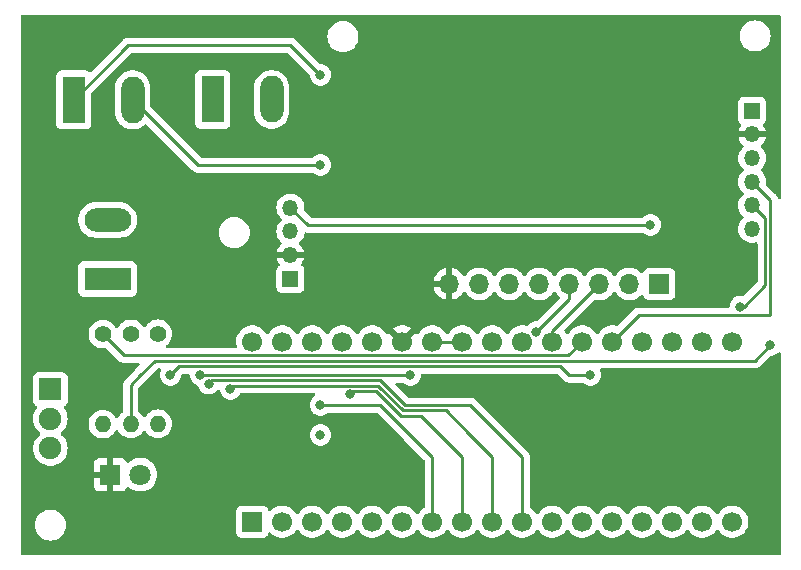
<source format=gtl>
G04 #@! TF.GenerationSoftware,KiCad,Pcbnew,7.0.0*
G04 #@! TF.CreationDate,2023-02-20T20:21:07-05:00*
G04 #@! TF.ProjectId,PCB,5043422e-6b69-4636-9164-5f7063625858,rev?*
G04 #@! TF.SameCoordinates,Original*
G04 #@! TF.FileFunction,Copper,L1,Top*
G04 #@! TF.FilePolarity,Positive*
%FSLAX46Y46*%
G04 Gerber Fmt 4.6, Leading zero omitted, Abs format (unit mm)*
G04 Created by KiCad (PCBNEW 7.0.0) date 2023-02-20 20:21:07*
%MOMM*%
%LPD*%
G01*
G04 APERTURE LIST*
G04 #@! TA.AperFunction,ComponentPad*
%ADD10C,1.400000*%
G04 #@! TD*
G04 #@! TA.AperFunction,ComponentPad*
%ADD11O,1.400000X1.400000*%
G04 #@! TD*
G04 #@! TA.AperFunction,ComponentPad*
%ADD12R,1.800000X1.800000*%
G04 #@! TD*
G04 #@! TA.AperFunction,ComponentPad*
%ADD13C,1.800000*%
G04 #@! TD*
G04 #@! TA.AperFunction,ComponentPad*
%ADD14R,1.350000X1.350000*%
G04 #@! TD*
G04 #@! TA.AperFunction,ComponentPad*
%ADD15O,1.350000X1.350000*%
G04 #@! TD*
G04 #@! TA.AperFunction,ComponentPad*
%ADD16R,1.980000X3.960000*%
G04 #@! TD*
G04 #@! TA.AperFunction,ComponentPad*
%ADD17O,1.980000X3.960000*%
G04 #@! TD*
G04 #@! TA.AperFunction,ComponentPad*
%ADD18R,1.700000X1.700000*%
G04 #@! TD*
G04 #@! TA.AperFunction,ComponentPad*
%ADD19O,1.700000X1.700000*%
G04 #@! TD*
G04 #@! TA.AperFunction,ComponentPad*
%ADD20R,3.960000X1.980000*%
G04 #@! TD*
G04 #@! TA.AperFunction,ComponentPad*
%ADD21O,3.960000X1.980000*%
G04 #@! TD*
G04 #@! TA.AperFunction,ComponentPad*
%ADD22R,1.900000X1.900000*%
G04 #@! TD*
G04 #@! TA.AperFunction,ComponentPad*
%ADD23C,1.900000*%
G04 #@! TD*
G04 #@! TA.AperFunction,ComponentPad*
%ADD24C,1.700000*%
G04 #@! TD*
G04 #@! TA.AperFunction,ViaPad*
%ADD25C,0.800000*%
G04 #@! TD*
G04 #@! TA.AperFunction,Conductor*
%ADD26C,0.250000*%
G04 #@! TD*
G04 APERTURE END LIST*
D10*
X146250044Y-70161250D03*
D11*
X146250043Y-77781249D03*
D12*
X142239999Y-82089999D03*
D13*
X144780000Y-82090000D03*
D14*
X196575807Y-51280577D03*
D15*
X196575807Y-53280577D03*
X196575807Y-55280577D03*
X196575807Y-57280577D03*
X196575807Y-59280577D03*
X196575807Y-61280577D03*
D16*
X150889355Y-50325320D03*
D17*
X155889355Y-50325320D03*
D18*
X188713765Y-65940924D03*
D19*
X186173765Y-65940924D03*
X183633765Y-65940924D03*
X181093765Y-65940924D03*
X178553765Y-65940924D03*
X176013765Y-65940924D03*
X173473765Y-65940924D03*
X170933765Y-65940924D03*
D20*
X142000591Y-65520593D03*
D21*
X142000591Y-60520593D03*
D16*
X139117719Y-50359450D03*
D17*
X144117719Y-50359450D03*
D10*
X141599153Y-70187193D03*
D11*
X141599152Y-77807192D03*
D14*
X157479999Y-65499999D03*
D15*
X157479999Y-63499999D03*
X157479999Y-61499999D03*
X157479999Y-59499999D03*
D22*
X137159999Y-74857703D03*
D23*
X137160000Y-77357704D03*
X137160000Y-79857704D03*
D10*
X143952579Y-70177101D03*
D11*
X143952578Y-77797100D03*
D24*
X169490000Y-86076000D03*
X172030000Y-86076000D03*
X192350000Y-70820000D03*
X174570000Y-86076000D03*
X177110000Y-86076000D03*
X166950000Y-70820000D03*
X179650000Y-86076000D03*
X182190000Y-86076000D03*
X184730000Y-86076000D03*
X187270000Y-86076000D03*
X189810000Y-86076000D03*
X192350000Y-86076000D03*
X194890000Y-86076000D03*
X194890000Y-70820000D03*
X187270000Y-70820000D03*
X184730000Y-70820000D03*
X182190000Y-70820000D03*
X179650000Y-70820000D03*
X177110000Y-70820000D03*
X174570000Y-70820000D03*
X189810000Y-70820000D03*
X161870000Y-70820000D03*
X166950000Y-86076000D03*
X156790000Y-70820000D03*
D18*
X154249999Y-86075999D03*
D24*
X169490000Y-70820000D03*
X172030000Y-70820000D03*
X164410000Y-70820000D03*
X164410000Y-86076000D03*
X161870000Y-86076000D03*
X154250000Y-70820000D03*
X156790000Y-86076000D03*
X159330000Y-86076000D03*
X159330000Y-70820000D03*
D25*
X160020000Y-78740000D03*
X180340000Y-78740000D03*
X160020000Y-55880000D03*
X160020000Y-76200000D03*
X160020000Y-48260000D03*
X162560000Y-75284500D03*
X152400000Y-74834500D03*
X150566754Y-74384500D03*
X167640000Y-73660000D03*
X149860000Y-73660000D03*
X187960000Y-60960000D03*
X147320000Y-73660000D03*
X178309964Y-70006893D03*
X182880000Y-73660000D03*
X198120000Y-71120000D03*
X195580000Y-67855500D03*
D26*
X169490000Y-70820000D02*
X172030000Y-70820000D01*
X169490000Y-80590000D02*
X167640000Y-78740000D01*
X169490000Y-86076000D02*
X169490000Y-80590000D01*
X167640000Y-78740000D02*
X165100000Y-76200000D01*
X165100000Y-76200000D02*
X160020000Y-76200000D01*
X160020000Y-55880000D02*
X149638269Y-55880000D01*
X149638269Y-55880000D02*
X144117720Y-50359451D01*
X168540000Y-77100000D02*
X167640000Y-77100000D01*
X172030000Y-86076000D02*
X172030000Y-80590000D01*
X164727208Y-75010000D02*
X162834500Y-75010000D01*
X166817208Y-77100000D02*
X164727208Y-75010000D01*
X157480000Y-45720000D02*
X143757171Y-45720000D01*
X170180000Y-78740000D02*
X168540000Y-77100000D01*
X172030000Y-80590000D02*
X170180000Y-78740000D01*
X167640000Y-77100000D02*
X166817208Y-77100000D01*
X160020000Y-48260000D02*
X157480000Y-45720000D01*
X162834500Y-75010000D02*
X162560000Y-75284500D01*
X143757171Y-45720000D02*
X139117720Y-50359451D01*
X174570000Y-80590000D02*
X172720000Y-78740000D01*
X152674500Y-74560000D02*
X152400000Y-74834500D01*
X174570000Y-86076000D02*
X174570000Y-80590000D01*
X170630000Y-76650000D02*
X167640000Y-76650000D01*
X167003604Y-76650000D02*
X164913604Y-74560000D01*
X167640000Y-76650000D02*
X167003604Y-76650000D01*
X172720000Y-78740000D02*
X170630000Y-76650000D01*
X164913604Y-74560000D02*
X152674500Y-74560000D01*
X150841254Y-74110000D02*
X150566754Y-74384500D01*
X177110000Y-80590000D02*
X172720000Y-76200000D01*
X177110000Y-86076000D02*
X177110000Y-80590000D01*
X167190000Y-76200000D02*
X165100000Y-74110000D01*
X165100000Y-74110000D02*
X150841254Y-74110000D01*
X172720000Y-76200000D02*
X167190000Y-76200000D01*
X167640000Y-73660000D02*
X149860000Y-73660000D01*
X187960000Y-60960000D02*
X158940000Y-60960000D01*
X158940000Y-60960000D02*
X157480000Y-59500000D01*
X152400000Y-72895000D02*
X180340000Y-72895000D01*
X147320000Y-73660000D02*
X148085000Y-72895000D01*
X148085000Y-72895000D02*
X152400000Y-72895000D01*
X180340000Y-72895000D02*
X181105000Y-73660000D01*
X181105000Y-73660000D02*
X182880000Y-73660000D01*
X178309964Y-70006893D02*
X181093766Y-67223091D01*
X181093766Y-67223091D02*
X181093766Y-65940925D01*
X196795000Y-72445000D02*
X198120000Y-71120000D01*
X175260000Y-72445000D02*
X196795000Y-72445000D01*
X143952579Y-74487421D02*
X144780000Y-73660000D01*
X145995000Y-72445000D02*
X175260000Y-72445000D01*
X143952579Y-77797101D02*
X143952579Y-74487421D01*
X144780000Y-73660000D02*
X145995000Y-72445000D01*
X141599153Y-70187193D02*
X143406960Y-71995000D01*
X143406960Y-71995000D02*
X181015000Y-71995000D01*
X181015000Y-71995000D02*
X182190000Y-70820000D01*
X195854500Y-67855500D02*
X195580000Y-67855500D01*
X197670000Y-66040000D02*
X195854500Y-67855500D01*
X196575808Y-59280578D02*
X197670000Y-60374770D01*
X197670000Y-60374770D02*
X197670000Y-66040000D01*
X186970000Y-68580000D02*
X198120000Y-68580000D01*
X198120000Y-58824770D02*
X196575808Y-57280578D01*
X184730000Y-70820000D02*
X186970000Y-68580000D01*
X198120000Y-68580000D02*
X198120000Y-58824770D01*
X183633766Y-65940925D02*
X179650000Y-69924691D01*
X179650000Y-69924691D02*
X179650000Y-70820000D01*
G04 #@! TA.AperFunction,Conductor*
G36*
X198926500Y-43207381D02*
G01*
X198972619Y-43253500D01*
X198989500Y-43316500D01*
X198989500Y-58650333D01*
X198973918Y-58711028D01*
X198931026Y-58756711D01*
X198871432Y-58776083D01*
X198809877Y-58764353D01*
X198761584Y-58724422D01*
X198744293Y-58680787D01*
X198741440Y-58681520D01*
X198739467Y-58673839D01*
X198738474Y-58665973D01*
X198722197Y-58624863D01*
X198718351Y-58613630D01*
X198708229Y-58578789D01*
X198706018Y-58571177D01*
X198695707Y-58553743D01*
X198687008Y-58535985D01*
X198682469Y-58524521D01*
X198679552Y-58517153D01*
X198653561Y-58481380D01*
X198647050Y-58471468D01*
X198624542Y-58433407D01*
X198610218Y-58419083D01*
X198597376Y-58404047D01*
X198590134Y-58394079D01*
X198590131Y-58394076D01*
X198585472Y-58387663D01*
X198551405Y-58359480D01*
X198542626Y-58351491D01*
X197781382Y-57590247D01*
X197751965Y-57543942D01*
X197745015Y-57489529D01*
X197764378Y-57280578D01*
X197744140Y-57062179D01*
X197684117Y-56851217D01*
X197586351Y-56654877D01*
X197513847Y-56558866D01*
X197457684Y-56484494D01*
X197457681Y-56484490D01*
X197454172Y-56479844D01*
X197449866Y-56475919D01*
X197449861Y-56475913D01*
X197337730Y-56373693D01*
X197301425Y-56315060D01*
X197301425Y-56246096D01*
X197337730Y-56187463D01*
X197449861Y-56085242D01*
X197449866Y-56085237D01*
X197454172Y-56081312D01*
X197586351Y-55906279D01*
X197684117Y-55709939D01*
X197744140Y-55498977D01*
X197764378Y-55280578D01*
X197760211Y-55235608D01*
X197744678Y-55067984D01*
X197744677Y-55067983D01*
X197744140Y-55062179D01*
X197684117Y-54851217D01*
X197586351Y-54654877D01*
X197454172Y-54479844D01*
X197337357Y-54373354D01*
X197301054Y-54314722D01*
X197301054Y-54245758D01*
X197337359Y-54187125D01*
X197449490Y-54084904D01*
X197457313Y-54076323D01*
X197582412Y-53910665D01*
X197588520Y-53900800D01*
X197681053Y-53714969D01*
X197685241Y-53704157D01*
X197729490Y-53548639D01*
X197730019Y-53537198D01*
X197718875Y-53534578D01*
X195432741Y-53534578D01*
X195421596Y-53537198D01*
X195422125Y-53548639D01*
X195466374Y-53704157D01*
X195470562Y-53714969D01*
X195563095Y-53900800D01*
X195569203Y-53910665D01*
X195694302Y-54076323D01*
X195702120Y-54084899D01*
X195814257Y-54187125D01*
X195850561Y-54245759D01*
X195850561Y-54314722D01*
X195814257Y-54373355D01*
X195701749Y-54475918D01*
X195701740Y-54475926D01*
X195697444Y-54479844D01*
X195693939Y-54484484D01*
X195693931Y-54484494D01*
X195568776Y-54650226D01*
X195568770Y-54650235D01*
X195565265Y-54654877D01*
X195562671Y-54660084D01*
X195562668Y-54660091D01*
X195470095Y-54846003D01*
X195467499Y-54851217D01*
X195465904Y-54856819D01*
X195465904Y-54856822D01*
X195422370Y-55009833D01*
X195407476Y-55062179D01*
X195406939Y-55067972D01*
X195406937Y-55067984D01*
X195390396Y-55246500D01*
X195387238Y-55280578D01*
X195387776Y-55286384D01*
X195406937Y-55493171D01*
X195406938Y-55493181D01*
X195407476Y-55498977D01*
X195467499Y-55709939D01*
X195470095Y-55715152D01*
X195555448Y-55886565D01*
X195565265Y-55906279D01*
X195568773Y-55910925D01*
X195568776Y-55910929D01*
X195693931Y-56076661D01*
X195693935Y-56076665D01*
X195697444Y-56081312D01*
X195701746Y-56085234D01*
X195701749Y-56085237D01*
X195813886Y-56187463D01*
X195850190Y-56246096D01*
X195850190Y-56315060D01*
X195813886Y-56373693D01*
X195701749Y-56475918D01*
X195701740Y-56475926D01*
X195697444Y-56479844D01*
X195693939Y-56484484D01*
X195693931Y-56484494D01*
X195568776Y-56650226D01*
X195568770Y-56650235D01*
X195565265Y-56654877D01*
X195562671Y-56660084D01*
X195562668Y-56660091D01*
X195499412Y-56787127D01*
X195467499Y-56851217D01*
X195407476Y-57062179D01*
X195406939Y-57067972D01*
X195406937Y-57067984D01*
X195387776Y-57274772D01*
X195387238Y-57280578D01*
X195387776Y-57286384D01*
X195406937Y-57493171D01*
X195406938Y-57493181D01*
X195407476Y-57498977D01*
X195467499Y-57709939D01*
X195565265Y-57906279D01*
X195568773Y-57910925D01*
X195568776Y-57910929D01*
X195693931Y-58076661D01*
X195693935Y-58076665D01*
X195697444Y-58081312D01*
X195701748Y-58085236D01*
X195701754Y-58085242D01*
X195813885Y-58187462D01*
X195850190Y-58246095D01*
X195850190Y-58315058D01*
X195813886Y-58373692D01*
X195701750Y-58475918D01*
X195701746Y-58475921D01*
X195697444Y-58479844D01*
X195693939Y-58484484D01*
X195693931Y-58484494D01*
X195568776Y-58650226D01*
X195568770Y-58650235D01*
X195565265Y-58654877D01*
X195562671Y-58660084D01*
X195562668Y-58660091D01*
X195470095Y-58846003D01*
X195467499Y-58851217D01*
X195465904Y-58856819D01*
X195465904Y-58856822D01*
X195414144Y-59038744D01*
X195407476Y-59062179D01*
X195406939Y-59067972D01*
X195406937Y-59067984D01*
X195387776Y-59274772D01*
X195387238Y-59280578D01*
X195387776Y-59286384D01*
X195406937Y-59493171D01*
X195406938Y-59493181D01*
X195407476Y-59498977D01*
X195467499Y-59709939D01*
X195565265Y-59906279D01*
X195568773Y-59910925D01*
X195568776Y-59910929D01*
X195693931Y-60076661D01*
X195693935Y-60076665D01*
X195697444Y-60081312D01*
X195701746Y-60085234D01*
X195701749Y-60085237D01*
X195813886Y-60187463D01*
X195850190Y-60246096D01*
X195850190Y-60315060D01*
X195813886Y-60373693D01*
X195701749Y-60475918D01*
X195701740Y-60475926D01*
X195697444Y-60479844D01*
X195693939Y-60484484D01*
X195693931Y-60484494D01*
X195568776Y-60650226D01*
X195568770Y-60650235D01*
X195565265Y-60654877D01*
X195562671Y-60660084D01*
X195562668Y-60660091D01*
X195470095Y-60846003D01*
X195467499Y-60851217D01*
X195465904Y-60856819D01*
X195465904Y-60856822D01*
X195439950Y-60948044D01*
X195407476Y-61062179D01*
X195406939Y-61067972D01*
X195406937Y-61067984D01*
X195387776Y-61274772D01*
X195387238Y-61280578D01*
X195387776Y-61286384D01*
X195406937Y-61493171D01*
X195406938Y-61493181D01*
X195407476Y-61498977D01*
X195467499Y-61709939D01*
X195470095Y-61715152D01*
X195545769Y-61867127D01*
X195565265Y-61906279D01*
X195568773Y-61910925D01*
X195568776Y-61910929D01*
X195693931Y-62076661D01*
X195693935Y-62076665D01*
X195697444Y-62081312D01*
X195701746Y-62085234D01*
X195701749Y-62085237D01*
X195751237Y-62130351D01*
X195859535Y-62229077D01*
X195901491Y-62255055D01*
X196041063Y-62341475D01*
X196041066Y-62341476D01*
X196046017Y-62344542D01*
X196250540Y-62423775D01*
X196466141Y-62464078D01*
X196679648Y-62464078D01*
X196685475Y-62464078D01*
X196887348Y-62426341D01*
X196942173Y-62428242D01*
X196990995Y-62453260D01*
X197024558Y-62496653D01*
X197036500Y-62550196D01*
X197036500Y-65725405D01*
X197026909Y-65773623D01*
X196999595Y-65814501D01*
X195881880Y-66932213D01*
X195828571Y-66963928D01*
X195766588Y-66966364D01*
X195681943Y-66948372D01*
X195681940Y-66948371D01*
X195675487Y-66947000D01*
X195484513Y-66947000D01*
X195478060Y-66948371D01*
X195478056Y-66948372D01*
X195304168Y-66985333D01*
X195304161Y-66985335D01*
X195297712Y-66986706D01*
X195291682Y-66989390D01*
X195291681Y-66989391D01*
X195129278Y-67061697D01*
X195129275Y-67061698D01*
X195123248Y-67064382D01*
X195117907Y-67068262D01*
X195117906Y-67068263D01*
X194974091Y-67172750D01*
X194974083Y-67172756D01*
X194968747Y-67176634D01*
X194964330Y-67181539D01*
X194964325Y-67181544D01*
X194845379Y-67313648D01*
X194840960Y-67318556D01*
X194837661Y-67324269D01*
X194837658Y-67324274D01*
X194813341Y-67366393D01*
X194745473Y-67483944D01*
X194743434Y-67490218D01*
X194743430Y-67490228D01*
X194688497Y-67659294D01*
X194688495Y-67659301D01*
X194686458Y-67665572D01*
X194685768Y-67672131D01*
X194685768Y-67672134D01*
X194668790Y-67833671D01*
X194647939Y-67890958D01*
X194602633Y-67931751D01*
X194543480Y-67946500D01*
X187048763Y-67946500D01*
X187037579Y-67945972D01*
X187030091Y-67944299D01*
X187022176Y-67944547D01*
X187022168Y-67944547D01*
X186962033Y-67946438D01*
X186958075Y-67946500D01*
X186930144Y-67946500D01*
X186926232Y-67946993D01*
X186926199Y-67946996D01*
X186926101Y-67947009D01*
X186914300Y-67947937D01*
X186878030Y-67949077D01*
X186878022Y-67949078D01*
X186870110Y-67949327D01*
X186862504Y-67951536D01*
X186862501Y-67951537D01*
X186850655Y-67954979D01*
X186831306Y-67958986D01*
X186824234Y-67959879D01*
X186811203Y-67961526D01*
X186803844Y-67964439D01*
X186803834Y-67964442D01*
X186770082Y-67977805D01*
X186758860Y-67981647D01*
X186724014Y-67991771D01*
X186724010Y-67991772D01*
X186716406Y-67993982D01*
X186709585Y-67998015D01*
X186709582Y-67998017D01*
X186698968Y-68004294D01*
X186681218Y-68012990D01*
X186669756Y-68017528D01*
X186669751Y-68017530D01*
X186662383Y-68020448D01*
X186655974Y-68025104D01*
X186655969Y-68025107D01*
X186626615Y-68046434D01*
X186616697Y-68052948D01*
X186585464Y-68071419D01*
X186585456Y-68071425D01*
X186578637Y-68075458D01*
X186573035Y-68081058D01*
X186573028Y-68081065D01*
X186564304Y-68089789D01*
X186549282Y-68102618D01*
X186539311Y-68109863D01*
X186539302Y-68109871D01*
X186532893Y-68114528D01*
X186527846Y-68120628D01*
X186527838Y-68120636D01*
X186504710Y-68148593D01*
X186496723Y-68157370D01*
X185187439Y-69466654D01*
X185131790Y-69499039D01*
X185067956Y-69499696D01*
X185064635Y-69498556D01*
X185059501Y-69497699D01*
X185059500Y-69497699D01*
X184847706Y-69462357D01*
X184847703Y-69462356D01*
X184842569Y-69461500D01*
X184617431Y-69461500D01*
X184612297Y-69462356D01*
X184612293Y-69462357D01*
X184400504Y-69497698D01*
X184400498Y-69497699D01*
X184395365Y-69498556D01*
X184390443Y-69500245D01*
X184390434Y-69500248D01*
X184187357Y-69569964D01*
X184187344Y-69569969D01*
X184182426Y-69571658D01*
X184177847Y-69574135D01*
X184177840Y-69574139D01*
X183989005Y-69676331D01*
X183988997Y-69676336D01*
X183984424Y-69678811D01*
X183980313Y-69682010D01*
X183980311Y-69682012D01*
X183810878Y-69813888D01*
X183810872Y-69813893D01*
X183806760Y-69817094D01*
X183803237Y-69820919D01*
X183803227Y-69820930D01*
X183657806Y-69978899D01*
X183657802Y-69978902D01*
X183654278Y-69982732D01*
X183651430Y-69987090D01*
X183651427Y-69987095D01*
X183565483Y-70118643D01*
X183519969Y-70160542D01*
X183460000Y-70175728D01*
X183400031Y-70160542D01*
X183354517Y-70118643D01*
X183321365Y-70067900D01*
X183265722Y-69982732D01*
X183204956Y-69916723D01*
X183116772Y-69820930D01*
X183116767Y-69820925D01*
X183113240Y-69817094D01*
X182935576Y-69678811D01*
X182930997Y-69676333D01*
X182930994Y-69676331D01*
X182742159Y-69574139D01*
X182742156Y-69574137D01*
X182737574Y-69571658D01*
X182732650Y-69569967D01*
X182732642Y-69569964D01*
X182529565Y-69500248D01*
X182529559Y-69500246D01*
X182524635Y-69498556D01*
X182519498Y-69497698D01*
X182519495Y-69497698D01*
X182307706Y-69462357D01*
X182307703Y-69462356D01*
X182302569Y-69461500D01*
X182077431Y-69461500D01*
X182072297Y-69462356D01*
X182072293Y-69462357D01*
X181860504Y-69497698D01*
X181860498Y-69497699D01*
X181855365Y-69498556D01*
X181850443Y-69500245D01*
X181850434Y-69500248D01*
X181647357Y-69569964D01*
X181647344Y-69569969D01*
X181642426Y-69571658D01*
X181637847Y-69574135D01*
X181637840Y-69574139D01*
X181449005Y-69676331D01*
X181448997Y-69676336D01*
X181444424Y-69678811D01*
X181440313Y-69682010D01*
X181440311Y-69682012D01*
X181270878Y-69813888D01*
X181270872Y-69813893D01*
X181266760Y-69817094D01*
X181263237Y-69820919D01*
X181263227Y-69820930D01*
X181117806Y-69978899D01*
X181117802Y-69978902D01*
X181114278Y-69982732D01*
X181111430Y-69987090D01*
X181111427Y-69987095D01*
X181025483Y-70118643D01*
X180979969Y-70160542D01*
X180920000Y-70175728D01*
X180860031Y-70160542D01*
X180814517Y-70118643D01*
X180781365Y-70067900D01*
X180725722Y-69982732D01*
X180693591Y-69947829D01*
X180663733Y-69891737D01*
X180665046Y-69828206D01*
X180697195Y-69773398D01*
X183176326Y-67294268D01*
X183231974Y-67261885D01*
X183295806Y-67261227D01*
X183299131Y-67262369D01*
X183521197Y-67299425D01*
X183741124Y-67299425D01*
X183746335Y-67299425D01*
X183968401Y-67262369D01*
X184181340Y-67189267D01*
X184379342Y-67082114D01*
X184557006Y-66943831D01*
X184709488Y-66778193D01*
X184798284Y-66642279D01*
X184843796Y-66600382D01*
X184903766Y-66585196D01*
X184963736Y-66600382D01*
X185009247Y-66642279D01*
X185098044Y-66778193D01*
X185101572Y-66782025D01*
X185246993Y-66939994D01*
X185246997Y-66939998D01*
X185250526Y-66943831D01*
X185428190Y-67082114D01*
X185626192Y-67189267D01*
X185631121Y-67190959D01*
X185631123Y-67190960D01*
X185732661Y-67225817D01*
X185839131Y-67262369D01*
X186061197Y-67299425D01*
X186281124Y-67299425D01*
X186286335Y-67299425D01*
X186508401Y-67262369D01*
X186721340Y-67189267D01*
X186919342Y-67082114D01*
X187097006Y-66943831D01*
X187140428Y-66896662D01*
X187158010Y-66877564D01*
X187211482Y-66843163D01*
X187274944Y-66839253D01*
X187332235Y-66866829D01*
X187368766Y-66918868D01*
X187409725Y-67028682D01*
X187409729Y-67028690D01*
X187412877Y-67037129D01*
X187418274Y-67044339D01*
X187418276Y-67044342D01*
X187444155Y-67078912D01*
X187500505Y-67154186D01*
X187507716Y-67159584D01*
X187543437Y-67186325D01*
X187617562Y-67241814D01*
X187754565Y-67292914D01*
X187815128Y-67299425D01*
X189609035Y-67299425D01*
X189612404Y-67299425D01*
X189672967Y-67292914D01*
X189809970Y-67241814D01*
X189927027Y-67154186D01*
X190014655Y-67037129D01*
X190065755Y-66900126D01*
X190072266Y-66839563D01*
X190072266Y-65042287D01*
X190065755Y-64981724D01*
X190014655Y-64844721D01*
X189983689Y-64803356D01*
X189932425Y-64734875D01*
X189927027Y-64727664D01*
X189919815Y-64722265D01*
X189817183Y-64645435D01*
X189817180Y-64645433D01*
X189809970Y-64640036D01*
X189801532Y-64636889D01*
X189801529Y-64636887D01*
X189680346Y-64591688D01*
X189680344Y-64591687D01*
X189672967Y-64588936D01*
X189665139Y-64588094D01*
X189665133Y-64588093D01*
X189615754Y-64582785D01*
X189615751Y-64582784D01*
X189612404Y-64582425D01*
X187815128Y-64582425D01*
X187811781Y-64582784D01*
X187811777Y-64582785D01*
X187762398Y-64588093D01*
X187762391Y-64588094D01*
X187754565Y-64588936D01*
X187747189Y-64591686D01*
X187747185Y-64591688D01*
X187626002Y-64636887D01*
X187625996Y-64636890D01*
X187617562Y-64640036D01*
X187610354Y-64645431D01*
X187610348Y-64645435D01*
X187507716Y-64722265D01*
X187507712Y-64722268D01*
X187500505Y-64727664D01*
X187495109Y-64734871D01*
X187495106Y-64734875D01*
X187418276Y-64837507D01*
X187418272Y-64837513D01*
X187412877Y-64844721D01*
X187409730Y-64853156D01*
X187409726Y-64853165D01*
X187368766Y-64962982D01*
X187332234Y-65015020D01*
X187274944Y-65042596D01*
X187211483Y-65038686D01*
X187158010Y-65004286D01*
X187100538Y-64941856D01*
X187100537Y-64941855D01*
X187097006Y-64938019D01*
X186919342Y-64799736D01*
X186914763Y-64797258D01*
X186914760Y-64797256D01*
X186725925Y-64695064D01*
X186725922Y-64695062D01*
X186721340Y-64692583D01*
X186716416Y-64690892D01*
X186716408Y-64690889D01*
X186513331Y-64621173D01*
X186513325Y-64621171D01*
X186508401Y-64619481D01*
X186503264Y-64618623D01*
X186503261Y-64618623D01*
X186291472Y-64583282D01*
X186291469Y-64583281D01*
X186286335Y-64582425D01*
X186061197Y-64582425D01*
X186056063Y-64583281D01*
X186056059Y-64583282D01*
X185844270Y-64618623D01*
X185844264Y-64618624D01*
X185839131Y-64619481D01*
X185834209Y-64621170D01*
X185834200Y-64621173D01*
X185631123Y-64690889D01*
X185631110Y-64690894D01*
X185626192Y-64692583D01*
X185621613Y-64695060D01*
X185621606Y-64695064D01*
X185432771Y-64797256D01*
X185432763Y-64797261D01*
X185428190Y-64799736D01*
X185424079Y-64802935D01*
X185424077Y-64802937D01*
X185254644Y-64934813D01*
X185254638Y-64934818D01*
X185250526Y-64938019D01*
X185247003Y-64941844D01*
X185246993Y-64941855D01*
X185101572Y-65099824D01*
X185101568Y-65099827D01*
X185098044Y-65103657D01*
X185095196Y-65108015D01*
X185095193Y-65108020D01*
X185009249Y-65239568D01*
X184963735Y-65281467D01*
X184903766Y-65296653D01*
X184843797Y-65281467D01*
X184798283Y-65239568D01*
X184712542Y-65108332D01*
X184709488Y-65103657D01*
X184590446Y-64974344D01*
X184560538Y-64941855D01*
X184560533Y-64941850D01*
X184557006Y-64938019D01*
X184379342Y-64799736D01*
X184374763Y-64797258D01*
X184374760Y-64797256D01*
X184185925Y-64695064D01*
X184185922Y-64695062D01*
X184181340Y-64692583D01*
X184176416Y-64690892D01*
X184176408Y-64690889D01*
X183973331Y-64621173D01*
X183973325Y-64621171D01*
X183968401Y-64619481D01*
X183963264Y-64618623D01*
X183963261Y-64618623D01*
X183751472Y-64583282D01*
X183751469Y-64583281D01*
X183746335Y-64582425D01*
X183521197Y-64582425D01*
X183516063Y-64583281D01*
X183516059Y-64583282D01*
X183304270Y-64618623D01*
X183304264Y-64618624D01*
X183299131Y-64619481D01*
X183294209Y-64621170D01*
X183294200Y-64621173D01*
X183091123Y-64690889D01*
X183091110Y-64690894D01*
X183086192Y-64692583D01*
X183081613Y-64695060D01*
X183081606Y-64695064D01*
X182892771Y-64797256D01*
X182892763Y-64797261D01*
X182888190Y-64799736D01*
X182884079Y-64802935D01*
X182884077Y-64802937D01*
X182714644Y-64934813D01*
X182714638Y-64934818D01*
X182710526Y-64938019D01*
X182707003Y-64941844D01*
X182706993Y-64941855D01*
X182561572Y-65099824D01*
X182561568Y-65099827D01*
X182558044Y-65103657D01*
X182555196Y-65108015D01*
X182555193Y-65108020D01*
X182469249Y-65239568D01*
X182423735Y-65281467D01*
X182363766Y-65296653D01*
X182303797Y-65281467D01*
X182258283Y-65239568D01*
X182172542Y-65108332D01*
X182169488Y-65103657D01*
X182050446Y-64974344D01*
X182020538Y-64941855D01*
X182020533Y-64941850D01*
X182017006Y-64938019D01*
X181839342Y-64799736D01*
X181834763Y-64797258D01*
X181834760Y-64797256D01*
X181645925Y-64695064D01*
X181645922Y-64695062D01*
X181641340Y-64692583D01*
X181636416Y-64690892D01*
X181636408Y-64690889D01*
X181433331Y-64621173D01*
X181433325Y-64621171D01*
X181428401Y-64619481D01*
X181423264Y-64618623D01*
X181423261Y-64618623D01*
X181211472Y-64583282D01*
X181211469Y-64583281D01*
X181206335Y-64582425D01*
X180981197Y-64582425D01*
X180976063Y-64583281D01*
X180976059Y-64583282D01*
X180764270Y-64618623D01*
X180764264Y-64618624D01*
X180759131Y-64619481D01*
X180754209Y-64621170D01*
X180754200Y-64621173D01*
X180551123Y-64690889D01*
X180551110Y-64690894D01*
X180546192Y-64692583D01*
X180541613Y-64695060D01*
X180541606Y-64695064D01*
X180352771Y-64797256D01*
X180352763Y-64797261D01*
X180348190Y-64799736D01*
X180344079Y-64802935D01*
X180344077Y-64802937D01*
X180174644Y-64934813D01*
X180174638Y-64934818D01*
X180170526Y-64938019D01*
X180167003Y-64941844D01*
X180166993Y-64941855D01*
X180021572Y-65099824D01*
X180021568Y-65099827D01*
X180018044Y-65103657D01*
X180015196Y-65108015D01*
X180015193Y-65108020D01*
X179929249Y-65239568D01*
X179883735Y-65281467D01*
X179823766Y-65296653D01*
X179763797Y-65281467D01*
X179718283Y-65239568D01*
X179632542Y-65108332D01*
X179629488Y-65103657D01*
X179510446Y-64974344D01*
X179480538Y-64941855D01*
X179480533Y-64941850D01*
X179477006Y-64938019D01*
X179299342Y-64799736D01*
X179294763Y-64797258D01*
X179294760Y-64797256D01*
X179105925Y-64695064D01*
X179105922Y-64695062D01*
X179101340Y-64692583D01*
X179096416Y-64690892D01*
X179096408Y-64690889D01*
X178893331Y-64621173D01*
X178893325Y-64621171D01*
X178888401Y-64619481D01*
X178883264Y-64618623D01*
X178883261Y-64618623D01*
X178671472Y-64583282D01*
X178671469Y-64583281D01*
X178666335Y-64582425D01*
X178441197Y-64582425D01*
X178436063Y-64583281D01*
X178436059Y-64583282D01*
X178224270Y-64618623D01*
X178224264Y-64618624D01*
X178219131Y-64619481D01*
X178214209Y-64621170D01*
X178214200Y-64621173D01*
X178011123Y-64690889D01*
X178011110Y-64690894D01*
X178006192Y-64692583D01*
X178001613Y-64695060D01*
X178001606Y-64695064D01*
X177812771Y-64797256D01*
X177812763Y-64797261D01*
X177808190Y-64799736D01*
X177804079Y-64802935D01*
X177804077Y-64802937D01*
X177634644Y-64934813D01*
X177634638Y-64934818D01*
X177630526Y-64938019D01*
X177627003Y-64941844D01*
X177626993Y-64941855D01*
X177481572Y-65099824D01*
X177481568Y-65099827D01*
X177478044Y-65103657D01*
X177475196Y-65108015D01*
X177475193Y-65108020D01*
X177389249Y-65239568D01*
X177343735Y-65281467D01*
X177283766Y-65296653D01*
X177223797Y-65281467D01*
X177178283Y-65239568D01*
X177092542Y-65108332D01*
X177089488Y-65103657D01*
X176970446Y-64974344D01*
X176940538Y-64941855D01*
X176940533Y-64941850D01*
X176937006Y-64938019D01*
X176759342Y-64799736D01*
X176754763Y-64797258D01*
X176754760Y-64797256D01*
X176565925Y-64695064D01*
X176565922Y-64695062D01*
X176561340Y-64692583D01*
X176556416Y-64690892D01*
X176556408Y-64690889D01*
X176353331Y-64621173D01*
X176353325Y-64621171D01*
X176348401Y-64619481D01*
X176343264Y-64618623D01*
X176343261Y-64618623D01*
X176131472Y-64583282D01*
X176131469Y-64583281D01*
X176126335Y-64582425D01*
X175901197Y-64582425D01*
X175896063Y-64583281D01*
X175896059Y-64583282D01*
X175684270Y-64618623D01*
X175684264Y-64618624D01*
X175679131Y-64619481D01*
X175674209Y-64621170D01*
X175674200Y-64621173D01*
X175471123Y-64690889D01*
X175471110Y-64690894D01*
X175466192Y-64692583D01*
X175461613Y-64695060D01*
X175461606Y-64695064D01*
X175272771Y-64797256D01*
X175272763Y-64797261D01*
X175268190Y-64799736D01*
X175264079Y-64802935D01*
X175264077Y-64802937D01*
X175094644Y-64934813D01*
X175094638Y-64934818D01*
X175090526Y-64938019D01*
X175087003Y-64941844D01*
X175086993Y-64941855D01*
X174941572Y-65099824D01*
X174941568Y-65099827D01*
X174938044Y-65103657D01*
X174935196Y-65108015D01*
X174935193Y-65108020D01*
X174849249Y-65239568D01*
X174803735Y-65281467D01*
X174743766Y-65296653D01*
X174683797Y-65281467D01*
X174638283Y-65239568D01*
X174552542Y-65108332D01*
X174549488Y-65103657D01*
X174430446Y-64974344D01*
X174400538Y-64941855D01*
X174400533Y-64941850D01*
X174397006Y-64938019D01*
X174219342Y-64799736D01*
X174214763Y-64797258D01*
X174214760Y-64797256D01*
X174025925Y-64695064D01*
X174025922Y-64695062D01*
X174021340Y-64692583D01*
X174016416Y-64690892D01*
X174016408Y-64690889D01*
X173813331Y-64621173D01*
X173813325Y-64621171D01*
X173808401Y-64619481D01*
X173803264Y-64618623D01*
X173803261Y-64618623D01*
X173591472Y-64583282D01*
X173591469Y-64583281D01*
X173586335Y-64582425D01*
X173361197Y-64582425D01*
X173356063Y-64583281D01*
X173356059Y-64583282D01*
X173144270Y-64618623D01*
X173144264Y-64618624D01*
X173139131Y-64619481D01*
X173134209Y-64621170D01*
X173134200Y-64621173D01*
X172931123Y-64690889D01*
X172931110Y-64690894D01*
X172926192Y-64692583D01*
X172921613Y-64695060D01*
X172921606Y-64695064D01*
X172732771Y-64797256D01*
X172732763Y-64797261D01*
X172728190Y-64799736D01*
X172724079Y-64802935D01*
X172724077Y-64802937D01*
X172554644Y-64934813D01*
X172554638Y-64934818D01*
X172550526Y-64938019D01*
X172547003Y-64941844D01*
X172546993Y-64941855D01*
X172401572Y-65099824D01*
X172401568Y-65099827D01*
X172398044Y-65103657D01*
X172394990Y-65108332D01*
X172308950Y-65240026D01*
X172263436Y-65281924D01*
X172203467Y-65297110D01*
X172143498Y-65281924D01*
X172097984Y-65240026D01*
X172011943Y-65108332D01*
X172005555Y-65100125D01*
X171860198Y-64942224D01*
X171852554Y-64935187D01*
X171683177Y-64803356D01*
X171674484Y-64797677D01*
X171485723Y-64695524D01*
X171476206Y-64691349D01*
X171273208Y-64621660D01*
X171263138Y-64619110D01*
X171201304Y-64608792D01*
X171190167Y-64609368D01*
X171187766Y-64620261D01*
X171187766Y-67261589D01*
X171190167Y-67272481D01*
X171201304Y-67273057D01*
X171263138Y-67262739D01*
X171273208Y-67260189D01*
X171476206Y-67190500D01*
X171485723Y-67186325D01*
X171674484Y-67084172D01*
X171683177Y-67078493D01*
X171852554Y-66946662D01*
X171860198Y-66939625D01*
X172005555Y-66781724D01*
X172011947Y-66773512D01*
X172097984Y-66641824D01*
X172143498Y-66599925D01*
X172203467Y-66584739D01*
X172263436Y-66599925D01*
X172308949Y-66641823D01*
X172398044Y-66778193D01*
X172401572Y-66782025D01*
X172546993Y-66939994D01*
X172546997Y-66939998D01*
X172550526Y-66943831D01*
X172728190Y-67082114D01*
X172926192Y-67189267D01*
X172931121Y-67190959D01*
X172931123Y-67190960D01*
X173032661Y-67225817D01*
X173139131Y-67262369D01*
X173361197Y-67299425D01*
X173581124Y-67299425D01*
X173586335Y-67299425D01*
X173808401Y-67262369D01*
X174021340Y-67189267D01*
X174219342Y-67082114D01*
X174397006Y-66943831D01*
X174549488Y-66778193D01*
X174638284Y-66642279D01*
X174683796Y-66600382D01*
X174743766Y-66585196D01*
X174803736Y-66600382D01*
X174849247Y-66642279D01*
X174938044Y-66778193D01*
X174941572Y-66782025D01*
X175086993Y-66939994D01*
X175086997Y-66939998D01*
X175090526Y-66943831D01*
X175268190Y-67082114D01*
X175466192Y-67189267D01*
X175471121Y-67190959D01*
X175471123Y-67190960D01*
X175572661Y-67225817D01*
X175679131Y-67262369D01*
X175901197Y-67299425D01*
X176121124Y-67299425D01*
X176126335Y-67299425D01*
X176348401Y-67262369D01*
X176561340Y-67189267D01*
X176759342Y-67082114D01*
X176937006Y-66943831D01*
X177089488Y-66778193D01*
X177178284Y-66642279D01*
X177223796Y-66600382D01*
X177283766Y-66585196D01*
X177343736Y-66600382D01*
X177389247Y-66642279D01*
X177478044Y-66778193D01*
X177481572Y-66782025D01*
X177626993Y-66939994D01*
X177626997Y-66939998D01*
X177630526Y-66943831D01*
X177808190Y-67082114D01*
X178006192Y-67189267D01*
X178011121Y-67190959D01*
X178011123Y-67190960D01*
X178112661Y-67225817D01*
X178219131Y-67262369D01*
X178441197Y-67299425D01*
X178661124Y-67299425D01*
X178666335Y-67299425D01*
X178888401Y-67262369D01*
X179101340Y-67189267D01*
X179299342Y-67082114D01*
X179477006Y-66943831D01*
X179629488Y-66778193D01*
X179718284Y-66642279D01*
X179763796Y-66600382D01*
X179823766Y-66585196D01*
X179883736Y-66600382D01*
X179929247Y-66642279D01*
X180018044Y-66778193D01*
X180021572Y-66782025D01*
X180166993Y-66939994D01*
X180166997Y-66939998D01*
X180170526Y-66943831D01*
X180230339Y-66990386D01*
X180271544Y-67047265D01*
X180275896Y-67117369D01*
X180242041Y-67178910D01*
X178359464Y-69061488D01*
X178318587Y-69088802D01*
X178270369Y-69098393D01*
X178214477Y-69098393D01*
X178208024Y-69099764D01*
X178208020Y-69099765D01*
X178034132Y-69136726D01*
X178034125Y-69136728D01*
X178027676Y-69138099D01*
X178021646Y-69140783D01*
X178021645Y-69140784D01*
X177859242Y-69213090D01*
X177859239Y-69213091D01*
X177853212Y-69215775D01*
X177847871Y-69219655D01*
X177847870Y-69219656D01*
X177704055Y-69324143D01*
X177704047Y-69324149D01*
X177698711Y-69328027D01*
X177694296Y-69332930D01*
X177694293Y-69332933D01*
X177577044Y-69463152D01*
X177520025Y-69499403D01*
X177452476Y-69500985D01*
X177449556Y-69500245D01*
X177444635Y-69498556D01*
X177439507Y-69497700D01*
X177439502Y-69497699D01*
X177227706Y-69462357D01*
X177227703Y-69462356D01*
X177222569Y-69461500D01*
X176997431Y-69461500D01*
X176992297Y-69462356D01*
X176992293Y-69462357D01*
X176780504Y-69497698D01*
X176780498Y-69497699D01*
X176775365Y-69498556D01*
X176770443Y-69500245D01*
X176770434Y-69500248D01*
X176567357Y-69569964D01*
X176567344Y-69569969D01*
X176562426Y-69571658D01*
X176557847Y-69574135D01*
X176557840Y-69574139D01*
X176369005Y-69676331D01*
X176368997Y-69676336D01*
X176364424Y-69678811D01*
X176360313Y-69682010D01*
X176360311Y-69682012D01*
X176190878Y-69813888D01*
X176190872Y-69813893D01*
X176186760Y-69817094D01*
X176183237Y-69820919D01*
X176183227Y-69820930D01*
X176037806Y-69978899D01*
X176037802Y-69978902D01*
X176034278Y-69982732D01*
X176031430Y-69987090D01*
X176031427Y-69987095D01*
X175945483Y-70118643D01*
X175899969Y-70160542D01*
X175840000Y-70175728D01*
X175780031Y-70160542D01*
X175734517Y-70118643D01*
X175701365Y-70067900D01*
X175645722Y-69982732D01*
X175584956Y-69916723D01*
X175496772Y-69820930D01*
X175496767Y-69820925D01*
X175493240Y-69817094D01*
X175315576Y-69678811D01*
X175310997Y-69676333D01*
X175310994Y-69676331D01*
X175122159Y-69574139D01*
X175122156Y-69574137D01*
X175117574Y-69571658D01*
X175112650Y-69569967D01*
X175112642Y-69569964D01*
X174909565Y-69500248D01*
X174909559Y-69500246D01*
X174904635Y-69498556D01*
X174899498Y-69497698D01*
X174899495Y-69497698D01*
X174687706Y-69462357D01*
X174687703Y-69462356D01*
X174682569Y-69461500D01*
X174457431Y-69461500D01*
X174452297Y-69462356D01*
X174452293Y-69462357D01*
X174240504Y-69497698D01*
X174240498Y-69497699D01*
X174235365Y-69498556D01*
X174230443Y-69500245D01*
X174230434Y-69500248D01*
X174027357Y-69569964D01*
X174027344Y-69569969D01*
X174022426Y-69571658D01*
X174017847Y-69574135D01*
X174017840Y-69574139D01*
X173829005Y-69676331D01*
X173828997Y-69676336D01*
X173824424Y-69678811D01*
X173820313Y-69682010D01*
X173820311Y-69682012D01*
X173650878Y-69813888D01*
X173650872Y-69813893D01*
X173646760Y-69817094D01*
X173643237Y-69820919D01*
X173643227Y-69820930D01*
X173497806Y-69978899D01*
X173497802Y-69978902D01*
X173494278Y-69982732D01*
X173491430Y-69987090D01*
X173491427Y-69987095D01*
X173405483Y-70118643D01*
X173359969Y-70160542D01*
X173300000Y-70175728D01*
X173240031Y-70160542D01*
X173194517Y-70118643D01*
X173161365Y-70067900D01*
X173105722Y-69982732D01*
X173044956Y-69916723D01*
X172956772Y-69820930D01*
X172956767Y-69820925D01*
X172953240Y-69817094D01*
X172775576Y-69678811D01*
X172770997Y-69676333D01*
X172770994Y-69676331D01*
X172582159Y-69574139D01*
X172582156Y-69574137D01*
X172577574Y-69571658D01*
X172572650Y-69569967D01*
X172572642Y-69569964D01*
X172369565Y-69500248D01*
X172369559Y-69500246D01*
X172364635Y-69498556D01*
X172359498Y-69497698D01*
X172359495Y-69497698D01*
X172147706Y-69462357D01*
X172147703Y-69462356D01*
X172142569Y-69461500D01*
X171917431Y-69461500D01*
X171912297Y-69462356D01*
X171912293Y-69462357D01*
X171700504Y-69497698D01*
X171700498Y-69497699D01*
X171695365Y-69498556D01*
X171690443Y-69500245D01*
X171690434Y-69500248D01*
X171487357Y-69569964D01*
X171487344Y-69569969D01*
X171482426Y-69571658D01*
X171477847Y-69574135D01*
X171477840Y-69574139D01*
X171289005Y-69676331D01*
X171288997Y-69676336D01*
X171284424Y-69678811D01*
X171280313Y-69682010D01*
X171280311Y-69682012D01*
X171110878Y-69813888D01*
X171110872Y-69813893D01*
X171106760Y-69817094D01*
X171103237Y-69820919D01*
X171103227Y-69820930D01*
X170957806Y-69978899D01*
X170957802Y-69978902D01*
X170954278Y-69982732D01*
X170951430Y-69987090D01*
X170951427Y-69987095D01*
X170865483Y-70118643D01*
X170819969Y-70160542D01*
X170760000Y-70175728D01*
X170700031Y-70160542D01*
X170654517Y-70118643D01*
X170621365Y-70067900D01*
X170565722Y-69982732D01*
X170504956Y-69916723D01*
X170416772Y-69820930D01*
X170416767Y-69820925D01*
X170413240Y-69817094D01*
X170235576Y-69678811D01*
X170230997Y-69676333D01*
X170230994Y-69676331D01*
X170042159Y-69574139D01*
X170042156Y-69574137D01*
X170037574Y-69571658D01*
X170032650Y-69569967D01*
X170032642Y-69569964D01*
X169829565Y-69500248D01*
X169829559Y-69500246D01*
X169824635Y-69498556D01*
X169819498Y-69497698D01*
X169819495Y-69497698D01*
X169607706Y-69462357D01*
X169607703Y-69462356D01*
X169602569Y-69461500D01*
X169377431Y-69461500D01*
X169372297Y-69462356D01*
X169372293Y-69462357D01*
X169160504Y-69497698D01*
X169160498Y-69497699D01*
X169155365Y-69498556D01*
X169150443Y-69500245D01*
X169150434Y-69500248D01*
X168947357Y-69569964D01*
X168947344Y-69569969D01*
X168942426Y-69571658D01*
X168937847Y-69574135D01*
X168937840Y-69574139D01*
X168749005Y-69676331D01*
X168748997Y-69676336D01*
X168744424Y-69678811D01*
X168740313Y-69682010D01*
X168740311Y-69682012D01*
X168570878Y-69813888D01*
X168570872Y-69813893D01*
X168566760Y-69817094D01*
X168563237Y-69820919D01*
X168563227Y-69820930D01*
X168417806Y-69978899D01*
X168417802Y-69978902D01*
X168414278Y-69982732D01*
X168411431Y-69987090D01*
X168325183Y-70119102D01*
X168279669Y-70161000D01*
X168219700Y-70176186D01*
X168159731Y-70161000D01*
X168114218Y-70119102D01*
X168080764Y-70067898D01*
X168072670Y-70060051D01*
X168063138Y-70066070D01*
X167039094Y-71090114D01*
X166982610Y-71122726D01*
X166917388Y-71122726D01*
X166860904Y-71090114D01*
X165836860Y-70066070D01*
X165827328Y-70060051D01*
X165819232Y-70067900D01*
X165785780Y-70119102D01*
X165740266Y-70160999D01*
X165680297Y-70176185D01*
X165620328Y-70160998D01*
X165574816Y-70119101D01*
X165485722Y-69982732D01*
X165424956Y-69916723D01*
X165336772Y-69820930D01*
X165336767Y-69820925D01*
X165333240Y-69817094D01*
X165176973Y-69695465D01*
X166190210Y-69695465D01*
X166196979Y-69707769D01*
X166938270Y-70449060D01*
X166949999Y-70455832D01*
X166961730Y-70449059D01*
X167703022Y-69707766D01*
X167709788Y-69695466D01*
X167701551Y-69684096D01*
X167699411Y-69682431D01*
X167690720Y-69676753D01*
X167501957Y-69574599D01*
X167492440Y-69570424D01*
X167289442Y-69500735D01*
X167279372Y-69498185D01*
X167067664Y-69462857D01*
X167057316Y-69462000D01*
X166842684Y-69462000D01*
X166832335Y-69462857D01*
X166620627Y-69498185D01*
X166610557Y-69500735D01*
X166407559Y-69570424D01*
X166398042Y-69574599D01*
X166209277Y-69676754D01*
X166200591Y-69682428D01*
X166198445Y-69684098D01*
X166190210Y-69695465D01*
X165176973Y-69695465D01*
X165155576Y-69678811D01*
X165150997Y-69676333D01*
X165150994Y-69676331D01*
X164962159Y-69574139D01*
X164962156Y-69574137D01*
X164957574Y-69571658D01*
X164952650Y-69569967D01*
X164952642Y-69569964D01*
X164749565Y-69500248D01*
X164749559Y-69500246D01*
X164744635Y-69498556D01*
X164739498Y-69497698D01*
X164739495Y-69497698D01*
X164527706Y-69462357D01*
X164527703Y-69462356D01*
X164522569Y-69461500D01*
X164297431Y-69461500D01*
X164292297Y-69462356D01*
X164292293Y-69462357D01*
X164080504Y-69497698D01*
X164080498Y-69497699D01*
X164075365Y-69498556D01*
X164070443Y-69500245D01*
X164070434Y-69500248D01*
X163867357Y-69569964D01*
X163867344Y-69569969D01*
X163862426Y-69571658D01*
X163857847Y-69574135D01*
X163857840Y-69574139D01*
X163669005Y-69676331D01*
X163668997Y-69676336D01*
X163664424Y-69678811D01*
X163660313Y-69682010D01*
X163660311Y-69682012D01*
X163490878Y-69813888D01*
X163490872Y-69813893D01*
X163486760Y-69817094D01*
X163483237Y-69820919D01*
X163483227Y-69820930D01*
X163337806Y-69978899D01*
X163337802Y-69978902D01*
X163334278Y-69982732D01*
X163331430Y-69987090D01*
X163331427Y-69987095D01*
X163245483Y-70118643D01*
X163199969Y-70160542D01*
X163140000Y-70175728D01*
X163080031Y-70160542D01*
X163034517Y-70118643D01*
X163001365Y-70067900D01*
X162945722Y-69982732D01*
X162884956Y-69916723D01*
X162796772Y-69820930D01*
X162796767Y-69820925D01*
X162793240Y-69817094D01*
X162615576Y-69678811D01*
X162610997Y-69676333D01*
X162610994Y-69676331D01*
X162422159Y-69574139D01*
X162422156Y-69574137D01*
X162417574Y-69571658D01*
X162412650Y-69569967D01*
X162412642Y-69569964D01*
X162209565Y-69500248D01*
X162209559Y-69500246D01*
X162204635Y-69498556D01*
X162199498Y-69497698D01*
X162199495Y-69497698D01*
X161987706Y-69462357D01*
X161987703Y-69462356D01*
X161982569Y-69461500D01*
X161757431Y-69461500D01*
X161752297Y-69462356D01*
X161752293Y-69462357D01*
X161540504Y-69497698D01*
X161540498Y-69497699D01*
X161535365Y-69498556D01*
X161530443Y-69500245D01*
X161530434Y-69500248D01*
X161327357Y-69569964D01*
X161327344Y-69569969D01*
X161322426Y-69571658D01*
X161317847Y-69574135D01*
X161317840Y-69574139D01*
X161129005Y-69676331D01*
X161128997Y-69676336D01*
X161124424Y-69678811D01*
X161120313Y-69682010D01*
X161120311Y-69682012D01*
X160950878Y-69813888D01*
X160950872Y-69813893D01*
X160946760Y-69817094D01*
X160943237Y-69820919D01*
X160943227Y-69820930D01*
X160797806Y-69978899D01*
X160797802Y-69978902D01*
X160794278Y-69982732D01*
X160791430Y-69987090D01*
X160791427Y-69987095D01*
X160705483Y-70118643D01*
X160659969Y-70160542D01*
X160600000Y-70175728D01*
X160540031Y-70160542D01*
X160494517Y-70118643D01*
X160461365Y-70067900D01*
X160405722Y-69982732D01*
X160344956Y-69916723D01*
X160256772Y-69820930D01*
X160256767Y-69820925D01*
X160253240Y-69817094D01*
X160075576Y-69678811D01*
X160070997Y-69676333D01*
X160070994Y-69676331D01*
X159882159Y-69574139D01*
X159882156Y-69574137D01*
X159877574Y-69571658D01*
X159872650Y-69569967D01*
X159872642Y-69569964D01*
X159669565Y-69500248D01*
X159669559Y-69500246D01*
X159664635Y-69498556D01*
X159659498Y-69497698D01*
X159659495Y-69497698D01*
X159447706Y-69462357D01*
X159447703Y-69462356D01*
X159442569Y-69461500D01*
X159217431Y-69461500D01*
X159212297Y-69462356D01*
X159212293Y-69462357D01*
X159000504Y-69497698D01*
X159000498Y-69497699D01*
X158995365Y-69498556D01*
X158990443Y-69500245D01*
X158990434Y-69500248D01*
X158787357Y-69569964D01*
X158787344Y-69569969D01*
X158782426Y-69571658D01*
X158777847Y-69574135D01*
X158777840Y-69574139D01*
X158589005Y-69676331D01*
X158588997Y-69676336D01*
X158584424Y-69678811D01*
X158580313Y-69682010D01*
X158580311Y-69682012D01*
X158410878Y-69813888D01*
X158410872Y-69813893D01*
X158406760Y-69817094D01*
X158403237Y-69820919D01*
X158403227Y-69820930D01*
X158257806Y-69978899D01*
X158257802Y-69978902D01*
X158254278Y-69982732D01*
X158251430Y-69987090D01*
X158251427Y-69987095D01*
X158165483Y-70118643D01*
X158119969Y-70160542D01*
X158060000Y-70175728D01*
X158000031Y-70160542D01*
X157954517Y-70118643D01*
X157921365Y-70067900D01*
X157865722Y-69982732D01*
X157804956Y-69916723D01*
X157716772Y-69820930D01*
X157716767Y-69820925D01*
X157713240Y-69817094D01*
X157535576Y-69678811D01*
X157530997Y-69676333D01*
X157530994Y-69676331D01*
X157342159Y-69574139D01*
X157342156Y-69574137D01*
X157337574Y-69571658D01*
X157332650Y-69569967D01*
X157332642Y-69569964D01*
X157129565Y-69500248D01*
X157129559Y-69500246D01*
X157124635Y-69498556D01*
X157119498Y-69497698D01*
X157119495Y-69497698D01*
X156907706Y-69462357D01*
X156907703Y-69462356D01*
X156902569Y-69461500D01*
X156677431Y-69461500D01*
X156672297Y-69462356D01*
X156672293Y-69462357D01*
X156460504Y-69497698D01*
X156460498Y-69497699D01*
X156455365Y-69498556D01*
X156450443Y-69500245D01*
X156450434Y-69500248D01*
X156247357Y-69569964D01*
X156247344Y-69569969D01*
X156242426Y-69571658D01*
X156237847Y-69574135D01*
X156237840Y-69574139D01*
X156049005Y-69676331D01*
X156048997Y-69676336D01*
X156044424Y-69678811D01*
X156040313Y-69682010D01*
X156040311Y-69682012D01*
X155870878Y-69813888D01*
X155870872Y-69813893D01*
X155866760Y-69817094D01*
X155863237Y-69820919D01*
X155863227Y-69820930D01*
X155717806Y-69978899D01*
X155717802Y-69978902D01*
X155714278Y-69982732D01*
X155711430Y-69987090D01*
X155711427Y-69987095D01*
X155625483Y-70118643D01*
X155579969Y-70160542D01*
X155520000Y-70175728D01*
X155460031Y-70160542D01*
X155414517Y-70118643D01*
X155381365Y-70067900D01*
X155325722Y-69982732D01*
X155264956Y-69916723D01*
X155176772Y-69820930D01*
X155176767Y-69820925D01*
X155173240Y-69817094D01*
X154995576Y-69678811D01*
X154990997Y-69676333D01*
X154990994Y-69676331D01*
X154802159Y-69574139D01*
X154802156Y-69574137D01*
X154797574Y-69571658D01*
X154792650Y-69569967D01*
X154792642Y-69569964D01*
X154589565Y-69500248D01*
X154589559Y-69500246D01*
X154584635Y-69498556D01*
X154579498Y-69497698D01*
X154579495Y-69497698D01*
X154367706Y-69462357D01*
X154367703Y-69462356D01*
X154362569Y-69461500D01*
X154137431Y-69461500D01*
X154132297Y-69462356D01*
X154132293Y-69462357D01*
X153920504Y-69497698D01*
X153920498Y-69497699D01*
X153915365Y-69498556D01*
X153910443Y-69500245D01*
X153910434Y-69500248D01*
X153707357Y-69569964D01*
X153707344Y-69569969D01*
X153702426Y-69571658D01*
X153697847Y-69574135D01*
X153697840Y-69574139D01*
X153509005Y-69676331D01*
X153508997Y-69676336D01*
X153504424Y-69678811D01*
X153500313Y-69682010D01*
X153500311Y-69682012D01*
X153330878Y-69813888D01*
X153330872Y-69813893D01*
X153326760Y-69817094D01*
X153323237Y-69820919D01*
X153323227Y-69820930D01*
X153177806Y-69978899D01*
X153177802Y-69978902D01*
X153174278Y-69982732D01*
X153171430Y-69987090D01*
X153171427Y-69987095D01*
X153053992Y-70166843D01*
X153051140Y-70171209D01*
X153049048Y-70175978D01*
X153049046Y-70175982D01*
X152962799Y-70372606D01*
X152962796Y-70372614D01*
X152960704Y-70377384D01*
X152959423Y-70382440D01*
X152959422Y-70382445D01*
X152909105Y-70581142D01*
X152905436Y-70595632D01*
X152905006Y-70600820D01*
X152905005Y-70600827D01*
X152889918Y-70782906D01*
X152886844Y-70820000D01*
X152887274Y-70825189D01*
X152898648Y-70962457D01*
X152905436Y-71044368D01*
X152946005Y-71204571D01*
X152947178Y-71261357D01*
X152923292Y-71312891D01*
X152879199Y-71348697D01*
X152823860Y-71361500D01*
X147042485Y-71361500D01*
X146981399Y-71345702D01*
X146935631Y-71302270D01*
X146916658Y-71242094D01*
X146929237Y-71180265D01*
X146970213Y-71132287D01*
X147029820Y-71090551D01*
X147179345Y-70941026D01*
X147300633Y-70767808D01*
X147390000Y-70576160D01*
X147444730Y-70371905D01*
X147463160Y-70161250D01*
X147444730Y-69950595D01*
X147390000Y-69746340D01*
X147300633Y-69554692D01*
X147297478Y-69550186D01*
X147182504Y-69385985D01*
X147182501Y-69385982D01*
X147179345Y-69381474D01*
X147029820Y-69231949D01*
X147025312Y-69228793D01*
X147025308Y-69228789D01*
X146861107Y-69113815D01*
X146861103Y-69113813D01*
X146856602Y-69110661D01*
X146851623Y-69108339D01*
X146851621Y-69108338D01*
X146669936Y-69023617D01*
X146669934Y-69023616D01*
X146664954Y-69021294D01*
X146659645Y-69019871D01*
X146659644Y-69019871D01*
X146518064Y-68981935D01*
X146460699Y-68966564D01*
X146455223Y-68966084D01*
X146455218Y-68966084D01*
X146255519Y-68948613D01*
X146250044Y-68948134D01*
X146244569Y-68948613D01*
X146044869Y-68966084D01*
X146044862Y-68966085D01*
X146039389Y-68966564D01*
X146034075Y-68967987D01*
X146034074Y-68967988D01*
X145840443Y-69019871D01*
X145840438Y-69019872D01*
X145835134Y-69021294D01*
X145830156Y-69023614D01*
X145830151Y-69023617D01*
X145648466Y-69108338D01*
X145648458Y-69108342D01*
X145643486Y-69110661D01*
X145638989Y-69113809D01*
X145638980Y-69113815D01*
X145474779Y-69228789D01*
X145474769Y-69228797D01*
X145470268Y-69231949D01*
X145466378Y-69235838D01*
X145466372Y-69235844D01*
X145324638Y-69377578D01*
X145324632Y-69377584D01*
X145320743Y-69381474D01*
X145317591Y-69385975D01*
X145317583Y-69385985D01*
X145199455Y-69554692D01*
X145197763Y-69553507D01*
X145161140Y-69590912D01*
X145101278Y-69609054D01*
X145040068Y-69596173D01*
X144992595Y-69555443D01*
X144885039Y-69401836D01*
X144885036Y-69401833D01*
X144881880Y-69397325D01*
X144732355Y-69247800D01*
X144727847Y-69244644D01*
X144727843Y-69244640D01*
X144563642Y-69129666D01*
X144563638Y-69129664D01*
X144559137Y-69126512D01*
X144554158Y-69124190D01*
X144554156Y-69124189D01*
X144372471Y-69039468D01*
X144372469Y-69039467D01*
X144367489Y-69037145D01*
X144362180Y-69035722D01*
X144362179Y-69035722D01*
X144237080Y-69002202D01*
X144163234Y-68982415D01*
X144157758Y-68981935D01*
X144157753Y-68981935D01*
X143958054Y-68964464D01*
X143952579Y-68963985D01*
X143947104Y-68964464D01*
X143747404Y-68981935D01*
X143747397Y-68981936D01*
X143741924Y-68982415D01*
X143736610Y-68983838D01*
X143736609Y-68983839D01*
X143542978Y-69035722D01*
X143542973Y-69035723D01*
X143537669Y-69037145D01*
X143532691Y-69039465D01*
X143532686Y-69039468D01*
X143351001Y-69124189D01*
X143350993Y-69124193D01*
X143346021Y-69126512D01*
X143341524Y-69129660D01*
X143341515Y-69129666D01*
X143177314Y-69244640D01*
X143177304Y-69244648D01*
X143172803Y-69247800D01*
X143168913Y-69251689D01*
X143168907Y-69251695D01*
X143027173Y-69393429D01*
X143027167Y-69393435D01*
X143023278Y-69397325D01*
X143020126Y-69401826D01*
X143020118Y-69401836D01*
X142905144Y-69566037D01*
X142905138Y-69566046D01*
X142901990Y-69570543D01*
X142899669Y-69575520D01*
X142899664Y-69575529D01*
X142887707Y-69601171D01*
X142841212Y-69654188D01*
X142773513Y-69673920D01*
X142705814Y-69654188D01*
X142659319Y-69601172D01*
X142652065Y-69585617D01*
X142652064Y-69585615D01*
X142649742Y-69580635D01*
X142645516Y-69574599D01*
X142531613Y-69411928D01*
X142531610Y-69411925D01*
X142528454Y-69407417D01*
X142378929Y-69257892D01*
X142374421Y-69254736D01*
X142374417Y-69254732D01*
X142210216Y-69139758D01*
X142210212Y-69139756D01*
X142205711Y-69136604D01*
X142200732Y-69134282D01*
X142200730Y-69134281D01*
X142019045Y-69049560D01*
X142019043Y-69049559D01*
X142014063Y-69047237D01*
X142008754Y-69045814D01*
X142008753Y-69045814D01*
X141845990Y-69002202D01*
X141809808Y-68992507D01*
X141804332Y-68992027D01*
X141804327Y-68992027D01*
X141604628Y-68974556D01*
X141599153Y-68974077D01*
X141593678Y-68974556D01*
X141393978Y-68992027D01*
X141393971Y-68992028D01*
X141388498Y-68992507D01*
X141383184Y-68993930D01*
X141383183Y-68993931D01*
X141189552Y-69045814D01*
X141189547Y-69045815D01*
X141184243Y-69047237D01*
X141179265Y-69049557D01*
X141179260Y-69049560D01*
X140997575Y-69134281D01*
X140997567Y-69134285D01*
X140992595Y-69136604D01*
X140988098Y-69139752D01*
X140988089Y-69139758D01*
X140823888Y-69254732D01*
X140823878Y-69254740D01*
X140819377Y-69257892D01*
X140815487Y-69261781D01*
X140815481Y-69261787D01*
X140673747Y-69403521D01*
X140673741Y-69403527D01*
X140669852Y-69407417D01*
X140666700Y-69411918D01*
X140666692Y-69411928D01*
X140551718Y-69576129D01*
X140551712Y-69576138D01*
X140548564Y-69580635D01*
X140546245Y-69585607D01*
X140546241Y-69585615D01*
X140461520Y-69767300D01*
X140461517Y-69767305D01*
X140459197Y-69772283D01*
X140457775Y-69777587D01*
X140457774Y-69777592D01*
X140411418Y-69950595D01*
X140404467Y-69976538D01*
X140403988Y-69982011D01*
X140403987Y-69982018D01*
X140396634Y-70066070D01*
X140386037Y-70187193D01*
X140386516Y-70192668D01*
X140402676Y-70377384D01*
X140404467Y-70397848D01*
X140417381Y-70446044D01*
X140456107Y-70590573D01*
X140459197Y-70602103D01*
X140461519Y-70607083D01*
X140461520Y-70607085D01*
X140536466Y-70767808D01*
X140548564Y-70793751D01*
X140551716Y-70798252D01*
X140551718Y-70798256D01*
X140666692Y-70962457D01*
X140666696Y-70962461D01*
X140669852Y-70966969D01*
X140819377Y-71116494D01*
X140823885Y-71119650D01*
X140823888Y-71119653D01*
X140955544Y-71211839D01*
X140992595Y-71237782D01*
X141184243Y-71327149D01*
X141388498Y-71381879D01*
X141599153Y-71400309D01*
X141809808Y-71381879D01*
X141815124Y-71380454D01*
X141819709Y-71379646D01*
X141879481Y-71383560D01*
X141930691Y-71414635D01*
X142903302Y-72387246D01*
X142910844Y-72395533D01*
X142914960Y-72402018D01*
X142920739Y-72407444D01*
X142920740Y-72407446D01*
X142964627Y-72448658D01*
X142967469Y-72451413D01*
X142987190Y-72471134D01*
X142990374Y-72473604D01*
X142999397Y-72481309D01*
X143031639Y-72511586D01*
X143038588Y-72515406D01*
X143049389Y-72521344D01*
X143065919Y-72532202D01*
X143075654Y-72539754D01*
X143075657Y-72539756D01*
X143081919Y-72544613D01*
X143122496Y-72562172D01*
X143133131Y-72567381D01*
X143171900Y-72588695D01*
X143191526Y-72593734D01*
X143210219Y-72600134D01*
X143228815Y-72608181D01*
X143236646Y-72609421D01*
X143236649Y-72609422D01*
X143253088Y-72612025D01*
X143272485Y-72615097D01*
X143284085Y-72617498D01*
X143326930Y-72628500D01*
X143347184Y-72628500D01*
X143366894Y-72630050D01*
X143386903Y-72633220D01*
X143430921Y-72629058D01*
X143442779Y-72628500D01*
X144611405Y-72628500D01*
X144668608Y-72642233D01*
X144713341Y-72680439D01*
X144735854Y-72734789D01*
X144731238Y-72793436D01*
X144700499Y-72843595D01*
X144303865Y-73240230D01*
X144303861Y-73240234D01*
X143900463Y-73643632D01*
X143560326Y-73983769D01*
X143552039Y-73991309D01*
X143545561Y-73995421D01*
X143540141Y-74001192D01*
X143540138Y-74001195D01*
X143498949Y-74045057D01*
X143496200Y-74047893D01*
X143479246Y-74064848D01*
X143479239Y-74064855D01*
X143476444Y-74067651D01*
X143474021Y-74070773D01*
X143474005Y-74070792D01*
X143473944Y-74070872D01*
X143466269Y-74079856D01*
X143441417Y-74106323D01*
X143441414Y-74106325D01*
X143435993Y-74112100D01*
X143432179Y-74119035D01*
X143432171Y-74119048D01*
X143426229Y-74129857D01*
X143415382Y-74146370D01*
X143407822Y-74156116D01*
X143407816Y-74156125D01*
X143402965Y-74162380D01*
X143399821Y-74169644D01*
X143399817Y-74169652D01*
X143385403Y-74202961D01*
X143380183Y-74213616D01*
X143362704Y-74245410D01*
X143362700Y-74245418D01*
X143358884Y-74252361D01*
X143356912Y-74260037D01*
X143356910Y-74260045D01*
X143353845Y-74271983D01*
X143347444Y-74290680D01*
X143342547Y-74301997D01*
X143342545Y-74302002D01*
X143339398Y-74309276D01*
X143338158Y-74317101D01*
X143338156Y-74317110D01*
X143332480Y-74352945D01*
X143330074Y-74364565D01*
X143321050Y-74399710D01*
X143321048Y-74399718D01*
X143319079Y-74407391D01*
X143319079Y-74415320D01*
X143319079Y-74427645D01*
X143317528Y-74447356D01*
X143315598Y-74459535D01*
X143315597Y-74459542D01*
X143314359Y-74467364D01*
X143315104Y-74475247D01*
X143315104Y-74475255D01*
X143318520Y-74511382D01*
X143319079Y-74523240D01*
X143319079Y-76699786D01*
X143304842Y-76757966D01*
X143265349Y-76802999D01*
X143177314Y-76864640D01*
X143177304Y-76864648D01*
X143172803Y-76867800D01*
X143168913Y-76871689D01*
X143168907Y-76871695D01*
X143027173Y-77013429D01*
X143027167Y-77013435D01*
X143023278Y-77017325D01*
X143020126Y-77021826D01*
X143020118Y-77021836D01*
X142905144Y-77186037D01*
X142905138Y-77186046D01*
X142901990Y-77190543D01*
X142899669Y-77195520D01*
X142899664Y-77195529D01*
X142887707Y-77221171D01*
X142841212Y-77274188D01*
X142773513Y-77293920D01*
X142705814Y-77274188D01*
X142659319Y-77221172D01*
X142652065Y-77205617D01*
X142652064Y-77205615D01*
X142649742Y-77200635D01*
X142642676Y-77190543D01*
X142531613Y-77031928D01*
X142531610Y-77031925D01*
X142528454Y-77027417D01*
X142378929Y-76877892D01*
X142374421Y-76874736D01*
X142374417Y-76874732D01*
X142210216Y-76759758D01*
X142210212Y-76759756D01*
X142205711Y-76756604D01*
X142200732Y-76754282D01*
X142200730Y-76754281D01*
X142019045Y-76669560D01*
X142019043Y-76669559D01*
X142014063Y-76667237D01*
X142008754Y-76665814D01*
X142008753Y-76665814D01*
X141815122Y-76613931D01*
X141815123Y-76613931D01*
X141809808Y-76612507D01*
X141804332Y-76612027D01*
X141804327Y-76612027D01*
X141604628Y-76594556D01*
X141599153Y-76594077D01*
X141593678Y-76594556D01*
X141393978Y-76612027D01*
X141393971Y-76612028D01*
X141388498Y-76612507D01*
X141383184Y-76613930D01*
X141383183Y-76613931D01*
X141189552Y-76665814D01*
X141189547Y-76665815D01*
X141184243Y-76667237D01*
X141179265Y-76669557D01*
X141179260Y-76669560D01*
X140997575Y-76754281D01*
X140997567Y-76754285D01*
X140992595Y-76756604D01*
X140988098Y-76759752D01*
X140988089Y-76759758D01*
X140823888Y-76874732D01*
X140823878Y-76874740D01*
X140819377Y-76877892D01*
X140815487Y-76881781D01*
X140815481Y-76881787D01*
X140673747Y-77023521D01*
X140673741Y-77023527D01*
X140669852Y-77027417D01*
X140666700Y-77031918D01*
X140666692Y-77031928D01*
X140551718Y-77196129D01*
X140551712Y-77196138D01*
X140548564Y-77200635D01*
X140546245Y-77205607D01*
X140546241Y-77205615D01*
X140461520Y-77387300D01*
X140461517Y-77387305D01*
X140459197Y-77392283D01*
X140457775Y-77397587D01*
X140457774Y-77397592D01*
X140411418Y-77570595D01*
X140404467Y-77596538D01*
X140403988Y-77602011D01*
X140403987Y-77602018D01*
X140388786Y-77775775D01*
X140386037Y-77807193D01*
X140386516Y-77812668D01*
X140401717Y-77986424D01*
X140404467Y-78017848D01*
X140417381Y-78066044D01*
X140455625Y-78208774D01*
X140459197Y-78222103D01*
X140461519Y-78227083D01*
X140461520Y-78227085D01*
X140545958Y-78408164D01*
X140548564Y-78413751D01*
X140551716Y-78418252D01*
X140551718Y-78418256D01*
X140666692Y-78582457D01*
X140666696Y-78582461D01*
X140669852Y-78586969D01*
X140819377Y-78736494D01*
X140823885Y-78739650D01*
X140823888Y-78739653D01*
X140973676Y-78844535D01*
X140992595Y-78857782D01*
X141184243Y-78947149D01*
X141388498Y-79001879D01*
X141599153Y-79020309D01*
X141809808Y-79001879D01*
X142014063Y-78947149D01*
X142205711Y-78857782D01*
X142378929Y-78736494D01*
X142528454Y-78586969D01*
X142649742Y-78413751D01*
X142664023Y-78383124D01*
X142710515Y-78330108D01*
X142778214Y-78310373D01*
X142845914Y-78330103D01*
X142892411Y-78383119D01*
X142896699Y-78392313D01*
X142901990Y-78403659D01*
X142905142Y-78408160D01*
X142905144Y-78408164D01*
X143020118Y-78572365D01*
X143020122Y-78572369D01*
X143023278Y-78576877D01*
X143172803Y-78726402D01*
X143177311Y-78729558D01*
X143177314Y-78729561D01*
X143256217Y-78784809D01*
X143346021Y-78847690D01*
X143537669Y-78937057D01*
X143741924Y-78991787D01*
X143952579Y-79010217D01*
X144163234Y-78991787D01*
X144367489Y-78937057D01*
X144559137Y-78847690D01*
X144732355Y-78726402D01*
X144881880Y-78576877D01*
X145003168Y-78403659D01*
X145004886Y-78404862D01*
X145041354Y-78367515D01*
X145101245Y-78349300D01*
X145162509Y-78362155D01*
X145210026Y-78402905D01*
X145234348Y-78437641D01*
X145317583Y-78556514D01*
X145320743Y-78561026D01*
X145470268Y-78710551D01*
X145474776Y-78713707D01*
X145474779Y-78713710D01*
X145566261Y-78777766D01*
X145643486Y-78831839D01*
X145835134Y-78921206D01*
X146039389Y-78975936D01*
X146250044Y-78994366D01*
X146460699Y-78975936D01*
X146664954Y-78921206D01*
X146856602Y-78831839D01*
X146987762Y-78740000D01*
X159106496Y-78740000D01*
X159107186Y-78746565D01*
X159117814Y-78847690D01*
X159126458Y-78929928D01*
X159128495Y-78936200D01*
X159128497Y-78936205D01*
X159183430Y-79105271D01*
X159183433Y-79105278D01*
X159185473Y-79111556D01*
X159280960Y-79276944D01*
X159408747Y-79418866D01*
X159563248Y-79531118D01*
X159737712Y-79608794D01*
X159924513Y-79648500D01*
X160108884Y-79648500D01*
X160115487Y-79648500D01*
X160302288Y-79608794D01*
X160476752Y-79531118D01*
X160631253Y-79418866D01*
X160759040Y-79276944D01*
X160854527Y-79111556D01*
X160913542Y-78929928D01*
X160933504Y-78740000D01*
X160913542Y-78550072D01*
X160865969Y-78403659D01*
X160856569Y-78374728D01*
X160856568Y-78374726D01*
X160854527Y-78368444D01*
X160759040Y-78203056D01*
X160631253Y-78061134D01*
X160625911Y-78057253D01*
X160625908Y-78057250D01*
X160528424Y-77986424D01*
X160476752Y-77948882D01*
X160302288Y-77871206D01*
X160295835Y-77869834D01*
X160295831Y-77869833D01*
X160121943Y-77832872D01*
X160121940Y-77832871D01*
X160115487Y-77831500D01*
X159924513Y-77831500D01*
X159918060Y-77832871D01*
X159918056Y-77832872D01*
X159744168Y-77869833D01*
X159744161Y-77869835D01*
X159737712Y-77871206D01*
X159731682Y-77873890D01*
X159731681Y-77873891D01*
X159569278Y-77946197D01*
X159569275Y-77946198D01*
X159563248Y-77948882D01*
X159557907Y-77952762D01*
X159557906Y-77952763D01*
X159414091Y-78057250D01*
X159414083Y-78057256D01*
X159408747Y-78061134D01*
X159404330Y-78066039D01*
X159404325Y-78066044D01*
X159309525Y-78171331D01*
X159280960Y-78203056D01*
X159277661Y-78208769D01*
X159277658Y-78208774D01*
X159219000Y-78310373D01*
X159185473Y-78368444D01*
X159183434Y-78374718D01*
X159183430Y-78374728D01*
X159128497Y-78543794D01*
X159128495Y-78543801D01*
X159126458Y-78550072D01*
X159125768Y-78556633D01*
X159125768Y-78556635D01*
X159120401Y-78607704D01*
X159106496Y-78740000D01*
X146987762Y-78740000D01*
X147029820Y-78710551D01*
X147179345Y-78561026D01*
X147300633Y-78387808D01*
X147390000Y-78196160D01*
X147444730Y-77991905D01*
X147463160Y-77781250D01*
X147444730Y-77570595D01*
X147390000Y-77366340D01*
X147300633Y-77174692D01*
X147297478Y-77170186D01*
X147182504Y-77005985D01*
X147182501Y-77005982D01*
X147179345Y-77001474D01*
X147029820Y-76851949D01*
X147025312Y-76848793D01*
X147025308Y-76848789D01*
X146861107Y-76733815D01*
X146861103Y-76733813D01*
X146856602Y-76730661D01*
X146851623Y-76728339D01*
X146851621Y-76728338D01*
X146669936Y-76643617D01*
X146669934Y-76643616D01*
X146664954Y-76641294D01*
X146659645Y-76639871D01*
X146659644Y-76639871D01*
X146540098Y-76607839D01*
X146460699Y-76586564D01*
X146455223Y-76586084D01*
X146455218Y-76586084D01*
X146255519Y-76568613D01*
X146250044Y-76568134D01*
X146244569Y-76568613D01*
X146044869Y-76586084D01*
X146044862Y-76586085D01*
X146039389Y-76586564D01*
X146034075Y-76587987D01*
X146034074Y-76587988D01*
X145840443Y-76639871D01*
X145840438Y-76639872D01*
X145835134Y-76641294D01*
X145830156Y-76643614D01*
X145830151Y-76643617D01*
X145648466Y-76728338D01*
X145648458Y-76728342D01*
X145643486Y-76730661D01*
X145638989Y-76733809D01*
X145638980Y-76733815D01*
X145474779Y-76848789D01*
X145474769Y-76848797D01*
X145470268Y-76851949D01*
X145466378Y-76855838D01*
X145466372Y-76855844D01*
X145324638Y-76997578D01*
X145324632Y-76997584D01*
X145320743Y-77001474D01*
X145317591Y-77005975D01*
X145317583Y-77005985D01*
X145199455Y-77174692D01*
X145197763Y-77173507D01*
X145161140Y-77210912D01*
X145101278Y-77229054D01*
X145040068Y-77216173D01*
X144992595Y-77175443D01*
X144885039Y-77021836D01*
X144885036Y-77021833D01*
X144881880Y-77017325D01*
X144732355Y-76867800D01*
X144727847Y-76864644D01*
X144727843Y-76864640D01*
X144639809Y-76802999D01*
X144600316Y-76757966D01*
X144586079Y-76699786D01*
X144586079Y-74802016D01*
X144595670Y-74753798D01*
X144622984Y-74712920D01*
X144920584Y-74415320D01*
X145256135Y-74079770D01*
X145256138Y-74079765D01*
X146220501Y-73115402D01*
X146261376Y-73088091D01*
X146309594Y-73078500D01*
X146388446Y-73078500D01*
X146451446Y-73095381D01*
X146497565Y-73141500D01*
X146514446Y-73204500D01*
X146497564Y-73267500D01*
X146485473Y-73288444D01*
X146483434Y-73294718D01*
X146483430Y-73294728D01*
X146428497Y-73463794D01*
X146428495Y-73463801D01*
X146426458Y-73470072D01*
X146425768Y-73476633D01*
X146425768Y-73476635D01*
X146411879Y-73608781D01*
X146406496Y-73660000D01*
X146426458Y-73849928D01*
X146428495Y-73856200D01*
X146428497Y-73856205D01*
X146483430Y-74025271D01*
X146483433Y-74025278D01*
X146485473Y-74031556D01*
X146580960Y-74196944D01*
X146708747Y-74338866D01*
X146714089Y-74342747D01*
X146714091Y-74342749D01*
X146728125Y-74352945D01*
X146863248Y-74451118D01*
X147037712Y-74528794D01*
X147224513Y-74568500D01*
X147408884Y-74568500D01*
X147415487Y-74568500D01*
X147602288Y-74528794D01*
X147776752Y-74451118D01*
X147931253Y-74338866D01*
X148059040Y-74196944D01*
X148154527Y-74031556D01*
X148213542Y-73849928D01*
X148230907Y-73684705D01*
X148242491Y-73643632D01*
X148267123Y-73608781D01*
X148310501Y-73565404D01*
X148351378Y-73538091D01*
X148399595Y-73528500D01*
X148821186Y-73528500D01*
X148884186Y-73545381D01*
X148930305Y-73591500D01*
X148947105Y-73654199D01*
X148946496Y-73660000D01*
X148966458Y-73849928D01*
X148968495Y-73856200D01*
X148968497Y-73856205D01*
X149023430Y-74025271D01*
X149023433Y-74025278D01*
X149025473Y-74031556D01*
X149120960Y-74196944D01*
X149248747Y-74338866D01*
X149254089Y-74342747D01*
X149254091Y-74342749D01*
X149268125Y-74352945D01*
X149403248Y-74451118D01*
X149577712Y-74528794D01*
X149593207Y-74532087D01*
X149651324Y-74561696D01*
X149686848Y-74616397D01*
X149732227Y-74756056D01*
X149827714Y-74921444D01*
X149955501Y-75063366D01*
X150110002Y-75175618D01*
X150284466Y-75253294D01*
X150471267Y-75293000D01*
X150655638Y-75293000D01*
X150662241Y-75293000D01*
X150849042Y-75253294D01*
X151023506Y-75175618D01*
X151178007Y-75063366D01*
X151286430Y-74942949D01*
X151333675Y-74910113D01*
X151390600Y-74901706D01*
X151445327Y-74919485D01*
X151486442Y-74959743D01*
X151505370Y-75014083D01*
X151505767Y-75017861D01*
X151505768Y-75017868D01*
X151506458Y-75024428D01*
X151508495Y-75030700D01*
X151508497Y-75030705D01*
X151563430Y-75199771D01*
X151563433Y-75199778D01*
X151565473Y-75206056D01*
X151660960Y-75371444D01*
X151788747Y-75513366D01*
X151794089Y-75517247D01*
X151794091Y-75517249D01*
X151811084Y-75529595D01*
X151943248Y-75625618D01*
X152117712Y-75703294D01*
X152304513Y-75743000D01*
X152488884Y-75743000D01*
X152495487Y-75743000D01*
X152682288Y-75703294D01*
X152856752Y-75625618D01*
X153011253Y-75513366D01*
X153139040Y-75371444D01*
X153205403Y-75256499D01*
X153251522Y-75210381D01*
X153314522Y-75193500D01*
X159471908Y-75193500D01*
X159532609Y-75209085D01*
X159578293Y-75251986D01*
X159597659Y-75311588D01*
X159585916Y-75373148D01*
X159545969Y-75421436D01*
X159414091Y-75517250D01*
X159414087Y-75517254D01*
X159408747Y-75521134D01*
X159404330Y-75526039D01*
X159404325Y-75526044D01*
X159310303Y-75630467D01*
X159280960Y-75663056D01*
X159277661Y-75668769D01*
X159277658Y-75668774D01*
X159197426Y-75807741D01*
X159185473Y-75828444D01*
X159183434Y-75834718D01*
X159183430Y-75834728D01*
X159128497Y-76003794D01*
X159128495Y-76003801D01*
X159126458Y-76010072D01*
X159125768Y-76016633D01*
X159125768Y-76016635D01*
X159110306Y-76163753D01*
X159106496Y-76200000D01*
X159107186Y-76206565D01*
X159117000Y-76299945D01*
X159126458Y-76389928D01*
X159128495Y-76396200D01*
X159128497Y-76396205D01*
X159183430Y-76565271D01*
X159183433Y-76565278D01*
X159185473Y-76571556D01*
X159227078Y-76643617D01*
X159277332Y-76730661D01*
X159280960Y-76736944D01*
X159408747Y-76878866D01*
X159414089Y-76882747D01*
X159414091Y-76882749D01*
X159457298Y-76914141D01*
X159563248Y-76991118D01*
X159737712Y-77068794D01*
X159924513Y-77108500D01*
X160108884Y-77108500D01*
X160115487Y-77108500D01*
X160302288Y-77068794D01*
X160476752Y-76991118D01*
X160631253Y-76878866D01*
X160635669Y-76873961D01*
X160640580Y-76869540D01*
X160641275Y-76870312D01*
X160676953Y-76844392D01*
X160728200Y-76833500D01*
X164785406Y-76833500D01*
X164833624Y-76843091D01*
X164874501Y-76870405D01*
X167135458Y-79131362D01*
X168819595Y-80815500D01*
X168846909Y-80856377D01*
X168856500Y-80904595D01*
X168856500Y-84799079D01*
X168838741Y-84863577D01*
X168790469Y-84909893D01*
X168749004Y-84932331D01*
X168748991Y-84932339D01*
X168744424Y-84934811D01*
X168740313Y-84938010D01*
X168740311Y-84938012D01*
X168570878Y-85069888D01*
X168570872Y-85069893D01*
X168566760Y-85073094D01*
X168563237Y-85076919D01*
X168563227Y-85076930D01*
X168417806Y-85234899D01*
X168417802Y-85234902D01*
X168414278Y-85238732D01*
X168411430Y-85243090D01*
X168411427Y-85243095D01*
X168325483Y-85374643D01*
X168279969Y-85416542D01*
X168220000Y-85431728D01*
X168160031Y-85416542D01*
X168114517Y-85374643D01*
X168028572Y-85243095D01*
X168025722Y-85238732D01*
X167944125Y-85150095D01*
X167876772Y-85076930D01*
X167876767Y-85076925D01*
X167873240Y-85073094D01*
X167695576Y-84934811D01*
X167690997Y-84932333D01*
X167690994Y-84932331D01*
X167502159Y-84830139D01*
X167502156Y-84830137D01*
X167497574Y-84827658D01*
X167492650Y-84825967D01*
X167492642Y-84825964D01*
X167289565Y-84756248D01*
X167289559Y-84756246D01*
X167284635Y-84754556D01*
X167279498Y-84753698D01*
X167279495Y-84753698D01*
X167067706Y-84718357D01*
X167067703Y-84718356D01*
X167062569Y-84717500D01*
X166837431Y-84717500D01*
X166832297Y-84718356D01*
X166832293Y-84718357D01*
X166620504Y-84753698D01*
X166620498Y-84753699D01*
X166615365Y-84754556D01*
X166610443Y-84756245D01*
X166610434Y-84756248D01*
X166407357Y-84825964D01*
X166407344Y-84825969D01*
X166402426Y-84827658D01*
X166397847Y-84830135D01*
X166397840Y-84830139D01*
X166209005Y-84932331D01*
X166208997Y-84932336D01*
X166204424Y-84934811D01*
X166200313Y-84938010D01*
X166200311Y-84938012D01*
X166030878Y-85069888D01*
X166030872Y-85069893D01*
X166026760Y-85073094D01*
X166023237Y-85076919D01*
X166023227Y-85076930D01*
X165877806Y-85234899D01*
X165877802Y-85234902D01*
X165874278Y-85238732D01*
X165871430Y-85243090D01*
X165871427Y-85243095D01*
X165785483Y-85374643D01*
X165739969Y-85416542D01*
X165680000Y-85431728D01*
X165620031Y-85416542D01*
X165574517Y-85374643D01*
X165488572Y-85243095D01*
X165485722Y-85238732D01*
X165404125Y-85150095D01*
X165336772Y-85076930D01*
X165336767Y-85076925D01*
X165333240Y-85073094D01*
X165155576Y-84934811D01*
X165150997Y-84932333D01*
X165150994Y-84932331D01*
X164962159Y-84830139D01*
X164962156Y-84830137D01*
X164957574Y-84827658D01*
X164952650Y-84825967D01*
X164952642Y-84825964D01*
X164749565Y-84756248D01*
X164749559Y-84756246D01*
X164744635Y-84754556D01*
X164739498Y-84753698D01*
X164739495Y-84753698D01*
X164527706Y-84718357D01*
X164527703Y-84718356D01*
X164522569Y-84717500D01*
X164297431Y-84717500D01*
X164292297Y-84718356D01*
X164292293Y-84718357D01*
X164080504Y-84753698D01*
X164080498Y-84753699D01*
X164075365Y-84754556D01*
X164070443Y-84756245D01*
X164070434Y-84756248D01*
X163867357Y-84825964D01*
X163867344Y-84825969D01*
X163862426Y-84827658D01*
X163857847Y-84830135D01*
X163857840Y-84830139D01*
X163669005Y-84932331D01*
X163668997Y-84932336D01*
X163664424Y-84934811D01*
X163660313Y-84938010D01*
X163660311Y-84938012D01*
X163490878Y-85069888D01*
X163490872Y-85069893D01*
X163486760Y-85073094D01*
X163483237Y-85076919D01*
X163483227Y-85076930D01*
X163337806Y-85234899D01*
X163337802Y-85234902D01*
X163334278Y-85238732D01*
X163331430Y-85243090D01*
X163331427Y-85243095D01*
X163245483Y-85374643D01*
X163199969Y-85416542D01*
X163140000Y-85431728D01*
X163080031Y-85416542D01*
X163034517Y-85374643D01*
X162948572Y-85243095D01*
X162945722Y-85238732D01*
X162864125Y-85150095D01*
X162796772Y-85076930D01*
X162796767Y-85076925D01*
X162793240Y-85073094D01*
X162615576Y-84934811D01*
X162610997Y-84932333D01*
X162610994Y-84932331D01*
X162422159Y-84830139D01*
X162422156Y-84830137D01*
X162417574Y-84827658D01*
X162412650Y-84825967D01*
X162412642Y-84825964D01*
X162209565Y-84756248D01*
X162209559Y-84756246D01*
X162204635Y-84754556D01*
X162199498Y-84753698D01*
X162199495Y-84753698D01*
X161987706Y-84718357D01*
X161987703Y-84718356D01*
X161982569Y-84717500D01*
X161757431Y-84717500D01*
X161752297Y-84718356D01*
X161752293Y-84718357D01*
X161540504Y-84753698D01*
X161540498Y-84753699D01*
X161535365Y-84754556D01*
X161530443Y-84756245D01*
X161530434Y-84756248D01*
X161327357Y-84825964D01*
X161327344Y-84825969D01*
X161322426Y-84827658D01*
X161317847Y-84830135D01*
X161317840Y-84830139D01*
X161129005Y-84932331D01*
X161128997Y-84932336D01*
X161124424Y-84934811D01*
X161120313Y-84938010D01*
X161120311Y-84938012D01*
X160950878Y-85069888D01*
X160950872Y-85069893D01*
X160946760Y-85073094D01*
X160943237Y-85076919D01*
X160943227Y-85076930D01*
X160797806Y-85234899D01*
X160797802Y-85234902D01*
X160794278Y-85238732D01*
X160791430Y-85243090D01*
X160791427Y-85243095D01*
X160705483Y-85374643D01*
X160659969Y-85416542D01*
X160600000Y-85431728D01*
X160540031Y-85416542D01*
X160494517Y-85374643D01*
X160408572Y-85243095D01*
X160405722Y-85238732D01*
X160324125Y-85150095D01*
X160256772Y-85076930D01*
X160256767Y-85076925D01*
X160253240Y-85073094D01*
X160075576Y-84934811D01*
X160070997Y-84932333D01*
X160070994Y-84932331D01*
X159882159Y-84830139D01*
X159882156Y-84830137D01*
X159877574Y-84827658D01*
X159872650Y-84825967D01*
X159872642Y-84825964D01*
X159669565Y-84756248D01*
X159669559Y-84756246D01*
X159664635Y-84754556D01*
X159659498Y-84753698D01*
X159659495Y-84753698D01*
X159447706Y-84718357D01*
X159447703Y-84718356D01*
X159442569Y-84717500D01*
X159217431Y-84717500D01*
X159212297Y-84718356D01*
X159212293Y-84718357D01*
X159000504Y-84753698D01*
X159000498Y-84753699D01*
X158995365Y-84754556D01*
X158990443Y-84756245D01*
X158990434Y-84756248D01*
X158787357Y-84825964D01*
X158787344Y-84825969D01*
X158782426Y-84827658D01*
X158777847Y-84830135D01*
X158777840Y-84830139D01*
X158589005Y-84932331D01*
X158588997Y-84932336D01*
X158584424Y-84934811D01*
X158580313Y-84938010D01*
X158580311Y-84938012D01*
X158410878Y-85069888D01*
X158410872Y-85069893D01*
X158406760Y-85073094D01*
X158403237Y-85076919D01*
X158403227Y-85076930D01*
X158257806Y-85234899D01*
X158257802Y-85234902D01*
X158254278Y-85238732D01*
X158251430Y-85243090D01*
X158251427Y-85243095D01*
X158165483Y-85374643D01*
X158119969Y-85416542D01*
X158060000Y-85431728D01*
X158000031Y-85416542D01*
X157954517Y-85374643D01*
X157868572Y-85243095D01*
X157865722Y-85238732D01*
X157784125Y-85150095D01*
X157716772Y-85076930D01*
X157716767Y-85076925D01*
X157713240Y-85073094D01*
X157535576Y-84934811D01*
X157530997Y-84932333D01*
X157530994Y-84932331D01*
X157342159Y-84830139D01*
X157342156Y-84830137D01*
X157337574Y-84827658D01*
X157332650Y-84825967D01*
X157332642Y-84825964D01*
X157129565Y-84756248D01*
X157129559Y-84756246D01*
X157124635Y-84754556D01*
X157119498Y-84753698D01*
X157119495Y-84753698D01*
X156907706Y-84718357D01*
X156907703Y-84718356D01*
X156902569Y-84717500D01*
X156677431Y-84717500D01*
X156672297Y-84718356D01*
X156672293Y-84718357D01*
X156460504Y-84753698D01*
X156460498Y-84753699D01*
X156455365Y-84754556D01*
X156450443Y-84756245D01*
X156450434Y-84756248D01*
X156247357Y-84825964D01*
X156247344Y-84825969D01*
X156242426Y-84827658D01*
X156237847Y-84830135D01*
X156237840Y-84830139D01*
X156049005Y-84932331D01*
X156048997Y-84932336D01*
X156044424Y-84934811D01*
X156040313Y-84938010D01*
X156040311Y-84938012D01*
X155870878Y-85069888D01*
X155870872Y-85069893D01*
X155866760Y-85073094D01*
X155863237Y-85076920D01*
X155863226Y-85076931D01*
X155805754Y-85139362D01*
X155752281Y-85173761D01*
X155688820Y-85177671D01*
X155631530Y-85150095D01*
X155594998Y-85098056D01*
X155554037Y-84988236D01*
X155554036Y-84988235D01*
X155550889Y-84979796D01*
X155463261Y-84862739D01*
X155419713Y-84830139D01*
X155353417Y-84780510D01*
X155353414Y-84780508D01*
X155346204Y-84775111D01*
X155337766Y-84771964D01*
X155337763Y-84771962D01*
X155216580Y-84726763D01*
X155216578Y-84726762D01*
X155209201Y-84724011D01*
X155201373Y-84723169D01*
X155201367Y-84723168D01*
X155151988Y-84717860D01*
X155151985Y-84717859D01*
X155148638Y-84717500D01*
X153351362Y-84717500D01*
X153348015Y-84717859D01*
X153348011Y-84717860D01*
X153298632Y-84723168D01*
X153298625Y-84723169D01*
X153290799Y-84724011D01*
X153283423Y-84726761D01*
X153283419Y-84726763D01*
X153162236Y-84771962D01*
X153162230Y-84771965D01*
X153153796Y-84775111D01*
X153146588Y-84780506D01*
X153146582Y-84780510D01*
X153043950Y-84857340D01*
X153043946Y-84857343D01*
X153036739Y-84862739D01*
X153031343Y-84869946D01*
X153031340Y-84869950D01*
X152954510Y-84972582D01*
X152954506Y-84972588D01*
X152949111Y-84979796D01*
X152945965Y-84988230D01*
X152945962Y-84988236D01*
X152900763Y-85109419D01*
X152900761Y-85109423D01*
X152898011Y-85116799D01*
X152897169Y-85124625D01*
X152897168Y-85124632D01*
X152894431Y-85150095D01*
X152891500Y-85177362D01*
X152891500Y-86974638D01*
X152891859Y-86977985D01*
X152891860Y-86977988D01*
X152897168Y-87027367D01*
X152897169Y-87027373D01*
X152898011Y-87035201D01*
X152900762Y-87042578D01*
X152900763Y-87042580D01*
X152945962Y-87163763D01*
X152945964Y-87163766D01*
X152949111Y-87172204D01*
X152954508Y-87179414D01*
X152954510Y-87179417D01*
X152980389Y-87213987D01*
X153036739Y-87289261D01*
X153043950Y-87294659D01*
X153145787Y-87370894D01*
X153153796Y-87376889D01*
X153290799Y-87427989D01*
X153351362Y-87434500D01*
X155145269Y-87434500D01*
X155148638Y-87434500D01*
X155209201Y-87427989D01*
X155346204Y-87376889D01*
X155463261Y-87289261D01*
X155550889Y-87172204D01*
X155594998Y-87053943D01*
X155631530Y-87001904D01*
X155688820Y-86974328D01*
X155752282Y-86978238D01*
X155805755Y-87012638D01*
X155826526Y-87035201D01*
X155866760Y-87078906D01*
X156044424Y-87217189D01*
X156242426Y-87324342D01*
X156247355Y-87326034D01*
X156247357Y-87326035D01*
X156348895Y-87360893D01*
X156455365Y-87397444D01*
X156677431Y-87434500D01*
X156897358Y-87434500D01*
X156902569Y-87434500D01*
X157124635Y-87397444D01*
X157337574Y-87324342D01*
X157535576Y-87217189D01*
X157713240Y-87078906D01*
X157865722Y-86913268D01*
X157954518Y-86777354D01*
X158000030Y-86735457D01*
X158060000Y-86720271D01*
X158119970Y-86735457D01*
X158165481Y-86777354D01*
X158254278Y-86913268D01*
X158257806Y-86917100D01*
X158403227Y-87075069D01*
X158403231Y-87075073D01*
X158406760Y-87078906D01*
X158584424Y-87217189D01*
X158782426Y-87324342D01*
X158787355Y-87326034D01*
X158787357Y-87326035D01*
X158888895Y-87360893D01*
X158995365Y-87397444D01*
X159217431Y-87434500D01*
X159437358Y-87434500D01*
X159442569Y-87434500D01*
X159664635Y-87397444D01*
X159877574Y-87324342D01*
X160075576Y-87217189D01*
X160253240Y-87078906D01*
X160405722Y-86913268D01*
X160494518Y-86777354D01*
X160540030Y-86735457D01*
X160600000Y-86720271D01*
X160659970Y-86735457D01*
X160705481Y-86777354D01*
X160794278Y-86913268D01*
X160797806Y-86917100D01*
X160943227Y-87075069D01*
X160943231Y-87075073D01*
X160946760Y-87078906D01*
X161124424Y-87217189D01*
X161322426Y-87324342D01*
X161327355Y-87326034D01*
X161327357Y-87326035D01*
X161428895Y-87360893D01*
X161535365Y-87397444D01*
X161757431Y-87434500D01*
X161977358Y-87434500D01*
X161982569Y-87434500D01*
X162204635Y-87397444D01*
X162417574Y-87324342D01*
X162615576Y-87217189D01*
X162793240Y-87078906D01*
X162945722Y-86913268D01*
X163034518Y-86777354D01*
X163080030Y-86735457D01*
X163140000Y-86720271D01*
X163199970Y-86735457D01*
X163245481Y-86777354D01*
X163334278Y-86913268D01*
X163337806Y-86917100D01*
X163483227Y-87075069D01*
X163483231Y-87075073D01*
X163486760Y-87078906D01*
X163664424Y-87217189D01*
X163862426Y-87324342D01*
X163867355Y-87326034D01*
X163867357Y-87326035D01*
X163968895Y-87360893D01*
X164075365Y-87397444D01*
X164297431Y-87434500D01*
X164517358Y-87434500D01*
X164522569Y-87434500D01*
X164744635Y-87397444D01*
X164957574Y-87324342D01*
X165155576Y-87217189D01*
X165333240Y-87078906D01*
X165485722Y-86913268D01*
X165574518Y-86777354D01*
X165620030Y-86735457D01*
X165680000Y-86720271D01*
X165739970Y-86735457D01*
X165785481Y-86777354D01*
X165874278Y-86913268D01*
X165877806Y-86917100D01*
X166023227Y-87075069D01*
X166023231Y-87075073D01*
X166026760Y-87078906D01*
X166204424Y-87217189D01*
X166402426Y-87324342D01*
X166407355Y-87326034D01*
X166407357Y-87326035D01*
X166508895Y-87360893D01*
X166615365Y-87397444D01*
X166837431Y-87434500D01*
X167057358Y-87434500D01*
X167062569Y-87434500D01*
X167284635Y-87397444D01*
X167497574Y-87324342D01*
X167695576Y-87217189D01*
X167873240Y-87078906D01*
X168025722Y-86913268D01*
X168114518Y-86777354D01*
X168160030Y-86735457D01*
X168220000Y-86720271D01*
X168279970Y-86735457D01*
X168325481Y-86777354D01*
X168414278Y-86913268D01*
X168417806Y-86917100D01*
X168563227Y-87075069D01*
X168563231Y-87075073D01*
X168566760Y-87078906D01*
X168744424Y-87217189D01*
X168942426Y-87324342D01*
X168947355Y-87326034D01*
X168947357Y-87326035D01*
X169048895Y-87360893D01*
X169155365Y-87397444D01*
X169377431Y-87434500D01*
X169597358Y-87434500D01*
X169602569Y-87434500D01*
X169824635Y-87397444D01*
X170037574Y-87324342D01*
X170235576Y-87217189D01*
X170413240Y-87078906D01*
X170565722Y-86913268D01*
X170654518Y-86777354D01*
X170700030Y-86735457D01*
X170760000Y-86720271D01*
X170819970Y-86735457D01*
X170865481Y-86777354D01*
X170954278Y-86913268D01*
X170957806Y-86917100D01*
X171103227Y-87075069D01*
X171103231Y-87075073D01*
X171106760Y-87078906D01*
X171284424Y-87217189D01*
X171482426Y-87324342D01*
X171487355Y-87326034D01*
X171487357Y-87326035D01*
X171588895Y-87360893D01*
X171695365Y-87397444D01*
X171917431Y-87434500D01*
X172137358Y-87434500D01*
X172142569Y-87434500D01*
X172364635Y-87397444D01*
X172577574Y-87324342D01*
X172775576Y-87217189D01*
X172953240Y-87078906D01*
X173105722Y-86913268D01*
X173194518Y-86777354D01*
X173240030Y-86735457D01*
X173300000Y-86720271D01*
X173359970Y-86735457D01*
X173405481Y-86777354D01*
X173494278Y-86913268D01*
X173497806Y-86917100D01*
X173643227Y-87075069D01*
X173643231Y-87075073D01*
X173646760Y-87078906D01*
X173824424Y-87217189D01*
X174022426Y-87324342D01*
X174027355Y-87326034D01*
X174027357Y-87326035D01*
X174128895Y-87360893D01*
X174235365Y-87397444D01*
X174457431Y-87434500D01*
X174677358Y-87434500D01*
X174682569Y-87434500D01*
X174904635Y-87397444D01*
X175117574Y-87324342D01*
X175315576Y-87217189D01*
X175493240Y-87078906D01*
X175645722Y-86913268D01*
X175734518Y-86777354D01*
X175780030Y-86735457D01*
X175840000Y-86720271D01*
X175899970Y-86735457D01*
X175945481Y-86777354D01*
X176034278Y-86913268D01*
X176037806Y-86917100D01*
X176183227Y-87075069D01*
X176183231Y-87075073D01*
X176186760Y-87078906D01*
X176364424Y-87217189D01*
X176562426Y-87324342D01*
X176567355Y-87326034D01*
X176567357Y-87326035D01*
X176668895Y-87360893D01*
X176775365Y-87397444D01*
X176997431Y-87434500D01*
X177217358Y-87434500D01*
X177222569Y-87434500D01*
X177444635Y-87397444D01*
X177657574Y-87324342D01*
X177855576Y-87217189D01*
X178033240Y-87078906D01*
X178185722Y-86913268D01*
X178274518Y-86777354D01*
X178320030Y-86735457D01*
X178380000Y-86720271D01*
X178439970Y-86735457D01*
X178485481Y-86777354D01*
X178574278Y-86913268D01*
X178577806Y-86917100D01*
X178723227Y-87075069D01*
X178723231Y-87075073D01*
X178726760Y-87078906D01*
X178904424Y-87217189D01*
X179102426Y-87324342D01*
X179107355Y-87326034D01*
X179107357Y-87326035D01*
X179208895Y-87360893D01*
X179315365Y-87397444D01*
X179537431Y-87434500D01*
X179757358Y-87434500D01*
X179762569Y-87434500D01*
X179984635Y-87397444D01*
X180197574Y-87324342D01*
X180395576Y-87217189D01*
X180573240Y-87078906D01*
X180725722Y-86913268D01*
X180814518Y-86777354D01*
X180860030Y-86735457D01*
X180920000Y-86720271D01*
X180979970Y-86735457D01*
X181025481Y-86777354D01*
X181114278Y-86913268D01*
X181117806Y-86917100D01*
X181263227Y-87075069D01*
X181263231Y-87075073D01*
X181266760Y-87078906D01*
X181444424Y-87217189D01*
X181642426Y-87324342D01*
X181647355Y-87326034D01*
X181647357Y-87326035D01*
X181748895Y-87360893D01*
X181855365Y-87397444D01*
X182077431Y-87434500D01*
X182297358Y-87434500D01*
X182302569Y-87434500D01*
X182524635Y-87397444D01*
X182737574Y-87324342D01*
X182935576Y-87217189D01*
X183113240Y-87078906D01*
X183265722Y-86913268D01*
X183354518Y-86777354D01*
X183400030Y-86735457D01*
X183460000Y-86720271D01*
X183519970Y-86735457D01*
X183565481Y-86777354D01*
X183654278Y-86913268D01*
X183657806Y-86917100D01*
X183803227Y-87075069D01*
X183803231Y-87075073D01*
X183806760Y-87078906D01*
X183984424Y-87217189D01*
X184182426Y-87324342D01*
X184187355Y-87326034D01*
X184187357Y-87326035D01*
X184288895Y-87360893D01*
X184395365Y-87397444D01*
X184617431Y-87434500D01*
X184837358Y-87434500D01*
X184842569Y-87434500D01*
X185064635Y-87397444D01*
X185277574Y-87324342D01*
X185475576Y-87217189D01*
X185653240Y-87078906D01*
X185805722Y-86913268D01*
X185894518Y-86777354D01*
X185940030Y-86735457D01*
X186000000Y-86720271D01*
X186059970Y-86735457D01*
X186105481Y-86777354D01*
X186194278Y-86913268D01*
X186197806Y-86917100D01*
X186343227Y-87075069D01*
X186343231Y-87075073D01*
X186346760Y-87078906D01*
X186524424Y-87217189D01*
X186722426Y-87324342D01*
X186727355Y-87326034D01*
X186727357Y-87326035D01*
X186828895Y-87360893D01*
X186935365Y-87397444D01*
X187157431Y-87434500D01*
X187377358Y-87434500D01*
X187382569Y-87434500D01*
X187604635Y-87397444D01*
X187817574Y-87324342D01*
X188015576Y-87217189D01*
X188193240Y-87078906D01*
X188345722Y-86913268D01*
X188434518Y-86777354D01*
X188480030Y-86735457D01*
X188540000Y-86720271D01*
X188599970Y-86735457D01*
X188645481Y-86777354D01*
X188734278Y-86913268D01*
X188737806Y-86917100D01*
X188883227Y-87075069D01*
X188883231Y-87075073D01*
X188886760Y-87078906D01*
X189064424Y-87217189D01*
X189262426Y-87324342D01*
X189267355Y-87326034D01*
X189267357Y-87326035D01*
X189368895Y-87360893D01*
X189475365Y-87397444D01*
X189697431Y-87434500D01*
X189917358Y-87434500D01*
X189922569Y-87434500D01*
X190144635Y-87397444D01*
X190357574Y-87324342D01*
X190555576Y-87217189D01*
X190733240Y-87078906D01*
X190885722Y-86913268D01*
X190974518Y-86777354D01*
X191020030Y-86735457D01*
X191080000Y-86720271D01*
X191139970Y-86735457D01*
X191185481Y-86777354D01*
X191274278Y-86913268D01*
X191277806Y-86917100D01*
X191423227Y-87075069D01*
X191423231Y-87075073D01*
X191426760Y-87078906D01*
X191604424Y-87217189D01*
X191802426Y-87324342D01*
X191807355Y-87326034D01*
X191807357Y-87326035D01*
X191908895Y-87360893D01*
X192015365Y-87397444D01*
X192237431Y-87434500D01*
X192457358Y-87434500D01*
X192462569Y-87434500D01*
X192684635Y-87397444D01*
X192897574Y-87324342D01*
X193095576Y-87217189D01*
X193273240Y-87078906D01*
X193425722Y-86913268D01*
X193514518Y-86777354D01*
X193560030Y-86735457D01*
X193620000Y-86720271D01*
X193679970Y-86735457D01*
X193725481Y-86777354D01*
X193814278Y-86913268D01*
X193817806Y-86917100D01*
X193963227Y-87075069D01*
X193963231Y-87075073D01*
X193966760Y-87078906D01*
X194144424Y-87217189D01*
X194342426Y-87324342D01*
X194347355Y-87326034D01*
X194347357Y-87326035D01*
X194448895Y-87360893D01*
X194555365Y-87397444D01*
X194777431Y-87434500D01*
X194997358Y-87434500D01*
X195002569Y-87434500D01*
X195224635Y-87397444D01*
X195437574Y-87324342D01*
X195635576Y-87217189D01*
X195813240Y-87078906D01*
X195965722Y-86913268D01*
X196088860Y-86724791D01*
X196179296Y-86518616D01*
X196234564Y-86300368D01*
X196253156Y-86076000D01*
X196234564Y-85851632D01*
X196179296Y-85633384D01*
X196088860Y-85427209D01*
X195965722Y-85238732D01*
X195884125Y-85150095D01*
X195816772Y-85076930D01*
X195816767Y-85076925D01*
X195813240Y-85073094D01*
X195635576Y-84934811D01*
X195630997Y-84932333D01*
X195630994Y-84932331D01*
X195442159Y-84830139D01*
X195442156Y-84830137D01*
X195437574Y-84827658D01*
X195432650Y-84825967D01*
X195432642Y-84825964D01*
X195229565Y-84756248D01*
X195229559Y-84756246D01*
X195224635Y-84754556D01*
X195219498Y-84753698D01*
X195219495Y-84753698D01*
X195007706Y-84718357D01*
X195007703Y-84718356D01*
X195002569Y-84717500D01*
X194777431Y-84717500D01*
X194772297Y-84718356D01*
X194772293Y-84718357D01*
X194560504Y-84753698D01*
X194560498Y-84753699D01*
X194555365Y-84754556D01*
X194550443Y-84756245D01*
X194550434Y-84756248D01*
X194347357Y-84825964D01*
X194347344Y-84825969D01*
X194342426Y-84827658D01*
X194337847Y-84830135D01*
X194337840Y-84830139D01*
X194149005Y-84932331D01*
X194148997Y-84932336D01*
X194144424Y-84934811D01*
X194140313Y-84938010D01*
X194140311Y-84938012D01*
X193970878Y-85069888D01*
X193970872Y-85069893D01*
X193966760Y-85073094D01*
X193963237Y-85076919D01*
X193963227Y-85076930D01*
X193817806Y-85234899D01*
X193817802Y-85234902D01*
X193814278Y-85238732D01*
X193811430Y-85243090D01*
X193811427Y-85243095D01*
X193725483Y-85374643D01*
X193679969Y-85416542D01*
X193620000Y-85431728D01*
X193560031Y-85416542D01*
X193514517Y-85374643D01*
X193428572Y-85243095D01*
X193425722Y-85238732D01*
X193344125Y-85150095D01*
X193276772Y-85076930D01*
X193276767Y-85076925D01*
X193273240Y-85073094D01*
X193095576Y-84934811D01*
X193090997Y-84932333D01*
X193090994Y-84932331D01*
X192902159Y-84830139D01*
X192902156Y-84830137D01*
X192897574Y-84827658D01*
X192892650Y-84825967D01*
X192892642Y-84825964D01*
X192689565Y-84756248D01*
X192689559Y-84756246D01*
X192684635Y-84754556D01*
X192679498Y-84753698D01*
X192679495Y-84753698D01*
X192467706Y-84718357D01*
X192467703Y-84718356D01*
X192462569Y-84717500D01*
X192237431Y-84717500D01*
X192232297Y-84718356D01*
X192232293Y-84718357D01*
X192020504Y-84753698D01*
X192020498Y-84753699D01*
X192015365Y-84754556D01*
X192010443Y-84756245D01*
X192010434Y-84756248D01*
X191807357Y-84825964D01*
X191807344Y-84825969D01*
X191802426Y-84827658D01*
X191797847Y-84830135D01*
X191797840Y-84830139D01*
X191609005Y-84932331D01*
X191608997Y-84932336D01*
X191604424Y-84934811D01*
X191600313Y-84938010D01*
X191600311Y-84938012D01*
X191430878Y-85069888D01*
X191430872Y-85069893D01*
X191426760Y-85073094D01*
X191423237Y-85076919D01*
X191423227Y-85076930D01*
X191277806Y-85234899D01*
X191277802Y-85234902D01*
X191274278Y-85238732D01*
X191271430Y-85243090D01*
X191271427Y-85243095D01*
X191185483Y-85374643D01*
X191139969Y-85416542D01*
X191080000Y-85431728D01*
X191020031Y-85416542D01*
X190974517Y-85374643D01*
X190888572Y-85243095D01*
X190885722Y-85238732D01*
X190804125Y-85150095D01*
X190736772Y-85076930D01*
X190736767Y-85076925D01*
X190733240Y-85073094D01*
X190555576Y-84934811D01*
X190550997Y-84932333D01*
X190550994Y-84932331D01*
X190362159Y-84830139D01*
X190362156Y-84830137D01*
X190357574Y-84827658D01*
X190352650Y-84825967D01*
X190352642Y-84825964D01*
X190149565Y-84756248D01*
X190149559Y-84756246D01*
X190144635Y-84754556D01*
X190139498Y-84753698D01*
X190139495Y-84753698D01*
X189927706Y-84718357D01*
X189927703Y-84718356D01*
X189922569Y-84717500D01*
X189697431Y-84717500D01*
X189692297Y-84718356D01*
X189692293Y-84718357D01*
X189480504Y-84753698D01*
X189480498Y-84753699D01*
X189475365Y-84754556D01*
X189470443Y-84756245D01*
X189470434Y-84756248D01*
X189267357Y-84825964D01*
X189267344Y-84825969D01*
X189262426Y-84827658D01*
X189257847Y-84830135D01*
X189257840Y-84830139D01*
X189069005Y-84932331D01*
X189068997Y-84932336D01*
X189064424Y-84934811D01*
X189060313Y-84938010D01*
X189060311Y-84938012D01*
X188890878Y-85069888D01*
X188890872Y-85069893D01*
X188886760Y-85073094D01*
X188883237Y-85076919D01*
X188883227Y-85076930D01*
X188737806Y-85234899D01*
X188737802Y-85234902D01*
X188734278Y-85238732D01*
X188731430Y-85243090D01*
X188731427Y-85243095D01*
X188645483Y-85374643D01*
X188599969Y-85416542D01*
X188540000Y-85431728D01*
X188480031Y-85416542D01*
X188434517Y-85374643D01*
X188348572Y-85243095D01*
X188345722Y-85238732D01*
X188264125Y-85150095D01*
X188196772Y-85076930D01*
X188196767Y-85076925D01*
X188193240Y-85073094D01*
X188015576Y-84934811D01*
X188010997Y-84932333D01*
X188010994Y-84932331D01*
X187822159Y-84830139D01*
X187822156Y-84830137D01*
X187817574Y-84827658D01*
X187812650Y-84825967D01*
X187812642Y-84825964D01*
X187609565Y-84756248D01*
X187609559Y-84756246D01*
X187604635Y-84754556D01*
X187599498Y-84753698D01*
X187599495Y-84753698D01*
X187387706Y-84718357D01*
X187387703Y-84718356D01*
X187382569Y-84717500D01*
X187157431Y-84717500D01*
X187152297Y-84718356D01*
X187152293Y-84718357D01*
X186940504Y-84753698D01*
X186940498Y-84753699D01*
X186935365Y-84754556D01*
X186930443Y-84756245D01*
X186930434Y-84756248D01*
X186727357Y-84825964D01*
X186727344Y-84825969D01*
X186722426Y-84827658D01*
X186717847Y-84830135D01*
X186717840Y-84830139D01*
X186529005Y-84932331D01*
X186528997Y-84932336D01*
X186524424Y-84934811D01*
X186520313Y-84938010D01*
X186520311Y-84938012D01*
X186350878Y-85069888D01*
X186350872Y-85069893D01*
X186346760Y-85073094D01*
X186343237Y-85076919D01*
X186343227Y-85076930D01*
X186197806Y-85234899D01*
X186197802Y-85234902D01*
X186194278Y-85238732D01*
X186191430Y-85243090D01*
X186191427Y-85243095D01*
X186105483Y-85374643D01*
X186059969Y-85416542D01*
X186000000Y-85431728D01*
X185940031Y-85416542D01*
X185894517Y-85374643D01*
X185808572Y-85243095D01*
X185805722Y-85238732D01*
X185724125Y-85150095D01*
X185656772Y-85076930D01*
X185656767Y-85076925D01*
X185653240Y-85073094D01*
X185475576Y-84934811D01*
X185470997Y-84932333D01*
X185470994Y-84932331D01*
X185282159Y-84830139D01*
X185282156Y-84830137D01*
X185277574Y-84827658D01*
X185272650Y-84825967D01*
X185272642Y-84825964D01*
X185069565Y-84756248D01*
X185069559Y-84756246D01*
X185064635Y-84754556D01*
X185059498Y-84753698D01*
X185059495Y-84753698D01*
X184847706Y-84718357D01*
X184847703Y-84718356D01*
X184842569Y-84717500D01*
X184617431Y-84717500D01*
X184612297Y-84718356D01*
X184612293Y-84718357D01*
X184400504Y-84753698D01*
X184400498Y-84753699D01*
X184395365Y-84754556D01*
X184390443Y-84756245D01*
X184390434Y-84756248D01*
X184187357Y-84825964D01*
X184187344Y-84825969D01*
X184182426Y-84827658D01*
X184177847Y-84830135D01*
X184177840Y-84830139D01*
X183989005Y-84932331D01*
X183988997Y-84932336D01*
X183984424Y-84934811D01*
X183980313Y-84938010D01*
X183980311Y-84938012D01*
X183810878Y-85069888D01*
X183810872Y-85069893D01*
X183806760Y-85073094D01*
X183803237Y-85076919D01*
X183803227Y-85076930D01*
X183657806Y-85234899D01*
X183657802Y-85234902D01*
X183654278Y-85238732D01*
X183651430Y-85243090D01*
X183651427Y-85243095D01*
X183565483Y-85374643D01*
X183519969Y-85416542D01*
X183460000Y-85431728D01*
X183400031Y-85416542D01*
X183354517Y-85374643D01*
X183268572Y-85243095D01*
X183265722Y-85238732D01*
X183184125Y-85150095D01*
X183116772Y-85076930D01*
X183116767Y-85076925D01*
X183113240Y-85073094D01*
X182935576Y-84934811D01*
X182930997Y-84932333D01*
X182930994Y-84932331D01*
X182742159Y-84830139D01*
X182742156Y-84830137D01*
X182737574Y-84827658D01*
X182732650Y-84825967D01*
X182732642Y-84825964D01*
X182529565Y-84756248D01*
X182529559Y-84756246D01*
X182524635Y-84754556D01*
X182519498Y-84753698D01*
X182519495Y-84753698D01*
X182307706Y-84718357D01*
X182307703Y-84718356D01*
X182302569Y-84717500D01*
X182077431Y-84717500D01*
X182072297Y-84718356D01*
X182072293Y-84718357D01*
X181860504Y-84753698D01*
X181860498Y-84753699D01*
X181855365Y-84754556D01*
X181850443Y-84756245D01*
X181850434Y-84756248D01*
X181647357Y-84825964D01*
X181647344Y-84825969D01*
X181642426Y-84827658D01*
X181637847Y-84830135D01*
X181637840Y-84830139D01*
X181449005Y-84932331D01*
X181448997Y-84932336D01*
X181444424Y-84934811D01*
X181440313Y-84938010D01*
X181440311Y-84938012D01*
X181270878Y-85069888D01*
X181270872Y-85069893D01*
X181266760Y-85073094D01*
X181263237Y-85076919D01*
X181263227Y-85076930D01*
X181117806Y-85234899D01*
X181117802Y-85234902D01*
X181114278Y-85238732D01*
X181111430Y-85243090D01*
X181111427Y-85243095D01*
X181025483Y-85374643D01*
X180979969Y-85416542D01*
X180920000Y-85431728D01*
X180860031Y-85416542D01*
X180814517Y-85374643D01*
X180728572Y-85243095D01*
X180725722Y-85238732D01*
X180644125Y-85150095D01*
X180576772Y-85076930D01*
X180576767Y-85076925D01*
X180573240Y-85073094D01*
X180395576Y-84934811D01*
X180390997Y-84932333D01*
X180390994Y-84932331D01*
X180202159Y-84830139D01*
X180202156Y-84830137D01*
X180197574Y-84827658D01*
X180192650Y-84825967D01*
X180192642Y-84825964D01*
X179989565Y-84756248D01*
X179989559Y-84756246D01*
X179984635Y-84754556D01*
X179979498Y-84753698D01*
X179979495Y-84753698D01*
X179767706Y-84718357D01*
X179767703Y-84718356D01*
X179762569Y-84717500D01*
X179537431Y-84717500D01*
X179532297Y-84718356D01*
X179532293Y-84718357D01*
X179320504Y-84753698D01*
X179320498Y-84753699D01*
X179315365Y-84754556D01*
X179310443Y-84756245D01*
X179310434Y-84756248D01*
X179107357Y-84825964D01*
X179107344Y-84825969D01*
X179102426Y-84827658D01*
X179097847Y-84830135D01*
X179097840Y-84830139D01*
X178909005Y-84932331D01*
X178908997Y-84932336D01*
X178904424Y-84934811D01*
X178900313Y-84938010D01*
X178900311Y-84938012D01*
X178730878Y-85069888D01*
X178730872Y-85069893D01*
X178726760Y-85073094D01*
X178723237Y-85076919D01*
X178723227Y-85076930D01*
X178577806Y-85234899D01*
X178577802Y-85234902D01*
X178574278Y-85238732D01*
X178571430Y-85243090D01*
X178571427Y-85243095D01*
X178485483Y-85374643D01*
X178439969Y-85416542D01*
X178380000Y-85431728D01*
X178320031Y-85416542D01*
X178274517Y-85374643D01*
X178188572Y-85243095D01*
X178185722Y-85238732D01*
X178104125Y-85150095D01*
X178036772Y-85076930D01*
X178036767Y-85076925D01*
X178033240Y-85073094D01*
X177855576Y-84934811D01*
X177851003Y-84932336D01*
X177850995Y-84932331D01*
X177809531Y-84909893D01*
X177761259Y-84863577D01*
X177743500Y-84799079D01*
X177743500Y-80668768D01*
X177744027Y-80657584D01*
X177745702Y-80650092D01*
X177743561Y-80582001D01*
X177743500Y-80578044D01*
X177743500Y-80554109D01*
X177743500Y-80554108D01*
X177743500Y-80550144D01*
X177742995Y-80546150D01*
X177742062Y-80534305D01*
X177742062Y-80534297D01*
X177740674Y-80490111D01*
X177735017Y-80470642D01*
X177731013Y-80451302D01*
X177728474Y-80431203D01*
X177725554Y-80423829D01*
X177712202Y-80390105D01*
X177708356Y-80378872D01*
X177698230Y-80344017D01*
X177698229Y-80344016D01*
X177696019Y-80336407D01*
X177685703Y-80318964D01*
X177677005Y-80301209D01*
X177669552Y-80282383D01*
X177643561Y-80246609D01*
X177637055Y-80236705D01*
X177614542Y-80198638D01*
X177600218Y-80184314D01*
X177587382Y-80169286D01*
X177575472Y-80152893D01*
X177569367Y-80147842D01*
X177569360Y-80147835D01*
X177541394Y-80124700D01*
X177532615Y-80116711D01*
X173223646Y-75807741D01*
X173216112Y-75799463D01*
X173212000Y-75792982D01*
X173162348Y-75746356D01*
X173159506Y-75743601D01*
X173142574Y-75726669D01*
X173142573Y-75726668D01*
X173139770Y-75723865D01*
X173136575Y-75721386D01*
X173127554Y-75713682D01*
X173101097Y-75688838D01*
X173095321Y-75683414D01*
X173088377Y-75679596D01*
X173088371Y-75679592D01*
X173077566Y-75673652D01*
X173061047Y-75662801D01*
X173045041Y-75650386D01*
X173037766Y-75647238D01*
X173037763Y-75647236D01*
X173004466Y-75632828D01*
X172993804Y-75627605D01*
X172962007Y-75610124D01*
X172962005Y-75610123D01*
X172955060Y-75606305D01*
X172947383Y-75604334D01*
X172947381Y-75604333D01*
X172935438Y-75601267D01*
X172916734Y-75594863D01*
X172905420Y-75589967D01*
X172905418Y-75589966D01*
X172898145Y-75586819D01*
X172890319Y-75585579D01*
X172890318Y-75585579D01*
X172854475Y-75579902D01*
X172842859Y-75577496D01*
X172800030Y-75566500D01*
X172792101Y-75566500D01*
X172779776Y-75566500D01*
X172760065Y-75564949D01*
X172747885Y-75563019D01*
X172747878Y-75563018D01*
X172740057Y-75561780D01*
X172732173Y-75562525D01*
X172732165Y-75562525D01*
X172696039Y-75565941D01*
X172684181Y-75566500D01*
X167504595Y-75566500D01*
X167456377Y-75556909D01*
X167415500Y-75529595D01*
X166394500Y-74508595D01*
X166363762Y-74458436D01*
X166359146Y-74399789D01*
X166381659Y-74345439D01*
X166426392Y-74307233D01*
X166483595Y-74293500D01*
X166931800Y-74293500D01*
X166983047Y-74304392D01*
X167018724Y-74330312D01*
X167019420Y-74329540D01*
X167024331Y-74333962D01*
X167028747Y-74338866D01*
X167183248Y-74451118D01*
X167357712Y-74528794D01*
X167544513Y-74568500D01*
X167728884Y-74568500D01*
X167735487Y-74568500D01*
X167922288Y-74528794D01*
X168096752Y-74451118D01*
X168251253Y-74338866D01*
X168379040Y-74196944D01*
X168474527Y-74031556D01*
X168533542Y-73849928D01*
X168553504Y-73660000D01*
X168552894Y-73654199D01*
X168569695Y-73591500D01*
X168615814Y-73545381D01*
X168678814Y-73528500D01*
X180025406Y-73528500D01*
X180073624Y-73538091D01*
X180114501Y-73565405D01*
X180601342Y-74052246D01*
X180608884Y-74060533D01*
X180613000Y-74067018D01*
X180618779Y-74072444D01*
X180618780Y-74072446D01*
X180662667Y-74113658D01*
X180665508Y-74116412D01*
X180685230Y-74136134D01*
X180688414Y-74138604D01*
X180697437Y-74146309D01*
X180729679Y-74176586D01*
X180736628Y-74180406D01*
X180747429Y-74186344D01*
X180763959Y-74197202D01*
X180773694Y-74204754D01*
X180773697Y-74204756D01*
X180779959Y-74209613D01*
X180820536Y-74227172D01*
X180831171Y-74232381D01*
X180869940Y-74253695D01*
X180889566Y-74258734D01*
X180908259Y-74265134D01*
X180926855Y-74273181D01*
X180970518Y-74280095D01*
X180982129Y-74282500D01*
X181024970Y-74293500D01*
X181045231Y-74293500D01*
X181064939Y-74295050D01*
X181084943Y-74298219D01*
X181092835Y-74297473D01*
X181098062Y-74296979D01*
X181128954Y-74294058D01*
X181140811Y-74293500D01*
X182171800Y-74293500D01*
X182223047Y-74304392D01*
X182258724Y-74330312D01*
X182259420Y-74329540D01*
X182264331Y-74333962D01*
X182268747Y-74338866D01*
X182423248Y-74451118D01*
X182597712Y-74528794D01*
X182784513Y-74568500D01*
X182968884Y-74568500D01*
X182975487Y-74568500D01*
X183162288Y-74528794D01*
X183336752Y-74451118D01*
X183491253Y-74338866D01*
X183619040Y-74196944D01*
X183714527Y-74031556D01*
X183773542Y-73849928D01*
X183793504Y-73660000D01*
X183773542Y-73470072D01*
X183714527Y-73288444D01*
X183702435Y-73267500D01*
X183685554Y-73204500D01*
X183702435Y-73141500D01*
X183748554Y-73095381D01*
X183811554Y-73078500D01*
X196716233Y-73078500D01*
X196727416Y-73079027D01*
X196734909Y-73080702D01*
X196802985Y-73078562D01*
X196806945Y-73078500D01*
X196830894Y-73078500D01*
X196834856Y-73078500D01*
X196838856Y-73077994D01*
X196850699Y-73077061D01*
X196894889Y-73075673D01*
X196914333Y-73070023D01*
X196933702Y-73066012D01*
X196953797Y-73063474D01*
X196994915Y-73047193D01*
X197006117Y-73043357D01*
X197048593Y-73031018D01*
X197066039Y-73020699D01*
X197083769Y-73012013D01*
X197102617Y-73004552D01*
X197138387Y-72978561D01*
X197148298Y-72972051D01*
X197186362Y-72949542D01*
X197200688Y-72935215D01*
X197215717Y-72922378D01*
X197232107Y-72910472D01*
X197260298Y-72876393D01*
X197268268Y-72867634D01*
X198070500Y-72065404D01*
X198111378Y-72038091D01*
X198159596Y-72028500D01*
X198208884Y-72028500D01*
X198215487Y-72028500D01*
X198402288Y-71988794D01*
X198576752Y-71911118D01*
X198731253Y-71798866D01*
X198769864Y-71755983D01*
X198819580Y-71722197D01*
X198879292Y-71715288D01*
X198935410Y-71736829D01*
X198975162Y-71781919D01*
X198989500Y-71840294D01*
X198989500Y-88763500D01*
X198972619Y-88826500D01*
X198926500Y-88872619D01*
X198863500Y-88889500D01*
X134756500Y-88889500D01*
X134693500Y-88872619D01*
X134647381Y-88826500D01*
X134630500Y-88763500D01*
X134630500Y-86360000D01*
X135844494Y-86360000D01*
X135844973Y-86365475D01*
X135863999Y-86582957D01*
X135864000Y-86582965D01*
X135864479Y-86588435D01*
X135865899Y-86593737D01*
X135865901Y-86593744D01*
X135922405Y-86804618D01*
X135922407Y-86804624D01*
X135923829Y-86809930D01*
X135926151Y-86814909D01*
X135926153Y-86814915D01*
X136014675Y-87004750D01*
X136020738Y-87017753D01*
X136023891Y-87022256D01*
X136023894Y-87022261D01*
X136060871Y-87075069D01*
X136152264Y-87205591D01*
X136314409Y-87367736D01*
X136502247Y-87499262D01*
X136710070Y-87596171D01*
X136931565Y-87655521D01*
X137160000Y-87675506D01*
X137388435Y-87655521D01*
X137609930Y-87596171D01*
X137817753Y-87499262D01*
X138005591Y-87367736D01*
X138167736Y-87205591D01*
X138299262Y-87017753D01*
X138396171Y-86809930D01*
X138455521Y-86588435D01*
X138475506Y-86360000D01*
X138455521Y-86131565D01*
X138396171Y-85910070D01*
X138299262Y-85702247D01*
X138167736Y-85514409D01*
X138005591Y-85352264D01*
X137849918Y-85243260D01*
X137822261Y-85223894D01*
X137822256Y-85223891D01*
X137817753Y-85220738D01*
X137812765Y-85218412D01*
X137614915Y-85126153D01*
X137614909Y-85126151D01*
X137609930Y-85123829D01*
X137604624Y-85122407D01*
X137604618Y-85122405D01*
X137393744Y-85065901D01*
X137393737Y-85065899D01*
X137388435Y-85064479D01*
X137382965Y-85064000D01*
X137382957Y-85063999D01*
X137165475Y-85044973D01*
X137160000Y-85044494D01*
X137154525Y-85044973D01*
X136937042Y-85063999D01*
X136937032Y-85064000D01*
X136931565Y-85064479D01*
X136926263Y-85065899D01*
X136926255Y-85065901D01*
X136715381Y-85122405D01*
X136715371Y-85122408D01*
X136710070Y-85123829D01*
X136705093Y-85126149D01*
X136705084Y-85126153D01*
X136507234Y-85218412D01*
X136507229Y-85218414D01*
X136502247Y-85220738D01*
X136497748Y-85223888D01*
X136497738Y-85223894D01*
X136318920Y-85349105D01*
X136318917Y-85349107D01*
X136314409Y-85352264D01*
X136310517Y-85356155D01*
X136310511Y-85356161D01*
X136156161Y-85510511D01*
X136156155Y-85510517D01*
X136152264Y-85514409D01*
X136149107Y-85518917D01*
X136149105Y-85518920D01*
X136023894Y-85697738D01*
X136023888Y-85697748D01*
X136020738Y-85702247D01*
X136018414Y-85707229D01*
X136018412Y-85707234D01*
X135926153Y-85905084D01*
X135926149Y-85905093D01*
X135923829Y-85910070D01*
X135922408Y-85915371D01*
X135922405Y-85915381D01*
X135865901Y-86126255D01*
X135865899Y-86126263D01*
X135864479Y-86131565D01*
X135864000Y-86137032D01*
X135863999Y-86137042D01*
X135849711Y-86300368D01*
X135844494Y-86360000D01*
X134630500Y-86360000D01*
X134630500Y-83035223D01*
X140832000Y-83035223D01*
X140832359Y-83041938D01*
X140837662Y-83091257D01*
X140841259Y-83106478D01*
X140886405Y-83227519D01*
X140894954Y-83243175D01*
X140971697Y-83345692D01*
X140984307Y-83358302D01*
X141086824Y-83435045D01*
X141102480Y-83443594D01*
X141223521Y-83488740D01*
X141238742Y-83492337D01*
X141288061Y-83497640D01*
X141294777Y-83498000D01*
X141969410Y-83498000D01*
X141982493Y-83494493D01*
X141986000Y-83481410D01*
X142494000Y-83481410D01*
X142497506Y-83494493D01*
X142510590Y-83498000D01*
X143185223Y-83498000D01*
X143191938Y-83497640D01*
X143241257Y-83492337D01*
X143256478Y-83488740D01*
X143377519Y-83443594D01*
X143393175Y-83435045D01*
X143495692Y-83358302D01*
X143508302Y-83345692D01*
X143585045Y-83243175D01*
X143593594Y-83227520D01*
X143613963Y-83172909D01*
X143648526Y-83122575D01*
X143702697Y-83094400D01*
X143763753Y-83095003D01*
X143817357Y-83124240D01*
X143819245Y-83125978D01*
X143822780Y-83129818D01*
X144006983Y-83273190D01*
X144212273Y-83384287D01*
X144433049Y-83460080D01*
X144663288Y-83498500D01*
X144891501Y-83498500D01*
X144896712Y-83498500D01*
X145126951Y-83460080D01*
X145347727Y-83384287D01*
X145553017Y-83273190D01*
X145737220Y-83129818D01*
X145895314Y-82958083D01*
X146022984Y-82762669D01*
X146116749Y-82548907D01*
X146174051Y-82322626D01*
X146193327Y-82090000D01*
X146174051Y-81857374D01*
X146116749Y-81631093D01*
X146022984Y-81417331D01*
X145895314Y-81221917D01*
X145818119Y-81138061D01*
X145740752Y-81054018D01*
X145740747Y-81054013D01*
X145737220Y-81050182D01*
X145681856Y-81007090D01*
X145557130Y-80910011D01*
X145557127Y-80910009D01*
X145553017Y-80906810D01*
X145548438Y-80904332D01*
X145548435Y-80904330D01*
X145352312Y-80798194D01*
X145352309Y-80798192D01*
X145347727Y-80795713D01*
X145342799Y-80794021D01*
X145342794Y-80794019D01*
X145131881Y-80721612D01*
X145131875Y-80721610D01*
X145126951Y-80719920D01*
X145121814Y-80719062D01*
X145121811Y-80719062D01*
X144901849Y-80682357D01*
X144901846Y-80682356D01*
X144896712Y-80681500D01*
X144663288Y-80681500D01*
X144658154Y-80682356D01*
X144658150Y-80682357D01*
X144438188Y-80719062D01*
X144438182Y-80719063D01*
X144433049Y-80719920D01*
X144428127Y-80721609D01*
X144428118Y-80721612D01*
X144217205Y-80794019D01*
X144217196Y-80794022D01*
X144212273Y-80795713D01*
X144207694Y-80798190D01*
X144207687Y-80798194D01*
X144011564Y-80904330D01*
X144011556Y-80904335D01*
X144006983Y-80906810D01*
X144002877Y-80910005D01*
X144002869Y-80910011D01*
X143826898Y-81046976D01*
X143826892Y-81046981D01*
X143822780Y-81050182D01*
X143819249Y-81054017D01*
X143817353Y-81055763D01*
X143763749Y-81084997D01*
X143702694Y-81085598D01*
X143648526Y-81057424D01*
X143613963Y-81007090D01*
X143593594Y-80952480D01*
X143585045Y-80936824D01*
X143508302Y-80834307D01*
X143495692Y-80821697D01*
X143393175Y-80744954D01*
X143377519Y-80736405D01*
X143256478Y-80691259D01*
X143241257Y-80687662D01*
X143191938Y-80682359D01*
X143185223Y-80682000D01*
X142510590Y-80682000D01*
X142497506Y-80685506D01*
X142494000Y-80698590D01*
X142494000Y-83481410D01*
X141986000Y-83481410D01*
X141986000Y-82360590D01*
X141982493Y-82347506D01*
X141969410Y-82344000D01*
X140848590Y-82344000D01*
X140835506Y-82347506D01*
X140832000Y-82360590D01*
X140832000Y-83035223D01*
X134630500Y-83035223D01*
X134630500Y-81819410D01*
X140832000Y-81819410D01*
X140835506Y-81832493D01*
X140848590Y-81836000D01*
X141969410Y-81836000D01*
X141982493Y-81832493D01*
X141986000Y-81819410D01*
X141986000Y-80698590D01*
X141982493Y-80685506D01*
X141969410Y-80682000D01*
X141294777Y-80682000D01*
X141288061Y-80682359D01*
X141238742Y-80687662D01*
X141223521Y-80691259D01*
X141102480Y-80736405D01*
X141086824Y-80744954D01*
X140984307Y-80821697D01*
X140971697Y-80834307D01*
X140894954Y-80936824D01*
X140886405Y-80952480D01*
X140841259Y-81073521D01*
X140837662Y-81088742D01*
X140832359Y-81138061D01*
X140832000Y-81144777D01*
X140832000Y-81819410D01*
X134630500Y-81819410D01*
X134630500Y-79857704D01*
X135696501Y-79857704D01*
X135716461Y-80098588D01*
X135728932Y-80147835D01*
X135772267Y-80318964D01*
X135775797Y-80332901D01*
X135777889Y-80337670D01*
X135777890Y-80337673D01*
X135836222Y-80470657D01*
X135872891Y-80554253D01*
X135875739Y-80558612D01*
X135875740Y-80558614D01*
X136002241Y-80752238D01*
X136002244Y-80752242D01*
X136005094Y-80756604D01*
X136008629Y-80760444D01*
X136165266Y-80930598D01*
X136165271Y-80930602D01*
X136168799Y-80934435D01*
X136359542Y-81082896D01*
X136572119Y-81197937D01*
X136577048Y-81199629D01*
X136577050Y-81199630D01*
X136630805Y-81218084D01*
X136800732Y-81276420D01*
X137039145Y-81316204D01*
X137275644Y-81316204D01*
X137280855Y-81316204D01*
X137519268Y-81276420D01*
X137747881Y-81197937D01*
X137960458Y-81082896D01*
X138151201Y-80934435D01*
X138314906Y-80756604D01*
X138447109Y-80554253D01*
X138544203Y-80332901D01*
X138603539Y-80098588D01*
X138623499Y-79857704D01*
X138603539Y-79616820D01*
X138544203Y-79382507D01*
X138447109Y-79161155D01*
X138355089Y-79020309D01*
X138317758Y-78963169D01*
X138317756Y-78963167D01*
X138314906Y-78958804D01*
X138278155Y-78918882D01*
X138154733Y-78784809D01*
X138154728Y-78784804D01*
X138151201Y-78780973D01*
X138056334Y-78707135D01*
X138020529Y-78663043D01*
X138007726Y-78607704D01*
X138020529Y-78552365D01*
X138056335Y-78508272D01*
X138151201Y-78434435D01*
X138314906Y-78256604D01*
X138447109Y-78054253D01*
X138544203Y-77832901D01*
X138603539Y-77598588D01*
X138623499Y-77357704D01*
X138603539Y-77116820D01*
X138544203Y-76882507D01*
X138447109Y-76661155D01*
X138314906Y-76458804D01*
X138311371Y-76454964D01*
X138308178Y-76450862D01*
X138309581Y-76449769D01*
X138286377Y-76409021D01*
X138282764Y-76352434D01*
X138304330Y-76299993D01*
X138346705Y-76262318D01*
X138347756Y-76261743D01*
X138356204Y-76258593D01*
X138473261Y-76170965D01*
X138560889Y-76053908D01*
X138611989Y-75916905D01*
X138618500Y-75856342D01*
X138618500Y-73859066D01*
X138611989Y-73798503D01*
X138560889Y-73661500D01*
X138547843Y-73644073D01*
X138478659Y-73551654D01*
X138473261Y-73544443D01*
X138451964Y-73528500D01*
X138363417Y-73462214D01*
X138363414Y-73462212D01*
X138356204Y-73456815D01*
X138347766Y-73453668D01*
X138347763Y-73453666D01*
X138226580Y-73408467D01*
X138226578Y-73408466D01*
X138219201Y-73405715D01*
X138211373Y-73404873D01*
X138211367Y-73404872D01*
X138161988Y-73399564D01*
X138161985Y-73399563D01*
X138158638Y-73399204D01*
X136161362Y-73399204D01*
X136158015Y-73399563D01*
X136158011Y-73399564D01*
X136108632Y-73404872D01*
X136108625Y-73404873D01*
X136100799Y-73405715D01*
X136093423Y-73408465D01*
X136093419Y-73408467D01*
X135972236Y-73453666D01*
X135972230Y-73453669D01*
X135963796Y-73456815D01*
X135956588Y-73462210D01*
X135956582Y-73462214D01*
X135853950Y-73539044D01*
X135853946Y-73539047D01*
X135846739Y-73544443D01*
X135841343Y-73551650D01*
X135841340Y-73551654D01*
X135764510Y-73654286D01*
X135764506Y-73654292D01*
X135759111Y-73661500D01*
X135755965Y-73669934D01*
X135755962Y-73669940D01*
X135710763Y-73791123D01*
X135710761Y-73791127D01*
X135708011Y-73798503D01*
X135707169Y-73806329D01*
X135707168Y-73806336D01*
X135703188Y-73843364D01*
X135701500Y-73859066D01*
X135701500Y-75856342D01*
X135701859Y-75859689D01*
X135701860Y-75859692D01*
X135707168Y-75909071D01*
X135707169Y-75909077D01*
X135708011Y-75916905D01*
X135710762Y-75924282D01*
X135710763Y-75924284D01*
X135755962Y-76045467D01*
X135755964Y-76045470D01*
X135759111Y-76053908D01*
X135764508Y-76061118D01*
X135764510Y-76061121D01*
X135841340Y-76163753D01*
X135846739Y-76170965D01*
X135963796Y-76258593D01*
X135972242Y-76261743D01*
X135973293Y-76262317D01*
X136015635Y-76299945D01*
X136037215Y-76352318D01*
X136033671Y-76408852D01*
X136010448Y-76449787D01*
X136011824Y-76450858D01*
X136008622Y-76454970D01*
X136005094Y-76458804D01*
X136002246Y-76463163D01*
X136002243Y-76463167D01*
X135875740Y-76656793D01*
X135875735Y-76656800D01*
X135872891Y-76661155D01*
X135870798Y-76665924D01*
X135870797Y-76665928D01*
X135777890Y-76877734D01*
X135777887Y-76877740D01*
X135775797Y-76882507D01*
X135774519Y-76887551D01*
X135774517Y-76887559D01*
X135718568Y-77108500D01*
X135716461Y-77116820D01*
X135716031Y-77122008D01*
X135716030Y-77122015D01*
X135710352Y-77190543D01*
X135696501Y-77357704D01*
X135696931Y-77362893D01*
X135715850Y-77591223D01*
X135716461Y-77598588D01*
X135717742Y-77603646D01*
X135764103Y-77786725D01*
X135775797Y-77832901D01*
X135872891Y-78054253D01*
X135875739Y-78058612D01*
X135875740Y-78058614D01*
X136002241Y-78252238D01*
X136002244Y-78252242D01*
X136005094Y-78256604D01*
X136008629Y-78260444D01*
X136165266Y-78430598D01*
X136165271Y-78430602D01*
X136168799Y-78434435D01*
X136172909Y-78437634D01*
X136172917Y-78437641D01*
X136263664Y-78508273D01*
X136299470Y-78552365D01*
X136312273Y-78607704D01*
X136299470Y-78663043D01*
X136263664Y-78707135D01*
X136172917Y-78777766D01*
X136172904Y-78777777D01*
X136168799Y-78780973D01*
X136165277Y-78784798D01*
X136165266Y-78784809D01*
X136008629Y-78954963D01*
X136008624Y-78954969D01*
X136005094Y-78958804D01*
X136002248Y-78963159D01*
X136002241Y-78963169D01*
X135875740Y-79156793D01*
X135875735Y-79156800D01*
X135872891Y-79161155D01*
X135870798Y-79165924D01*
X135870797Y-79165928D01*
X135777890Y-79377734D01*
X135777887Y-79377740D01*
X135775797Y-79382507D01*
X135774519Y-79387551D01*
X135774517Y-79387559D01*
X135737484Y-79533802D01*
X135716461Y-79616820D01*
X135716031Y-79622008D01*
X135716030Y-79622015D01*
X135698005Y-79839544D01*
X135696501Y-79857704D01*
X134630500Y-79857704D01*
X134630500Y-66559232D01*
X139512092Y-66559232D01*
X139512451Y-66562579D01*
X139512452Y-66562582D01*
X139517760Y-66611961D01*
X139517761Y-66611967D01*
X139518603Y-66619795D01*
X139521354Y-66627172D01*
X139521355Y-66627174D01*
X139566554Y-66748357D01*
X139566556Y-66748360D01*
X139569703Y-66756798D01*
X139575100Y-66764008D01*
X139575102Y-66764011D01*
X139629138Y-66836194D01*
X139657331Y-66873855D01*
X139664542Y-66879253D01*
X139756873Y-66948372D01*
X139774388Y-66961483D01*
X139911391Y-67012583D01*
X139971954Y-67019094D01*
X144025861Y-67019094D01*
X144029230Y-67019094D01*
X144089793Y-67012583D01*
X144226796Y-66961483D01*
X144343853Y-66873855D01*
X144431481Y-66756798D01*
X144482581Y-66619795D01*
X144489092Y-66559232D01*
X144489092Y-66223638D01*
X156296500Y-66223638D01*
X156296859Y-66226985D01*
X156296860Y-66226988D01*
X156302168Y-66276367D01*
X156302169Y-66276373D01*
X156303011Y-66284201D01*
X156305762Y-66291578D01*
X156305763Y-66291580D01*
X156350962Y-66412763D01*
X156350964Y-66412766D01*
X156354111Y-66421204D01*
X156359508Y-66428414D01*
X156359510Y-66428417D01*
X156436340Y-66531049D01*
X156441739Y-66538261D01*
X156448950Y-66543659D01*
X156524722Y-66600382D01*
X156558796Y-66625889D01*
X156695799Y-66676989D01*
X156756362Y-66683500D01*
X158200269Y-66683500D01*
X158203638Y-66683500D01*
X158264201Y-66676989D01*
X158401204Y-66625889D01*
X158518261Y-66538261D01*
X158605889Y-66421204D01*
X158656989Y-66284201D01*
X158663500Y-66223638D01*
X158663500Y-66197490D01*
X169600517Y-66197490D01*
X169600752Y-66208868D01*
X169643666Y-66378333D01*
X169647036Y-66388148D01*
X169733254Y-66584703D01*
X169738197Y-66593838D01*
X169855588Y-66773518D01*
X169861976Y-66781724D01*
X170007333Y-66939625D01*
X170014977Y-66946662D01*
X170184354Y-67078493D01*
X170193047Y-67084172D01*
X170381808Y-67186325D01*
X170391325Y-67190500D01*
X170594323Y-67260189D01*
X170604393Y-67262739D01*
X170666227Y-67273057D01*
X170677364Y-67272481D01*
X170679766Y-67261589D01*
X170679766Y-66211515D01*
X170676259Y-66198431D01*
X170663176Y-66194925D01*
X169611606Y-66194925D01*
X169600517Y-66197490D01*
X158663500Y-66197490D01*
X158663500Y-65684359D01*
X169600517Y-65684359D01*
X169611606Y-65686925D01*
X170663176Y-65686925D01*
X170676259Y-65683418D01*
X170679766Y-65670335D01*
X170679766Y-64620261D01*
X170677364Y-64609368D01*
X170666227Y-64608792D01*
X170604393Y-64619110D01*
X170594323Y-64621660D01*
X170391325Y-64691349D01*
X170381808Y-64695524D01*
X170193047Y-64797677D01*
X170184354Y-64803356D01*
X170014977Y-64935187D01*
X170007333Y-64942224D01*
X169861976Y-65100125D01*
X169855588Y-65108331D01*
X169738197Y-65288011D01*
X169733254Y-65297146D01*
X169647036Y-65493701D01*
X169643666Y-65503516D01*
X169600752Y-65672981D01*
X169600517Y-65684359D01*
X158663500Y-65684359D01*
X158663500Y-64776362D01*
X158656989Y-64715799D01*
X158605889Y-64578796D01*
X158518261Y-64461739D01*
X158511049Y-64456340D01*
X158439328Y-64402650D01*
X158398941Y-64351219D01*
X158389771Y-64286473D01*
X158414287Y-64225850D01*
X158486604Y-64130087D01*
X158492712Y-64120222D01*
X158585245Y-63934391D01*
X158589433Y-63923579D01*
X158633682Y-63768061D01*
X158634211Y-63756620D01*
X158623067Y-63754000D01*
X156336933Y-63754000D01*
X156325788Y-63756620D01*
X156326317Y-63768061D01*
X156370566Y-63923579D01*
X156374754Y-63934391D01*
X156467287Y-64120222D01*
X156473395Y-64130087D01*
X156545712Y-64225850D01*
X156570229Y-64286473D01*
X156561058Y-64351219D01*
X156520672Y-64402649D01*
X156448951Y-64456339D01*
X156448946Y-64456343D01*
X156441739Y-64461739D01*
X156436343Y-64468946D01*
X156436340Y-64468950D01*
X156359510Y-64571582D01*
X156359506Y-64571588D01*
X156354111Y-64578796D01*
X156350965Y-64587230D01*
X156350962Y-64587236D01*
X156305763Y-64708419D01*
X156305761Y-64708423D01*
X156303011Y-64715799D01*
X156302169Y-64723625D01*
X156302168Y-64723632D01*
X156296860Y-64773011D01*
X156296500Y-64776362D01*
X156296500Y-66223638D01*
X144489092Y-66223638D01*
X144489092Y-64481956D01*
X144482581Y-64421393D01*
X144431481Y-64284390D01*
X144387658Y-64225850D01*
X144349251Y-64174544D01*
X144343853Y-64167333D01*
X144336641Y-64161934D01*
X144234009Y-64085104D01*
X144234006Y-64085102D01*
X144226796Y-64079705D01*
X144218358Y-64076558D01*
X144218355Y-64076556D01*
X144097172Y-64031357D01*
X144097170Y-64031356D01*
X144089793Y-64028605D01*
X144081965Y-64027763D01*
X144081959Y-64027762D01*
X144032580Y-64022454D01*
X144032577Y-64022453D01*
X144029230Y-64022094D01*
X139971954Y-64022094D01*
X139968607Y-64022453D01*
X139968603Y-64022454D01*
X139919224Y-64027762D01*
X139919217Y-64027763D01*
X139911391Y-64028605D01*
X139904015Y-64031355D01*
X139904011Y-64031357D01*
X139782828Y-64076556D01*
X139782822Y-64076559D01*
X139774388Y-64079705D01*
X139767180Y-64085100D01*
X139767174Y-64085104D01*
X139664542Y-64161934D01*
X139664538Y-64161937D01*
X139657331Y-64167333D01*
X139651935Y-64174540D01*
X139651932Y-64174544D01*
X139575102Y-64277176D01*
X139575098Y-64277182D01*
X139569703Y-64284390D01*
X139566557Y-64292824D01*
X139566554Y-64292830D01*
X139521355Y-64414013D01*
X139521353Y-64414017D01*
X139518603Y-64421393D01*
X139517761Y-64429219D01*
X139517760Y-64429226D01*
X139514265Y-64461739D01*
X139512092Y-64481956D01*
X139512092Y-66559232D01*
X134630500Y-66559232D01*
X134630500Y-60644763D01*
X139512092Y-60644763D01*
X139512948Y-60649897D01*
X139512949Y-60649900D01*
X139551264Y-60879513D01*
X139552967Y-60889715D01*
X139554657Y-60894639D01*
X139554659Y-60894645D01*
X139631908Y-61119666D01*
X139631911Y-61119674D01*
X139633602Y-61124598D01*
X139636081Y-61129180D01*
X139636083Y-61129183D01*
X139646361Y-61148175D01*
X139751798Y-61343005D01*
X139754997Y-61347115D01*
X139871613Y-61496944D01*
X139904331Y-61538979D01*
X139908162Y-61542506D01*
X139908167Y-61542511D01*
X140058193Y-61680618D01*
X140087040Y-61707174D01*
X140091403Y-61710024D01*
X140091405Y-61710026D01*
X140148359Y-61747236D01*
X140294940Y-61843002D01*
X140522362Y-61942759D01*
X140763102Y-62003722D01*
X140948611Y-62019094D01*
X143049959Y-62019094D01*
X143052573Y-62019094D01*
X143238082Y-62003722D01*
X143478822Y-61942759D01*
X143706244Y-61843002D01*
X143914144Y-61707174D01*
X144038394Y-61592794D01*
X151407763Y-61592794D01*
X151408242Y-61598269D01*
X151427268Y-61815751D01*
X151427269Y-61815759D01*
X151427748Y-61821229D01*
X151429168Y-61826531D01*
X151429170Y-61826538D01*
X151485674Y-62037412D01*
X151485676Y-62037418D01*
X151487098Y-62042724D01*
X151489420Y-62047703D01*
X151489422Y-62047709D01*
X151527959Y-62130351D01*
X151584007Y-62250547D01*
X151587160Y-62255050D01*
X151587163Y-62255055D01*
X151619148Y-62300734D01*
X151715533Y-62438385D01*
X151877678Y-62600530D01*
X152065516Y-62732056D01*
X152273339Y-62828965D01*
X152494834Y-62888315D01*
X152723269Y-62908300D01*
X152951704Y-62888315D01*
X153173199Y-62828965D01*
X153381022Y-62732056D01*
X153568860Y-62600530D01*
X153731005Y-62438385D01*
X153862531Y-62250547D01*
X153959440Y-62042724D01*
X154018790Y-61821229D01*
X154038775Y-61592794D01*
X154030657Y-61500000D01*
X156291430Y-61500000D01*
X156291968Y-61505806D01*
X156311129Y-61712593D01*
X156311130Y-61712603D01*
X156311668Y-61718399D01*
X156371691Y-61929361D01*
X156469457Y-62125701D01*
X156472965Y-62130347D01*
X156472968Y-62130351D01*
X156598123Y-62296083D01*
X156598127Y-62296087D01*
X156601636Y-62300734D01*
X156718449Y-62407222D01*
X156754753Y-62465855D01*
X156754753Y-62534818D01*
X156718449Y-62593452D01*
X156606313Y-62695678D01*
X156598494Y-62704254D01*
X156473395Y-62869912D01*
X156467287Y-62879777D01*
X156374754Y-63065608D01*
X156370566Y-63076420D01*
X156326317Y-63231938D01*
X156325788Y-63243379D01*
X156336933Y-63246000D01*
X158623067Y-63246000D01*
X158634211Y-63243379D01*
X158633682Y-63231938D01*
X158589433Y-63076420D01*
X158585245Y-63065608D01*
X158492712Y-62879777D01*
X158486604Y-62869912D01*
X158361505Y-62704254D01*
X158353687Y-62695678D01*
X158241550Y-62593452D01*
X158205246Y-62534818D01*
X158205246Y-62465855D01*
X158241548Y-62407225D01*
X158358364Y-62300734D01*
X158490543Y-62125701D01*
X158588309Y-61929361D01*
X158648332Y-61718399D01*
X158650832Y-61691413D01*
X158675045Y-61628041D01*
X158728611Y-61586409D01*
X158796001Y-61578589D01*
X158799264Y-61579105D01*
X158805521Y-61580096D01*
X158817125Y-61582498D01*
X158859970Y-61593500D01*
X158880224Y-61593500D01*
X158899934Y-61595050D01*
X158919943Y-61598220D01*
X158963961Y-61594058D01*
X158975819Y-61593500D01*
X187251800Y-61593500D01*
X187303047Y-61604392D01*
X187338724Y-61630312D01*
X187339420Y-61629540D01*
X187344331Y-61633962D01*
X187348747Y-61638866D01*
X187503248Y-61751118D01*
X187677712Y-61828794D01*
X187864513Y-61868500D01*
X188048884Y-61868500D01*
X188055487Y-61868500D01*
X188242288Y-61828794D01*
X188416752Y-61751118D01*
X188571253Y-61638866D01*
X188699040Y-61496944D01*
X188794527Y-61331556D01*
X188853542Y-61149928D01*
X188873504Y-60960000D01*
X188853542Y-60770072D01*
X188814601Y-60650226D01*
X188796569Y-60594728D01*
X188796568Y-60594726D01*
X188794527Y-60588444D01*
X188699040Y-60423056D01*
X188571253Y-60281134D01*
X188565911Y-60277253D01*
X188565908Y-60277250D01*
X188442326Y-60187463D01*
X188416752Y-60168882D01*
X188242288Y-60091206D01*
X188235835Y-60089834D01*
X188235831Y-60089833D01*
X188061943Y-60052872D01*
X188061940Y-60052871D01*
X188055487Y-60051500D01*
X187864513Y-60051500D01*
X187858060Y-60052871D01*
X187858056Y-60052872D01*
X187684168Y-60089833D01*
X187684161Y-60089835D01*
X187677712Y-60091206D01*
X187671682Y-60093890D01*
X187671681Y-60093891D01*
X187509278Y-60166197D01*
X187509275Y-60166198D01*
X187503248Y-60168882D01*
X187497907Y-60172762D01*
X187497906Y-60172763D01*
X187354086Y-60277254D01*
X187354080Y-60277259D01*
X187348747Y-60281134D01*
X187344333Y-60286035D01*
X187339420Y-60290460D01*
X187338724Y-60289687D01*
X187303047Y-60315608D01*
X187251800Y-60326500D01*
X159254594Y-60326500D01*
X159206376Y-60316909D01*
X159165499Y-60289595D01*
X158685574Y-59809670D01*
X158656157Y-59763365D01*
X158649207Y-59708952D01*
X158668570Y-59500000D01*
X158653189Y-59334014D01*
X158648870Y-59287406D01*
X158648869Y-59287405D01*
X158648332Y-59281601D01*
X158588309Y-59070639D01*
X158490543Y-58874299D01*
X158477345Y-58856822D01*
X158361876Y-58703916D01*
X158361873Y-58703912D01*
X158358364Y-58699266D01*
X158354061Y-58695343D01*
X158354058Y-58695340D01*
X158254313Y-58604411D01*
X158196273Y-58551501D01*
X158130450Y-58510745D01*
X158014744Y-58439102D01*
X158014737Y-58439098D01*
X158009791Y-58436036D01*
X158004360Y-58433932D01*
X158004358Y-58433931D01*
X157810703Y-58358908D01*
X157810697Y-58358906D01*
X157805268Y-58356803D01*
X157799548Y-58355733D01*
X157799542Y-58355732D01*
X157595392Y-58317570D01*
X157595389Y-58317569D01*
X157589667Y-58316500D01*
X157370333Y-58316500D01*
X157364611Y-58317569D01*
X157364607Y-58317570D01*
X157160457Y-58355732D01*
X157160448Y-58355734D01*
X157154732Y-58356803D01*
X157149305Y-58358905D01*
X157149296Y-58358908D01*
X156955641Y-58433931D01*
X156955635Y-58433933D01*
X156950209Y-58436036D01*
X156945266Y-58439096D01*
X156945255Y-58439102D01*
X156768678Y-58548435D01*
X156768674Y-58548437D01*
X156763727Y-58551501D01*
X156759426Y-58555421D01*
X156759423Y-58555424D01*
X156605941Y-58695340D01*
X156605932Y-58695348D01*
X156601636Y-58699266D01*
X156598131Y-58703906D01*
X156598123Y-58703916D01*
X156472968Y-58869648D01*
X156472962Y-58869657D01*
X156469457Y-58874299D01*
X156466863Y-58879506D01*
X156466860Y-58879513D01*
X156374287Y-59065425D01*
X156371691Y-59070639D01*
X156370096Y-59076241D01*
X156370096Y-59076244D01*
X156334591Y-59201035D01*
X156311668Y-59281601D01*
X156311131Y-59287394D01*
X156311129Y-59287406D01*
X156292063Y-59493171D01*
X156291430Y-59500000D01*
X156291968Y-59505806D01*
X156311129Y-59712593D01*
X156311130Y-59712603D01*
X156311668Y-59718399D01*
X156371691Y-59929361D01*
X156469457Y-60125701D01*
X156472965Y-60130347D01*
X156472968Y-60130351D01*
X156598123Y-60296083D01*
X156598127Y-60296087D01*
X156601636Y-60300734D01*
X156605938Y-60304656D01*
X156605941Y-60304659D01*
X156718078Y-60406885D01*
X156754382Y-60465518D01*
X156754382Y-60534482D01*
X156718078Y-60593115D01*
X156605941Y-60695340D01*
X156605932Y-60695348D01*
X156601636Y-60699266D01*
X156598131Y-60703906D01*
X156598123Y-60703916D01*
X156472968Y-60869648D01*
X156472962Y-60869657D01*
X156469457Y-60874299D01*
X156466863Y-60879506D01*
X156466860Y-60879513D01*
X156374287Y-61065425D01*
X156371691Y-61070639D01*
X156370096Y-61076241D01*
X156370096Y-61076244D01*
X156347346Y-61156205D01*
X156311668Y-61281601D01*
X156311131Y-61287394D01*
X156311129Y-61287406D01*
X156292243Y-61491225D01*
X156291430Y-61500000D01*
X154030657Y-61500000D01*
X154018790Y-61364359D01*
X153959440Y-61142864D01*
X153862531Y-60935041D01*
X153731005Y-60747203D01*
X153568860Y-60585058D01*
X153447385Y-60500000D01*
X153385530Y-60456688D01*
X153385525Y-60456685D01*
X153381022Y-60453532D01*
X153315666Y-60423056D01*
X153178184Y-60358947D01*
X153178178Y-60358945D01*
X153173199Y-60356623D01*
X153167893Y-60355201D01*
X153167887Y-60355199D01*
X152957013Y-60298695D01*
X152957006Y-60298693D01*
X152951704Y-60297273D01*
X152946234Y-60296794D01*
X152946226Y-60296793D01*
X152728744Y-60277767D01*
X152723269Y-60277288D01*
X152717794Y-60277767D01*
X152500311Y-60296793D01*
X152500301Y-60296794D01*
X152494834Y-60297273D01*
X152489532Y-60298693D01*
X152489524Y-60298695D01*
X152278650Y-60355199D01*
X152278640Y-60355202D01*
X152273339Y-60356623D01*
X152268362Y-60358943D01*
X152268353Y-60358947D01*
X152070503Y-60451206D01*
X152070498Y-60451208D01*
X152065516Y-60453532D01*
X152061017Y-60456682D01*
X152061007Y-60456688D01*
X151882189Y-60581899D01*
X151882186Y-60581901D01*
X151877678Y-60585058D01*
X151873786Y-60588949D01*
X151873780Y-60588955D01*
X151719430Y-60743305D01*
X151719424Y-60743311D01*
X151715533Y-60747203D01*
X151712376Y-60751711D01*
X151712374Y-60751714D01*
X151587163Y-60930532D01*
X151587157Y-60930542D01*
X151584007Y-60935041D01*
X151581683Y-60940023D01*
X151581681Y-60940028D01*
X151489422Y-61137878D01*
X151489418Y-61137887D01*
X151487098Y-61142864D01*
X151485677Y-61148165D01*
X151485674Y-61148175D01*
X151429170Y-61359049D01*
X151429168Y-61359057D01*
X151427748Y-61364359D01*
X151427269Y-61369826D01*
X151427268Y-61369836D01*
X151415881Y-61500000D01*
X151407763Y-61592794D01*
X144038394Y-61592794D01*
X144096853Y-61538979D01*
X144249386Y-61343005D01*
X144367582Y-61124598D01*
X144448217Y-60889715D01*
X144489092Y-60644763D01*
X144489092Y-60396425D01*
X144448217Y-60151473D01*
X144367582Y-59916590D01*
X144249386Y-59698183D01*
X144096853Y-59502209D01*
X144093020Y-59498681D01*
X144093016Y-59498676D01*
X143917984Y-59337549D01*
X143914144Y-59334014D01*
X143909782Y-59331164D01*
X143909778Y-59331161D01*
X143710605Y-59201035D01*
X143710603Y-59201034D01*
X143706244Y-59198186D01*
X143658397Y-59177198D01*
X143483592Y-59100521D01*
X143483588Y-59100519D01*
X143478822Y-59098429D01*
X143473778Y-59097151D01*
X143473776Y-59097151D01*
X143243132Y-59038744D01*
X143243122Y-59038742D01*
X143238082Y-59037466D01*
X143232897Y-59037036D01*
X143232889Y-59037035D01*
X143055173Y-59022309D01*
X143055162Y-59022308D01*
X143052573Y-59022094D01*
X140948611Y-59022094D01*
X140946022Y-59022308D01*
X140946010Y-59022309D01*
X140768294Y-59037035D01*
X140768284Y-59037036D01*
X140763102Y-59037466D01*
X140758063Y-59038741D01*
X140758051Y-59038744D01*
X140527407Y-59097151D01*
X140527402Y-59097152D01*
X140522362Y-59098429D01*
X140517599Y-59100518D01*
X140517591Y-59100521D01*
X140299713Y-59196092D01*
X140299709Y-59196093D01*
X140294940Y-59198186D01*
X140290585Y-59201030D01*
X140290578Y-59201035D01*
X140091405Y-59331161D01*
X140091395Y-59331168D01*
X140087040Y-59334014D01*
X140083205Y-59337544D01*
X140083199Y-59337549D01*
X139908167Y-59498676D01*
X139908156Y-59498687D01*
X139904331Y-59502209D01*
X139901138Y-59506311D01*
X139901130Y-59506320D01*
X139754997Y-59694072D01*
X139754993Y-59694077D01*
X139751798Y-59698183D01*
X139749320Y-59702761D01*
X139749318Y-59702765D01*
X139636083Y-59912004D01*
X139636079Y-59912012D01*
X139633602Y-59916590D01*
X139631913Y-59921508D01*
X139631908Y-59921521D01*
X139554659Y-60146542D01*
X139554656Y-60146550D01*
X139552967Y-60151473D01*
X139552110Y-60156606D01*
X139552109Y-60156612D01*
X139518346Y-60358947D01*
X139512092Y-60396425D01*
X139512092Y-60644763D01*
X134630500Y-60644763D01*
X134630500Y-52388089D01*
X137619220Y-52388089D01*
X137619579Y-52391436D01*
X137619580Y-52391439D01*
X137624888Y-52440818D01*
X137624889Y-52440824D01*
X137625731Y-52448652D01*
X137628482Y-52456029D01*
X137628483Y-52456031D01*
X137673682Y-52577214D01*
X137673684Y-52577217D01*
X137676831Y-52585655D01*
X137682228Y-52592865D01*
X137682230Y-52592868D01*
X137742950Y-52673980D01*
X137764459Y-52702712D01*
X137771670Y-52708110D01*
X137856018Y-52771253D01*
X137881516Y-52790340D01*
X138018519Y-52841440D01*
X138079082Y-52847951D01*
X140152989Y-52847951D01*
X140156358Y-52847951D01*
X140216921Y-52841440D01*
X140353924Y-52790340D01*
X140470981Y-52702712D01*
X140558609Y-52585655D01*
X140609709Y-52448652D01*
X140616220Y-52388089D01*
X140616220Y-51411432D01*
X142619220Y-51411432D01*
X142619434Y-51414021D01*
X142619435Y-51414032D01*
X142634161Y-51591748D01*
X142634162Y-51591756D01*
X142634592Y-51596941D01*
X142635868Y-51601981D01*
X142635870Y-51601991D01*
X142685634Y-51798505D01*
X142695555Y-51837681D01*
X142795312Y-52065103D01*
X142798160Y-52069462D01*
X142798161Y-52069464D01*
X142928287Y-52268637D01*
X142928290Y-52268641D01*
X142931140Y-52273003D01*
X142934675Y-52276843D01*
X143095802Y-52451875D01*
X143095807Y-52451879D01*
X143099335Y-52455712D01*
X143103444Y-52458910D01*
X143103446Y-52458912D01*
X143148661Y-52494104D01*
X143295309Y-52608245D01*
X143513716Y-52726441D01*
X143518644Y-52728133D01*
X143518647Y-52728134D01*
X143609600Y-52759358D01*
X143748599Y-52807076D01*
X143993551Y-52847951D01*
X144236678Y-52847951D01*
X144241889Y-52847951D01*
X144486841Y-52807076D01*
X144721724Y-52726441D01*
X144940131Y-52608245D01*
X145136105Y-52455712D01*
X145139637Y-52451874D01*
X145141600Y-52450068D01*
X145197692Y-52420208D01*
X145261224Y-52421520D01*
X145316036Y-52453671D01*
X149134611Y-56272246D01*
X149142153Y-56280533D01*
X149146269Y-56287018D01*
X149194254Y-56332079D01*
X149195936Y-56333658D01*
X149198778Y-56336413D01*
X149218499Y-56356134D01*
X149221683Y-56358604D01*
X149230706Y-56366309D01*
X149262948Y-56396586D01*
X149269897Y-56400406D01*
X149280698Y-56406344D01*
X149297228Y-56417202D01*
X149306963Y-56424754D01*
X149306966Y-56424756D01*
X149313228Y-56429613D01*
X149353805Y-56447172D01*
X149364440Y-56452381D01*
X149403209Y-56473695D01*
X149422835Y-56478734D01*
X149441528Y-56485134D01*
X149460124Y-56493181D01*
X149467955Y-56494421D01*
X149467958Y-56494422D01*
X149484397Y-56497025D01*
X149503794Y-56500097D01*
X149515394Y-56502498D01*
X149558239Y-56513500D01*
X149578493Y-56513500D01*
X149598203Y-56515050D01*
X149618212Y-56518220D01*
X149662230Y-56514058D01*
X149674088Y-56513500D01*
X159311800Y-56513500D01*
X159363047Y-56524392D01*
X159398724Y-56550312D01*
X159399420Y-56549540D01*
X159404331Y-56553962D01*
X159408747Y-56558866D01*
X159563248Y-56671118D01*
X159737712Y-56748794D01*
X159924513Y-56788500D01*
X160108884Y-56788500D01*
X160115487Y-56788500D01*
X160302288Y-56748794D01*
X160476752Y-56671118D01*
X160631253Y-56558866D01*
X160759040Y-56416944D01*
X160854527Y-56251556D01*
X160913542Y-56069928D01*
X160933504Y-55880000D01*
X160913542Y-55690072D01*
X160854527Y-55508444D01*
X160759040Y-55343056D01*
X160631253Y-55201134D01*
X160625911Y-55197253D01*
X160625908Y-55197250D01*
X160548057Y-55140688D01*
X160476752Y-55088882D01*
X160302288Y-55011206D01*
X160295835Y-55009834D01*
X160295831Y-55009833D01*
X160121943Y-54972872D01*
X160121940Y-54972871D01*
X160115487Y-54971500D01*
X159924513Y-54971500D01*
X159918060Y-54972871D01*
X159918056Y-54972872D01*
X159744168Y-55009833D01*
X159744161Y-55009835D01*
X159737712Y-55011206D01*
X159731682Y-55013890D01*
X159731681Y-55013891D01*
X159569278Y-55086197D01*
X159569275Y-55086198D01*
X159563248Y-55088882D01*
X159557907Y-55092762D01*
X159557906Y-55092763D01*
X159414086Y-55197254D01*
X159414080Y-55197259D01*
X159408747Y-55201134D01*
X159404333Y-55206035D01*
X159399420Y-55210460D01*
X159398724Y-55209687D01*
X159363047Y-55235608D01*
X159311800Y-55246500D01*
X149952864Y-55246500D01*
X149904646Y-55236909D01*
X149863769Y-55209595D01*
X147008133Y-52353959D01*
X149390856Y-52353959D01*
X149391215Y-52357306D01*
X149391216Y-52357309D01*
X149396524Y-52406688D01*
X149396525Y-52406694D01*
X149397367Y-52414522D01*
X149400118Y-52421899D01*
X149400119Y-52421901D01*
X149445318Y-52543084D01*
X149445320Y-52543087D01*
X149448467Y-52551525D01*
X149453864Y-52558735D01*
X149453866Y-52558738D01*
X149490927Y-52608245D01*
X149536095Y-52668582D01*
X149653152Y-52756210D01*
X149790155Y-52807310D01*
X149850718Y-52813821D01*
X151924625Y-52813821D01*
X151927994Y-52813821D01*
X151988557Y-52807310D01*
X152125560Y-52756210D01*
X152242617Y-52668582D01*
X152330245Y-52551525D01*
X152381345Y-52414522D01*
X152387856Y-52353959D01*
X152387856Y-51377302D01*
X154390856Y-51377302D01*
X154391070Y-51379891D01*
X154391071Y-51379902D01*
X154405797Y-51557618D01*
X154405798Y-51557626D01*
X154406228Y-51562811D01*
X154407504Y-51567851D01*
X154407506Y-51567861D01*
X154465913Y-51798505D01*
X154467191Y-51803551D01*
X154566948Y-52030973D01*
X154569796Y-52035332D01*
X154569797Y-52035334D01*
X154699923Y-52234507D01*
X154699926Y-52234511D01*
X154702776Y-52238873D01*
X154706311Y-52242713D01*
X154867438Y-52417745D01*
X154867443Y-52417749D01*
X154870971Y-52421582D01*
X155066945Y-52574115D01*
X155285352Y-52692311D01*
X155290280Y-52694003D01*
X155290283Y-52694004D01*
X155294641Y-52695500D01*
X155520235Y-52772946D01*
X155765187Y-52813821D01*
X156008314Y-52813821D01*
X156013525Y-52813821D01*
X156258477Y-52772946D01*
X156493360Y-52692311D01*
X156711767Y-52574115D01*
X156907741Y-52421582D01*
X157075936Y-52238873D01*
X157211764Y-52030973D01*
X157223501Y-52004216D01*
X195392308Y-52004216D01*
X195392667Y-52007563D01*
X195392668Y-52007566D01*
X195397976Y-52056945D01*
X195397977Y-52056951D01*
X195398819Y-52064779D01*
X195401570Y-52072156D01*
X195401571Y-52072158D01*
X195446770Y-52193341D01*
X195446772Y-52193344D01*
X195449919Y-52201782D01*
X195455316Y-52208992D01*
X195455318Y-52208995D01*
X195506109Y-52276843D01*
X195537547Y-52318839D01*
X195544758Y-52324237D01*
X195616479Y-52377927D01*
X195656866Y-52429357D01*
X195666037Y-52494103D01*
X195641521Y-52554726D01*
X195569202Y-52650492D01*
X195563095Y-52660355D01*
X195470562Y-52846186D01*
X195466374Y-52856998D01*
X195422125Y-53012516D01*
X195421596Y-53023957D01*
X195432741Y-53026578D01*
X197718875Y-53026578D01*
X197730019Y-53023957D01*
X197729490Y-53012516D01*
X197685241Y-52856998D01*
X197681053Y-52846186D01*
X197588520Y-52660355D01*
X197582412Y-52650490D01*
X197510095Y-52554727D01*
X197485578Y-52494104D01*
X197494749Y-52429357D01*
X197535132Y-52377930D01*
X197614069Y-52318839D01*
X197701697Y-52201782D01*
X197752797Y-52064779D01*
X197759308Y-52004216D01*
X197759308Y-50556940D01*
X197752797Y-50496377D01*
X197701697Y-50359374D01*
X197614069Y-50242317D01*
X197606857Y-50236918D01*
X197504225Y-50160088D01*
X197504222Y-50160086D01*
X197497012Y-50154689D01*
X197488574Y-50151542D01*
X197488571Y-50151540D01*
X197367388Y-50106341D01*
X197367386Y-50106340D01*
X197360009Y-50103589D01*
X197352181Y-50102747D01*
X197352175Y-50102746D01*
X197302796Y-50097438D01*
X197302793Y-50097437D01*
X197299446Y-50097078D01*
X195852170Y-50097078D01*
X195848823Y-50097437D01*
X195848819Y-50097438D01*
X195799440Y-50102746D01*
X195799433Y-50102747D01*
X195791607Y-50103589D01*
X195784231Y-50106339D01*
X195784227Y-50106341D01*
X195663044Y-50151540D01*
X195663038Y-50151543D01*
X195654604Y-50154689D01*
X195647396Y-50160084D01*
X195647390Y-50160088D01*
X195544758Y-50236918D01*
X195544754Y-50236921D01*
X195537547Y-50242317D01*
X195532151Y-50249524D01*
X195532148Y-50249528D01*
X195455318Y-50352160D01*
X195455314Y-50352166D01*
X195449919Y-50359374D01*
X195446773Y-50367808D01*
X195446770Y-50367814D01*
X195401571Y-50488997D01*
X195401569Y-50489001D01*
X195398819Y-50496377D01*
X195397977Y-50504203D01*
X195397976Y-50504210D01*
X195392668Y-50553589D01*
X195392308Y-50556940D01*
X195392308Y-52004216D01*
X157223501Y-52004216D01*
X157311521Y-51803551D01*
X157372484Y-51562811D01*
X157387856Y-51377302D01*
X157387856Y-49273340D01*
X157372484Y-49087831D01*
X157311521Y-48847091D01*
X157211764Y-48619669D01*
X157075936Y-48411769D01*
X157049380Y-48382922D01*
X156911273Y-48232896D01*
X156911268Y-48232891D01*
X156907741Y-48229060D01*
X156903632Y-48225862D01*
X156903629Y-48225859D01*
X156715877Y-48079726D01*
X156711767Y-48076527D01*
X156556427Y-47992461D01*
X156497945Y-47960812D01*
X156497942Y-47960810D01*
X156493360Y-47958331D01*
X156488436Y-47956640D01*
X156488428Y-47956637D01*
X156263407Y-47879388D01*
X156263401Y-47879386D01*
X156258477Y-47877696D01*
X156253340Y-47876838D01*
X156253337Y-47876838D01*
X156018662Y-47837678D01*
X156018659Y-47837677D01*
X156013525Y-47836821D01*
X155765187Y-47836821D01*
X155760053Y-47837677D01*
X155760049Y-47837678D01*
X155525374Y-47876838D01*
X155525368Y-47876839D01*
X155520235Y-47877696D01*
X155515312Y-47879385D01*
X155515304Y-47879388D01*
X155290283Y-47956637D01*
X155290270Y-47956642D01*
X155285352Y-47958331D01*
X155280774Y-47960808D01*
X155280766Y-47960812D01*
X155071527Y-48074047D01*
X155071523Y-48074049D01*
X155066945Y-48076527D01*
X155062839Y-48079722D01*
X155062834Y-48079726D01*
X154875082Y-48225859D01*
X154875073Y-48225867D01*
X154870971Y-48229060D01*
X154867449Y-48232885D01*
X154867438Y-48232896D01*
X154706311Y-48407928D01*
X154706306Y-48407934D01*
X154702776Y-48411769D01*
X154699930Y-48416124D01*
X154699923Y-48416134D01*
X154569797Y-48615307D01*
X154569792Y-48615314D01*
X154566948Y-48619669D01*
X154564855Y-48624438D01*
X154564854Y-48624442D01*
X154469283Y-48842320D01*
X154469280Y-48842328D01*
X154467191Y-48847091D01*
X154465914Y-48852131D01*
X154465913Y-48852136D01*
X154407506Y-49082780D01*
X154407503Y-49082792D01*
X154406228Y-49087831D01*
X154405798Y-49093013D01*
X154405797Y-49093023D01*
X154391071Y-49270739D01*
X154391070Y-49270751D01*
X154390856Y-49273340D01*
X154390856Y-51377302D01*
X152387856Y-51377302D01*
X152387856Y-48296683D01*
X152381345Y-48236120D01*
X152330245Y-48099117D01*
X152313334Y-48076527D01*
X152248015Y-47989271D01*
X152242617Y-47982060D01*
X152208656Y-47956637D01*
X152132773Y-47899831D01*
X152132770Y-47899829D01*
X152125560Y-47894432D01*
X152117122Y-47891285D01*
X152117119Y-47891283D01*
X151995936Y-47846084D01*
X151995934Y-47846083D01*
X151988557Y-47843332D01*
X151980729Y-47842490D01*
X151980723Y-47842489D01*
X151931344Y-47837181D01*
X151931341Y-47837180D01*
X151927994Y-47836821D01*
X149850718Y-47836821D01*
X149847371Y-47837180D01*
X149847367Y-47837181D01*
X149797988Y-47842489D01*
X149797981Y-47842490D01*
X149790155Y-47843332D01*
X149782779Y-47846082D01*
X149782775Y-47846084D01*
X149661592Y-47891283D01*
X149661586Y-47891286D01*
X149653152Y-47894432D01*
X149645944Y-47899827D01*
X149645938Y-47899831D01*
X149543306Y-47976661D01*
X149543302Y-47976664D01*
X149536095Y-47982060D01*
X149530699Y-47989267D01*
X149530696Y-47989271D01*
X149453866Y-48091903D01*
X149453862Y-48091909D01*
X149448467Y-48099117D01*
X149445321Y-48107551D01*
X149445318Y-48107557D01*
X149400119Y-48228740D01*
X149400117Y-48228744D01*
X149397367Y-48236120D01*
X149396525Y-48243946D01*
X149396524Y-48243953D01*
X149391216Y-48293332D01*
X149390856Y-48296683D01*
X149390856Y-52353959D01*
X147008133Y-52353959D01*
X145653125Y-50998951D01*
X145625811Y-50958074D01*
X145616220Y-50909856D01*
X145616220Y-49310084D01*
X145616220Y-49307470D01*
X145600848Y-49121961D01*
X145539885Y-48881221D01*
X145440128Y-48653799D01*
X145304300Y-48445899D01*
X145201458Y-48334182D01*
X145139637Y-48267026D01*
X145139632Y-48267021D01*
X145136105Y-48263190D01*
X145131996Y-48259992D01*
X145131993Y-48259989D01*
X144944241Y-48113856D01*
X144940131Y-48110657D01*
X144778896Y-48023401D01*
X144726309Y-47994942D01*
X144726306Y-47994940D01*
X144721724Y-47992461D01*
X144716800Y-47990770D01*
X144716792Y-47990767D01*
X144491771Y-47913518D01*
X144491765Y-47913516D01*
X144486841Y-47911826D01*
X144481704Y-47910968D01*
X144481701Y-47910968D01*
X144247026Y-47871808D01*
X144247023Y-47871807D01*
X144241889Y-47870951D01*
X143993551Y-47870951D01*
X143988417Y-47871807D01*
X143988413Y-47871808D01*
X143753738Y-47910968D01*
X143753732Y-47910969D01*
X143748599Y-47911826D01*
X143743676Y-47913515D01*
X143743668Y-47913518D01*
X143518647Y-47990767D01*
X143518634Y-47990772D01*
X143513716Y-47992461D01*
X143509138Y-47994938D01*
X143509130Y-47994942D01*
X143299891Y-48108177D01*
X143299887Y-48108179D01*
X143295309Y-48110657D01*
X143291203Y-48113852D01*
X143291198Y-48113856D01*
X143103446Y-48259989D01*
X143103437Y-48259997D01*
X143099335Y-48263190D01*
X143095813Y-48267015D01*
X143095802Y-48267026D01*
X142934675Y-48442058D01*
X142934670Y-48442064D01*
X142931140Y-48445899D01*
X142928294Y-48450254D01*
X142928287Y-48450264D01*
X142798161Y-48649437D01*
X142798156Y-48649444D01*
X142795312Y-48653799D01*
X142793219Y-48658568D01*
X142793218Y-48658572D01*
X142697647Y-48876450D01*
X142697644Y-48876458D01*
X142695555Y-48881221D01*
X142694278Y-48886261D01*
X142694277Y-48886266D01*
X142635870Y-49116910D01*
X142635867Y-49116922D01*
X142634592Y-49121961D01*
X142634162Y-49127143D01*
X142634161Y-49127153D01*
X142619435Y-49304869D01*
X142619434Y-49304881D01*
X142619220Y-49307470D01*
X142619220Y-51411432D01*
X140616220Y-51411432D01*
X140616220Y-49809045D01*
X140625811Y-49760827D01*
X140653125Y-49719950D01*
X143982670Y-46390405D01*
X144023547Y-46363091D01*
X144071765Y-46353500D01*
X157165406Y-46353500D01*
X157213624Y-46363091D01*
X157254501Y-46390405D01*
X159072877Y-48208781D01*
X159097508Y-48243631D01*
X159109092Y-48284705D01*
X159122447Y-48411769D01*
X159126458Y-48449928D01*
X159128495Y-48456200D01*
X159128497Y-48456205D01*
X159183430Y-48625271D01*
X159183433Y-48625278D01*
X159185473Y-48631556D01*
X159280960Y-48796944D01*
X159408747Y-48938866D01*
X159563248Y-49051118D01*
X159737712Y-49128794D01*
X159924513Y-49168500D01*
X160108884Y-49168500D01*
X160115487Y-49168500D01*
X160302288Y-49128794D01*
X160476752Y-49051118D01*
X160631253Y-48938866D01*
X160759040Y-48796944D01*
X160854527Y-48631556D01*
X160913542Y-48449928D01*
X160933504Y-48260000D01*
X160913542Y-48070072D01*
X160876684Y-47956637D01*
X160856569Y-47894728D01*
X160856568Y-47894726D01*
X160854527Y-47888444D01*
X160759040Y-47723056D01*
X160631253Y-47581134D01*
X160625911Y-47577253D01*
X160625908Y-47577250D01*
X160548057Y-47520688D01*
X160476752Y-47468882D01*
X160302288Y-47391206D01*
X160295835Y-47389834D01*
X160295831Y-47389833D01*
X160121943Y-47352872D01*
X160121940Y-47352871D01*
X160115487Y-47351500D01*
X160108884Y-47351500D01*
X160059595Y-47351500D01*
X160011377Y-47341909D01*
X159970500Y-47314595D01*
X157983646Y-45327741D01*
X157976112Y-45319463D01*
X157972000Y-45312982D01*
X157922348Y-45266356D01*
X157919506Y-45263601D01*
X157902574Y-45246669D01*
X157902573Y-45246668D01*
X157899770Y-45243865D01*
X157896575Y-45241386D01*
X157887554Y-45233682D01*
X157881820Y-45228298D01*
X157855321Y-45203414D01*
X157848377Y-45199596D01*
X157848371Y-45199592D01*
X157837566Y-45193652D01*
X157821047Y-45182801D01*
X157805041Y-45170386D01*
X157797766Y-45167238D01*
X157797763Y-45167236D01*
X157764466Y-45152828D01*
X157753804Y-45147605D01*
X157722007Y-45130124D01*
X157722005Y-45130123D01*
X157715060Y-45126305D01*
X157707383Y-45124334D01*
X157707381Y-45124333D01*
X157695438Y-45121267D01*
X157676734Y-45114863D01*
X157665420Y-45109967D01*
X157665418Y-45109966D01*
X157658145Y-45106819D01*
X157650319Y-45105579D01*
X157650318Y-45105579D01*
X157614475Y-45099902D01*
X157602859Y-45097496D01*
X157560030Y-45086500D01*
X157552101Y-45086500D01*
X157539776Y-45086500D01*
X157520065Y-45084949D01*
X157507885Y-45083019D01*
X157507878Y-45083018D01*
X157500057Y-45081780D01*
X157492173Y-45082525D01*
X157492165Y-45082525D01*
X157456039Y-45085941D01*
X157444181Y-45086500D01*
X143835939Y-45086500D01*
X143824755Y-45085972D01*
X143817263Y-45084298D01*
X143809337Y-45084547D01*
X143749173Y-45086438D01*
X143745215Y-45086500D01*
X143717315Y-45086500D01*
X143713390Y-45086995D01*
X143713369Y-45086997D01*
X143713295Y-45087007D01*
X143701484Y-45087936D01*
X143665206Y-45089076D01*
X143665198Y-45089077D01*
X143657282Y-45089326D01*
X143649668Y-45091537D01*
X143649666Y-45091538D01*
X143637820Y-45094979D01*
X143618474Y-45098986D01*
X143606231Y-45100533D01*
X143606229Y-45100533D01*
X143598374Y-45101526D01*
X143591014Y-45104439D01*
X143591009Y-45104441D01*
X143557264Y-45117801D01*
X143546042Y-45121643D01*
X143511189Y-45131769D01*
X143511184Y-45131770D01*
X143503578Y-45133981D01*
X143496758Y-45138013D01*
X143496756Y-45138015D01*
X143486134Y-45144297D01*
X143468385Y-45152991D01*
X143456931Y-45157526D01*
X143456923Y-45157529D01*
X143449554Y-45160448D01*
X143443139Y-45165107D01*
X143443138Y-45165109D01*
X143413784Y-45186435D01*
X143403870Y-45192947D01*
X143372631Y-45211423D01*
X143372629Y-45211424D01*
X143365809Y-45215458D01*
X143360210Y-45221055D01*
X143360203Y-45221062D01*
X143351479Y-45229786D01*
X143336458Y-45242615D01*
X143326478Y-45249866D01*
X143326469Y-45249873D01*
X143320064Y-45254528D01*
X143315016Y-45260628D01*
X143315007Y-45260638D01*
X143291871Y-45288604D01*
X143283884Y-45297381D01*
X140601994Y-47979271D01*
X140551264Y-48010193D01*
X140492004Y-48014431D01*
X140437390Y-47991044D01*
X140361137Y-47933961D01*
X140361134Y-47933959D01*
X140353924Y-47928562D01*
X140345486Y-47925415D01*
X140345483Y-47925413D01*
X140224300Y-47880214D01*
X140224298Y-47880213D01*
X140216921Y-47877462D01*
X140209093Y-47876620D01*
X140209087Y-47876619D01*
X140159708Y-47871311D01*
X140159705Y-47871310D01*
X140156358Y-47870951D01*
X138079082Y-47870951D01*
X138075735Y-47871310D01*
X138075731Y-47871311D01*
X138026352Y-47876619D01*
X138026345Y-47876620D01*
X138018519Y-47877462D01*
X138011143Y-47880212D01*
X138011139Y-47880214D01*
X137889956Y-47925413D01*
X137889950Y-47925416D01*
X137881516Y-47928562D01*
X137874308Y-47933957D01*
X137874302Y-47933961D01*
X137771670Y-48010791D01*
X137771666Y-48010794D01*
X137764459Y-48016190D01*
X137759063Y-48023397D01*
X137759060Y-48023401D01*
X137682230Y-48126033D01*
X137682226Y-48126039D01*
X137676831Y-48133247D01*
X137673685Y-48141681D01*
X137673682Y-48141687D01*
X137628483Y-48262870D01*
X137628481Y-48262874D01*
X137625731Y-48270250D01*
X137624889Y-48278076D01*
X137624888Y-48278083D01*
X137619580Y-48327462D01*
X137619220Y-48330813D01*
X137619220Y-52388089D01*
X134630500Y-52388089D01*
X134630500Y-45005341D01*
X160609241Y-45005341D01*
X160609720Y-45010816D01*
X160628746Y-45228298D01*
X160628747Y-45228306D01*
X160629226Y-45233776D01*
X160630646Y-45239078D01*
X160630648Y-45239085D01*
X160687152Y-45449959D01*
X160687154Y-45449965D01*
X160688576Y-45455271D01*
X160690898Y-45460250D01*
X160690900Y-45460256D01*
X160754727Y-45597133D01*
X160785485Y-45663094D01*
X160788638Y-45667597D01*
X160788641Y-45667602D01*
X160862612Y-45773243D01*
X160917011Y-45850932D01*
X161079156Y-46013077D01*
X161266994Y-46144603D01*
X161474817Y-46241512D01*
X161696312Y-46300862D01*
X161924747Y-46320847D01*
X162153182Y-46300862D01*
X162374677Y-46241512D01*
X162582500Y-46144603D01*
X162770338Y-46013077D01*
X162932483Y-45850932D01*
X163064009Y-45663094D01*
X163160918Y-45455271D01*
X163220268Y-45233776D01*
X163240253Y-45005341D01*
X163234919Y-44944368D01*
X195504494Y-44944368D01*
X195504973Y-44949843D01*
X195523999Y-45167325D01*
X195524000Y-45167333D01*
X195524479Y-45172803D01*
X195525899Y-45178105D01*
X195525901Y-45178112D01*
X195582405Y-45388986D01*
X195582407Y-45388992D01*
X195583829Y-45394298D01*
X195586151Y-45399277D01*
X195586153Y-45399283D01*
X195674675Y-45589118D01*
X195680738Y-45602121D01*
X195683891Y-45606624D01*
X195683894Y-45606629D01*
X195714327Y-45650091D01*
X195812264Y-45789959D01*
X195974409Y-45952104D01*
X196162247Y-46083630D01*
X196370070Y-46180539D01*
X196591565Y-46239889D01*
X196820000Y-46259874D01*
X197048435Y-46239889D01*
X197269930Y-46180539D01*
X197477753Y-46083630D01*
X197665591Y-45952104D01*
X197827736Y-45789959D01*
X197959262Y-45602121D01*
X198056171Y-45394298D01*
X198115521Y-45172803D01*
X198135506Y-44944368D01*
X198115521Y-44715933D01*
X198056171Y-44494438D01*
X197959262Y-44286615D01*
X197827736Y-44098777D01*
X197665591Y-43936632D01*
X197591632Y-43884845D01*
X197482261Y-43808262D01*
X197482256Y-43808259D01*
X197477753Y-43805106D01*
X197453093Y-43793607D01*
X197274915Y-43710521D01*
X197274909Y-43710519D01*
X197269930Y-43708197D01*
X197264624Y-43706775D01*
X197264618Y-43706773D01*
X197053744Y-43650269D01*
X197053737Y-43650267D01*
X197048435Y-43648847D01*
X197042965Y-43648368D01*
X197042957Y-43648367D01*
X196825475Y-43629341D01*
X196820000Y-43628862D01*
X196814525Y-43629341D01*
X196597042Y-43648367D01*
X196597032Y-43648368D01*
X196591565Y-43648847D01*
X196586263Y-43650267D01*
X196586255Y-43650269D01*
X196375381Y-43706773D01*
X196375371Y-43706776D01*
X196370070Y-43708197D01*
X196365093Y-43710517D01*
X196365084Y-43710521D01*
X196167234Y-43802780D01*
X196167229Y-43802782D01*
X196162247Y-43805106D01*
X196157748Y-43808256D01*
X196157738Y-43808262D01*
X195978920Y-43933473D01*
X195978917Y-43933475D01*
X195974409Y-43936632D01*
X195970517Y-43940523D01*
X195970511Y-43940529D01*
X195816161Y-44094879D01*
X195816155Y-44094885D01*
X195812264Y-44098777D01*
X195809107Y-44103285D01*
X195809105Y-44103288D01*
X195683894Y-44282106D01*
X195683888Y-44282116D01*
X195680738Y-44286615D01*
X195678414Y-44291597D01*
X195678412Y-44291602D01*
X195586153Y-44489452D01*
X195586149Y-44489461D01*
X195583829Y-44494438D01*
X195582408Y-44499739D01*
X195582405Y-44499749D01*
X195525901Y-44710623D01*
X195525899Y-44710631D01*
X195524479Y-44715933D01*
X195524000Y-44721400D01*
X195523999Y-44721410D01*
X195505217Y-44936093D01*
X195504494Y-44944368D01*
X163234919Y-44944368D01*
X163220268Y-44776906D01*
X163160918Y-44555411D01*
X163064009Y-44347588D01*
X162932483Y-44159750D01*
X162770338Y-43997605D01*
X162614665Y-43888601D01*
X162587008Y-43869235D01*
X162587003Y-43869232D01*
X162582500Y-43866079D01*
X162577512Y-43863753D01*
X162379662Y-43771494D01*
X162379656Y-43771492D01*
X162374677Y-43769170D01*
X162369371Y-43767748D01*
X162369365Y-43767746D01*
X162158491Y-43711242D01*
X162158484Y-43711240D01*
X162153182Y-43709820D01*
X162147712Y-43709341D01*
X162147704Y-43709340D01*
X161930222Y-43690314D01*
X161924747Y-43689835D01*
X161919272Y-43690314D01*
X161701789Y-43709340D01*
X161701779Y-43709341D01*
X161696312Y-43709820D01*
X161691010Y-43711240D01*
X161691002Y-43711242D01*
X161480128Y-43767746D01*
X161480118Y-43767749D01*
X161474817Y-43769170D01*
X161469840Y-43771490D01*
X161469831Y-43771494D01*
X161271981Y-43863753D01*
X161271976Y-43863755D01*
X161266994Y-43866079D01*
X161262495Y-43869229D01*
X161262485Y-43869235D01*
X161083667Y-43994446D01*
X161083664Y-43994448D01*
X161079156Y-43997605D01*
X161075264Y-44001496D01*
X161075258Y-44001502D01*
X160920908Y-44155852D01*
X160920902Y-44155858D01*
X160917011Y-44159750D01*
X160913854Y-44164258D01*
X160913852Y-44164261D01*
X160788641Y-44343079D01*
X160788635Y-44343089D01*
X160785485Y-44347588D01*
X160783161Y-44352570D01*
X160783159Y-44352575D01*
X160690900Y-44550425D01*
X160690896Y-44550434D01*
X160688576Y-44555411D01*
X160687155Y-44560712D01*
X160687152Y-44560722D01*
X160630648Y-44771596D01*
X160630646Y-44771604D01*
X160629226Y-44776906D01*
X160628747Y-44782373D01*
X160628746Y-44782383D01*
X160615054Y-44938893D01*
X160609241Y-45005341D01*
X134630500Y-45005341D01*
X134630500Y-43316500D01*
X134647381Y-43253500D01*
X134693500Y-43207381D01*
X134756500Y-43190500D01*
X160017912Y-43190500D01*
X160022088Y-43190500D01*
X198863500Y-43190500D01*
X198926500Y-43207381D01*
G37*
G04 #@! TD.AperFunction*
M02*

</source>
